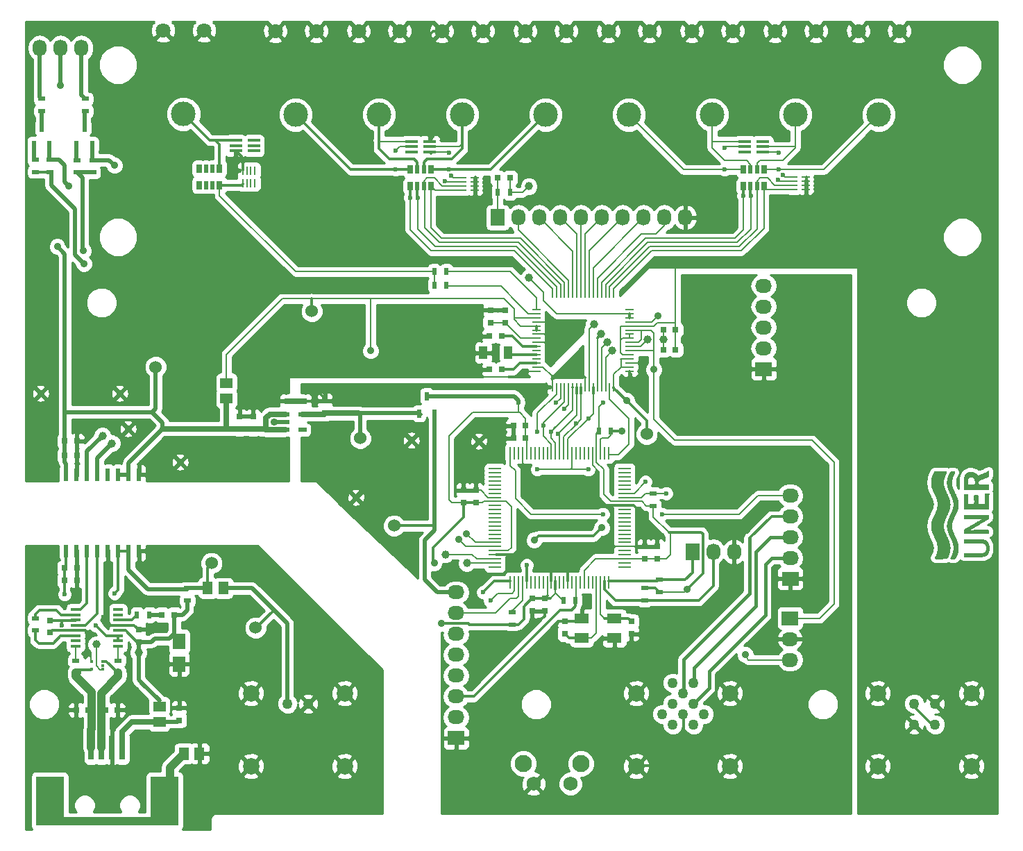
<source format=gbr>
G04 #@! TF.FileFunction,Copper,L1,Top,Signal*
%FSLAX46Y46*%
G04 Gerber Fmt 4.6, Leading zero omitted, Abs format (unit mm)*
G04 Created by KiCad (PCBNEW 4.0.1-stable) date 23/05/2016 10:25:49*
%MOMM*%
G01*
G04 APERTURE LIST*
%ADD10C,0.100000*%
%ADD11C,0.700000*%
%ADD12C,0.010000*%
%ADD13R,0.700000X3.000000*%
%ADD14R,3.400000X6.040000*%
%ADD15R,0.800000X0.750000*%
%ADD16R,1.000000X1.600000*%
%ADD17R,0.750000X0.800000*%
%ADD18R,0.500000X0.900000*%
%ADD19O,1.727200X2.032000*%
%ADD20R,0.797560X0.797560*%
%ADD21R,1.300000X1.500000*%
%ADD22R,1.500000X1.300000*%
%ADD23R,0.800000X0.800000*%
%ADD24R,2.032000X1.727200*%
%ADD25O,2.032000X1.727200*%
%ADD26R,1.727200X2.032000*%
%ADD27R,0.900000X0.500000*%
%ADD28R,1.800000X1.200000*%
%ADD29R,0.500000X1.000000*%
%ADD30R,0.700000X1.000000*%
%ADD31C,2.100000*%
%ADD32C,1.750000*%
%ADD33R,1.501140X1.950720*%
%ADD34R,0.599440X1.000760*%
%ADD35C,0.900000*%
%ADD36R,1.500000X0.350000*%
%ADD37C,1.524000*%
%ADD38C,1.800000*%
%ADD39C,3.000000*%
%ADD40R,0.280000X1.500000*%
%ADD41R,1.500000X0.280000*%
%ADD42R,0.600000X1.500000*%
%ADD43R,1.200000X0.400000*%
%ADD44R,0.250000X1.000000*%
%ADD45R,1.000000X0.250000*%
%ADD46R,1.000760X0.599440*%
%ADD47R,0.450000X0.300000*%
%ADD48C,1.270000*%
%ADD49C,2.000000*%
%ADD50C,0.600000*%
%ADD51C,1.000000*%
%ADD52C,0.200000*%
%ADD53C,0.300000*%
%ADD54C,0.500000*%
%ADD55C,0.400000*%
%ADD56C,1.000000*%
%ADD57C,0.254000*%
G04 APERTURE END LIST*
D10*
D11*
X121666000Y-93012000D02*
X123698000Y-93012000D01*
D12*
G36*
X204177089Y-110034017D02*
X204177140Y-110000118D01*
X204177310Y-109972090D01*
X204177667Y-109949308D01*
X204178282Y-109931142D01*
X204179224Y-109916966D01*
X204180562Y-109906152D01*
X204182366Y-109898073D01*
X204184705Y-109892102D01*
X204187648Y-109887611D01*
X204191265Y-109883972D01*
X204195626Y-109880558D01*
X204198787Y-109878240D01*
X204210491Y-109869623D01*
X205283303Y-109870071D01*
X205370574Y-109870115D01*
X205456136Y-109870171D01*
X205539706Y-109870240D01*
X205621000Y-109870320D01*
X205699734Y-109870411D01*
X205775625Y-109870512D01*
X205848390Y-109870623D01*
X205917744Y-109870742D01*
X205983405Y-109870870D01*
X206045088Y-109871006D01*
X206102511Y-109871148D01*
X206155389Y-109871296D01*
X206203440Y-109871450D01*
X206246379Y-109871609D01*
X206283923Y-109871772D01*
X206315789Y-109871939D01*
X206341692Y-109872109D01*
X206361350Y-109872280D01*
X206374479Y-109872454D01*
X206380795Y-109872628D01*
X206381058Y-109872647D01*
X206413184Y-109875745D01*
X206439889Y-109879187D01*
X206462882Y-109883244D01*
X206483868Y-109888192D01*
X206491879Y-109890423D01*
X206507345Y-109894617D01*
X206521625Y-109897987D01*
X206532334Y-109899987D01*
X206534835Y-109900265D01*
X206542868Y-109901772D01*
X206546716Y-109904332D01*
X206546772Y-109904674D01*
X206549940Y-109908201D01*
X206558557Y-109913565D01*
X206571356Y-109920222D01*
X206587068Y-109927630D01*
X206604427Y-109935244D01*
X206622164Y-109942521D01*
X206639012Y-109948917D01*
X206653702Y-109953888D01*
X206664968Y-109956891D01*
X206670032Y-109957531D01*
X206674558Y-109959233D01*
X206675040Y-109960501D01*
X206678153Y-109962538D01*
X206685715Y-109963465D01*
X206686393Y-109963470D01*
X206696128Y-109964286D01*
X206709371Y-109966392D01*
X206719355Y-109968460D01*
X206735649Y-109972178D01*
X206753264Y-109976133D01*
X206761866Y-109978037D01*
X206773923Y-109981267D01*
X206783449Y-109984868D01*
X206787446Y-109987301D01*
X206793324Y-109991315D01*
X206795937Y-109991977D01*
X206800163Y-109994082D01*
X206807832Y-110000612D01*
X206819282Y-110011886D01*
X206834853Y-110028227D01*
X206840155Y-110033925D01*
X206851605Y-110044650D01*
X206864843Y-110054812D01*
X206870444Y-110058400D01*
X206880773Y-110064792D01*
X206888956Y-110070469D01*
X206891771Y-110072812D01*
X206897329Y-110076812D01*
X206899684Y-110077499D01*
X206904629Y-110079714D01*
X206913595Y-110085682D01*
X206925307Y-110094387D01*
X206938489Y-110104813D01*
X206951865Y-110115945D01*
X206964160Y-110126767D01*
X206974100Y-110136262D01*
X206976148Y-110138396D01*
X207005216Y-110168402D01*
X207030843Y-110192585D01*
X207053316Y-110211199D01*
X207072922Y-110224495D01*
X207076778Y-110226677D01*
X207084016Y-110232541D01*
X207087469Y-110238258D01*
X207089998Y-110243808D01*
X207091689Y-110244980D01*
X207094421Y-110247951D01*
X207098528Y-110255478D01*
X207100637Y-110260124D01*
X207105956Y-110272368D01*
X207111143Y-110284047D01*
X207112288Y-110286573D01*
X207116092Y-110295622D01*
X207118344Y-110302301D01*
X207118411Y-110302608D01*
X207120433Y-110309079D01*
X207123950Y-110318007D01*
X207123960Y-110318030D01*
X207127786Y-110329442D01*
X207129870Y-110339410D01*
X207132137Y-110351231D01*
X207134737Y-110360431D01*
X207137452Y-110370536D01*
X207138563Y-110378248D01*
X207141034Y-110386830D01*
X207148067Y-110399720D01*
X207159821Y-110417180D01*
X207173870Y-110436106D01*
X207181622Y-110446446D01*
X207187334Y-110454459D01*
X207189912Y-110458603D01*
X207189960Y-110458784D01*
X207191706Y-110463027D01*
X207192743Y-110464782D01*
X207195875Y-110472899D01*
X207199288Y-110487554D01*
X207202884Y-110508170D01*
X207206569Y-110534170D01*
X207210245Y-110564975D01*
X207211655Y-110578159D01*
X207213365Y-110591146D01*
X207215993Y-110607361D01*
X207218654Y-110621660D01*
X207221224Y-110635664D01*
X207223070Y-110647988D01*
X207223804Y-110656034D01*
X207223805Y-110656193D01*
X207225039Y-110663756D01*
X207227213Y-110667148D01*
X207229275Y-110671810D01*
X207228852Y-110673864D01*
X207228706Y-110678841D01*
X207229468Y-110689536D01*
X207231008Y-110704617D01*
X207233198Y-110722751D01*
X207234618Y-110733437D01*
X207237195Y-110754056D01*
X207239212Y-110774775D01*
X207240744Y-110796974D01*
X207241868Y-110822029D01*
X207242659Y-110851319D01*
X207243193Y-110886223D01*
X207243234Y-110889957D01*
X207243472Y-110917507D01*
X207243596Y-110943914D01*
X207243608Y-110967992D01*
X207243512Y-110988556D01*
X207243309Y-111004418D01*
X207243002Y-111014392D01*
X207242986Y-111014677D01*
X207242209Y-111026002D01*
X207240898Y-111042699D01*
X207239196Y-111063044D01*
X207237246Y-111085313D01*
X207235732Y-111101980D01*
X207233781Y-111123239D01*
X207232027Y-111142578D01*
X207230593Y-111158656D01*
X207229596Y-111170133D01*
X207229180Y-111175303D01*
X207227997Y-111183534D01*
X207226606Y-111187775D01*
X207225480Y-111192624D01*
X207224147Y-111202740D01*
X207222835Y-111216278D01*
X207222372Y-111222158D01*
X207221146Y-111236736D01*
X207219848Y-111248816D01*
X207218697Y-111256457D01*
X207218345Y-111257792D01*
X207217228Y-111263154D01*
X207215672Y-111273785D01*
X207213928Y-111287861D01*
X207213006Y-111296186D01*
X207211216Y-111312880D01*
X207209502Y-111328600D01*
X207208142Y-111340819D01*
X207207744Y-111344292D01*
X207204156Y-111368225D01*
X207199574Y-111388021D01*
X207194306Y-111402489D01*
X207191478Y-111407398D01*
X207186729Y-111415153D01*
X207184614Y-111420741D01*
X207184607Y-111420924D01*
X207182723Y-111426938D01*
X207177540Y-111437535D01*
X207169768Y-111451405D01*
X207160114Y-111467236D01*
X207156820Y-111472382D01*
X207150642Y-111482670D01*
X207146498Y-111490997D01*
X207145410Y-111494653D01*
X207143335Y-111498930D01*
X207142008Y-111499301D01*
X207139262Y-111502431D01*
X207136701Y-111510199D01*
X207136198Y-111512663D01*
X207134001Y-111522318D01*
X207131681Y-111528941D01*
X207131299Y-111529590D01*
X207129532Y-111535215D01*
X207128263Y-111544718D01*
X207128087Y-111547407D01*
X207124549Y-111569626D01*
X207115907Y-111591289D01*
X207101670Y-111613268D01*
X207081347Y-111636439D01*
X207073680Y-111644052D01*
X207060833Y-111657051D01*
X207048499Y-111670535D01*
X207038595Y-111682370D01*
X207035285Y-111686813D01*
X207025399Y-111700157D01*
X207015522Y-111711292D01*
X207003820Y-111722020D01*
X206988456Y-111734142D01*
X206982702Y-111738437D01*
X206970692Y-111748157D01*
X206956099Y-111761206D01*
X206941089Y-111775601D01*
X206931946Y-111784936D01*
X206914857Y-111801862D01*
X206899540Y-111814070D01*
X206883827Y-111822777D01*
X206865547Y-111829205D01*
X206844302Y-111834213D01*
X206821948Y-111840096D01*
X206799785Y-111848240D01*
X206780248Y-111857643D01*
X206767688Y-111865751D01*
X206757289Y-111873014D01*
X206747114Y-111878907D01*
X206745061Y-111879876D01*
X206737223Y-111885204D01*
X206733064Y-111891362D01*
X206730224Y-111897093D01*
X206728035Y-111898403D01*
X206723699Y-111900285D01*
X206715309Y-111905234D01*
X206704630Y-111912204D01*
X206703965Y-111912656D01*
X206692423Y-111919818D01*
X206682173Y-111924936D01*
X206675419Y-111926910D01*
X206675384Y-111926910D01*
X206666694Y-111928242D01*
X206656430Y-111931455D01*
X206656217Y-111931541D01*
X206648600Y-111933340D01*
X206635309Y-111934794D01*
X206615967Y-111935923D01*
X206590200Y-111936751D01*
X206562792Y-111937238D01*
X206539224Y-111937636D01*
X206517996Y-111938169D01*
X206500160Y-111938796D01*
X206486770Y-111939477D01*
X206478880Y-111940170D01*
X206477270Y-111940539D01*
X206472492Y-111941598D01*
X206462126Y-111942824D01*
X206447705Y-111944065D01*
X206430946Y-111945157D01*
X206409386Y-111946711D01*
X206385869Y-111948970D01*
X206363847Y-111951579D01*
X206352279Y-111953245D01*
X206343708Y-111954585D01*
X206335283Y-111955832D01*
X206326735Y-111956989D01*
X206317797Y-111958059D01*
X206308201Y-111959046D01*
X206297677Y-111959953D01*
X206285957Y-111960783D01*
X206272774Y-111961540D01*
X206257858Y-111962225D01*
X206240942Y-111962844D01*
X206221757Y-111963398D01*
X206200035Y-111963892D01*
X206175508Y-111964328D01*
X206147907Y-111964710D01*
X206116964Y-111965040D01*
X206082410Y-111965323D01*
X206043978Y-111965561D01*
X206001399Y-111965757D01*
X205954404Y-111965915D01*
X205902726Y-111966038D01*
X205846097Y-111966130D01*
X205784246Y-111966192D01*
X205716908Y-111966229D01*
X205643812Y-111966244D01*
X205564692Y-111966240D01*
X205479277Y-111966220D01*
X205387301Y-111966188D01*
X205288495Y-111966147D01*
X205277621Y-111966142D01*
X205169209Y-111966105D01*
X205067829Y-111966092D01*
X204973387Y-111966106D01*
X204885789Y-111966145D01*
X204804940Y-111966210D01*
X204730746Y-111966302D01*
X204663114Y-111966420D01*
X204601947Y-111966566D01*
X204547153Y-111966739D01*
X204498636Y-111966939D01*
X204456303Y-111967168D01*
X204420059Y-111967426D01*
X204389809Y-111967712D01*
X204365460Y-111968027D01*
X204346918Y-111968371D01*
X204334086Y-111968746D01*
X204326873Y-111969150D01*
X204325089Y-111969477D01*
X204319960Y-111972619D01*
X204315738Y-111973234D01*
X204308790Y-111974341D01*
X204297706Y-111977222D01*
X204286550Y-111980710D01*
X204266361Y-111985679D01*
X204246661Y-111987238D01*
X204229179Y-111985463D01*
X204215640Y-111980432D01*
X204211563Y-111977383D01*
X204205220Y-111969472D01*
X204197644Y-111957266D01*
X204190128Y-111943132D01*
X204183966Y-111929438D01*
X204181372Y-111922137D01*
X204180648Y-111916310D01*
X204180015Y-111904573D01*
X204179474Y-111887861D01*
X204179028Y-111867111D01*
X204178678Y-111843257D01*
X204178426Y-111817237D01*
X204178273Y-111789985D01*
X204178222Y-111762438D01*
X204178275Y-111735531D01*
X204178433Y-111710200D01*
X204178699Y-111687381D01*
X204179073Y-111668009D01*
X204179558Y-111653021D01*
X204180156Y-111643352D01*
X204180815Y-111639954D01*
X204183850Y-111634941D01*
X204184215Y-111632153D01*
X204185742Y-111626403D01*
X204189790Y-111616314D01*
X204195553Y-111603851D01*
X204196939Y-111601051D01*
X204205085Y-111586220D01*
X204212230Y-111576788D01*
X204219481Y-111571347D01*
X204220807Y-111570716D01*
X204231766Y-111567794D01*
X204245896Y-111566484D01*
X204260289Y-111566808D01*
X204272038Y-111568787D01*
X204275833Y-111570303D01*
X204282379Y-111572778D01*
X204293569Y-111575950D01*
X204307053Y-111579156D01*
X204307856Y-111579329D01*
X204311077Y-111579899D01*
X204315394Y-111580428D01*
X204321062Y-111580918D01*
X204328333Y-111581369D01*
X204337462Y-111581784D01*
X204348702Y-111582164D01*
X204362307Y-111582509D01*
X204378531Y-111582822D01*
X204397627Y-111583104D01*
X204419850Y-111583355D01*
X204445452Y-111583578D01*
X204474688Y-111583773D01*
X204507811Y-111583943D01*
X204545076Y-111584087D01*
X204586735Y-111584209D01*
X204633042Y-111584308D01*
X204684252Y-111584387D01*
X204740618Y-111584447D01*
X204802393Y-111584488D01*
X204869832Y-111584513D01*
X204943188Y-111584523D01*
X205022715Y-111584518D01*
X205108667Y-111584502D01*
X205201296Y-111584473D01*
X205277104Y-111584445D01*
X205363743Y-111584398D01*
X205448066Y-111584328D01*
X205529795Y-111584236D01*
X205608654Y-111584123D01*
X205684367Y-111583991D01*
X205756655Y-111583839D01*
X205825243Y-111583670D01*
X205889854Y-111583483D01*
X205950210Y-111583281D01*
X206006036Y-111583065D01*
X206057053Y-111582834D01*
X206102986Y-111582591D01*
X206143557Y-111582336D01*
X206178491Y-111582070D01*
X206207509Y-111581795D01*
X206230335Y-111581511D01*
X206246692Y-111581219D01*
X206256304Y-111580921D01*
X206258120Y-111580807D01*
X206306376Y-111576368D01*
X206349661Y-111571905D01*
X206386918Y-111567526D01*
X206388185Y-111567364D01*
X206406609Y-111565462D01*
X206427644Y-111563957D01*
X206446772Y-111563172D01*
X206446981Y-111563168D01*
X206460948Y-111562623D01*
X206471967Y-111561652D01*
X206478272Y-111560431D01*
X206479052Y-111559958D01*
X206483242Y-111558357D01*
X206492572Y-111556658D01*
X206505069Y-111555217D01*
X206505778Y-111555155D01*
X206527858Y-111552135D01*
X206547589Y-111546610D01*
X206568133Y-111537591D01*
X206577046Y-111532915D01*
X206591836Y-111525449D01*
X206607704Y-111518343D01*
X206622824Y-111512321D01*
X206635371Y-111508110D01*
X206643519Y-111506432D01*
X206643786Y-111506427D01*
X206655353Y-111503657D01*
X206668882Y-111496188D01*
X206682430Y-111485283D01*
X206691658Y-111475332D01*
X206699296Y-111466153D01*
X206705310Y-111459517D01*
X206708001Y-111457134D01*
X206710499Y-111453030D01*
X206710674Y-111451304D01*
X206713426Y-111445379D01*
X206720585Y-111437184D01*
X206730508Y-111428214D01*
X206741552Y-111419962D01*
X206751504Y-111414188D01*
X206764700Y-111406773D01*
X206778492Y-111397166D01*
X206790538Y-111387144D01*
X206798450Y-111378551D01*
X206802915Y-111369688D01*
X206804825Y-111363524D01*
X206810681Y-111340006D01*
X206817623Y-111320509D01*
X206826809Y-111301924D01*
X206829586Y-111297068D01*
X206834755Y-111290240D01*
X206843147Y-111281078D01*
X206849980Y-111274375D01*
X206861016Y-111264034D01*
X206872060Y-111253637D01*
X206877369Y-111248613D01*
X206892723Y-111229377D01*
X206904946Y-111203848D01*
X206913988Y-111172163D01*
X206919460Y-111137614D01*
X206920146Y-111127277D01*
X206920683Y-111110661D01*
X206921079Y-111088611D01*
X206921340Y-111061973D01*
X206921472Y-111031593D01*
X206921482Y-110998318D01*
X206921378Y-110962992D01*
X206921165Y-110926462D01*
X206920850Y-110889573D01*
X206920440Y-110853171D01*
X206919942Y-110818103D01*
X206919362Y-110785213D01*
X206918706Y-110755348D01*
X206917982Y-110729354D01*
X206917196Y-110708075D01*
X206916355Y-110692359D01*
X206915915Y-110686843D01*
X206911972Y-110660865D01*
X206905066Y-110639603D01*
X206894283Y-110620947D01*
X206880116Y-110604231D01*
X206872887Y-110596200D01*
X206868307Y-110590091D01*
X206867464Y-110588162D01*
X206864785Y-110584193D01*
X206860337Y-110580767D01*
X206854758Y-110575848D01*
X206853210Y-110572535D01*
X206851321Y-110567649D01*
X206846483Y-110559245D01*
X206842520Y-110553215D01*
X206836486Y-110543888D01*
X206832610Y-110536826D01*
X206831830Y-110534506D01*
X206829679Y-110530219D01*
X206824157Y-110522617D01*
X206819358Y-110516765D01*
X206812333Y-110507705D01*
X206807809Y-110500233D01*
X206806886Y-110497319D01*
X206804633Y-110491819D01*
X206798997Y-110483942D01*
X206796584Y-110481164D01*
X206790666Y-110473936D01*
X206787916Y-110469040D01*
X206787999Y-110468169D01*
X206787018Y-110464536D01*
X206781637Y-110457638D01*
X206773044Y-110448637D01*
X206762426Y-110438694D01*
X206750970Y-110428970D01*
X206739862Y-110420625D01*
X206738301Y-110419565D01*
X206727664Y-110412598D01*
X206719531Y-110407525D01*
X206715519Y-110405352D01*
X206715408Y-110405333D01*
X206711950Y-110403436D01*
X206704195Y-110398403D01*
X206693657Y-110391226D01*
X206690887Y-110389298D01*
X206679460Y-110381674D01*
X206669942Y-110375983D01*
X206664075Y-110373251D01*
X206663475Y-110373149D01*
X206657303Y-110371051D01*
X206652087Y-110367804D01*
X206643218Y-110363585D01*
X206637153Y-110362572D01*
X206629825Y-110361073D01*
X206626817Y-110358821D01*
X206621953Y-110356187D01*
X206620441Y-110356422D01*
X206615318Y-110355135D01*
X206608226Y-110350193D01*
X206607441Y-110349483D01*
X206599529Y-110343762D01*
X206592542Y-110341201D01*
X206592227Y-110341192D01*
X206586915Y-110339651D01*
X206585954Y-110337911D01*
X206582864Y-110335026D01*
X206575330Y-110332371D01*
X206574373Y-110332155D01*
X206565298Y-110329682D01*
X206559341Y-110327121D01*
X206559229Y-110327041D01*
X206553225Y-110324109D01*
X206546757Y-110321944D01*
X206538117Y-110319564D01*
X206526105Y-110316258D01*
X206519444Y-110314427D01*
X206510535Y-110312169D01*
X206497625Y-110309128D01*
X206482394Y-110305673D01*
X206466523Y-110302171D01*
X206451692Y-110298992D01*
X206439581Y-110296502D01*
X206431869Y-110295071D01*
X206430168Y-110294867D01*
X206430307Y-110297217D01*
X206431108Y-110298694D01*
X206431203Y-110300760D01*
X206426864Y-110298945D01*
X206424262Y-110297805D01*
X206420659Y-110296741D01*
X206415823Y-110295751D01*
X206409521Y-110294833D01*
X206401521Y-110293985D01*
X206391590Y-110293206D01*
X206379495Y-110292492D01*
X206365005Y-110291842D01*
X206347887Y-110291254D01*
X206327908Y-110290726D01*
X206304836Y-110290256D01*
X206278439Y-110289842D01*
X206248483Y-110289481D01*
X206214737Y-110289173D01*
X206176968Y-110288914D01*
X206134943Y-110288703D01*
X206088430Y-110288538D01*
X206037197Y-110288417D01*
X205981011Y-110288337D01*
X205919640Y-110288297D01*
X205852850Y-110288295D01*
X205780411Y-110288329D01*
X205702088Y-110288396D01*
X205617651Y-110288494D01*
X205526865Y-110288623D01*
X205429500Y-110288778D01*
X205325321Y-110288960D01*
X205287091Y-110289029D01*
X205202515Y-110289189D01*
X205119664Y-110289357D01*
X205038830Y-110289532D01*
X204960303Y-110289712D01*
X204884378Y-110289896D01*
X204811344Y-110290084D01*
X204741496Y-110290275D01*
X204675123Y-110290468D01*
X204612520Y-110290661D01*
X204553978Y-110290854D01*
X204499788Y-110291045D01*
X204450243Y-110291235D01*
X204405635Y-110291421D01*
X204366257Y-110291603D01*
X204332399Y-110291779D01*
X204304354Y-110291950D01*
X204282415Y-110292113D01*
X204266873Y-110292269D01*
X204258021Y-110292415D01*
X204256199Y-110292484D01*
X204232450Y-110292361D01*
X204213736Y-110287881D01*
X204199134Y-110278595D01*
X204187720Y-110264055D01*
X204184246Y-110257517D01*
X204182585Y-110253821D01*
X204181202Y-110249775D01*
X204180073Y-110244724D01*
X204179171Y-110238016D01*
X204178471Y-110228997D01*
X204177948Y-110217014D01*
X204177576Y-110201414D01*
X204177330Y-110181543D01*
X204177184Y-110156749D01*
X204177112Y-110126378D01*
X204177089Y-110089776D01*
X204177088Y-110074416D01*
X204177089Y-110034017D01*
X204177089Y-110034017D01*
G37*
X204177089Y-110034017D02*
X204177140Y-110000118D01*
X204177310Y-109972090D01*
X204177667Y-109949308D01*
X204178282Y-109931142D01*
X204179224Y-109916966D01*
X204180562Y-109906152D01*
X204182366Y-109898073D01*
X204184705Y-109892102D01*
X204187648Y-109887611D01*
X204191265Y-109883972D01*
X204195626Y-109880558D01*
X204198787Y-109878240D01*
X204210491Y-109869623D01*
X205283303Y-109870071D01*
X205370574Y-109870115D01*
X205456136Y-109870171D01*
X205539706Y-109870240D01*
X205621000Y-109870320D01*
X205699734Y-109870411D01*
X205775625Y-109870512D01*
X205848390Y-109870623D01*
X205917744Y-109870742D01*
X205983405Y-109870870D01*
X206045088Y-109871006D01*
X206102511Y-109871148D01*
X206155389Y-109871296D01*
X206203440Y-109871450D01*
X206246379Y-109871609D01*
X206283923Y-109871772D01*
X206315789Y-109871939D01*
X206341692Y-109872109D01*
X206361350Y-109872280D01*
X206374479Y-109872454D01*
X206380795Y-109872628D01*
X206381058Y-109872647D01*
X206413184Y-109875745D01*
X206439889Y-109879187D01*
X206462882Y-109883244D01*
X206483868Y-109888192D01*
X206491879Y-109890423D01*
X206507345Y-109894617D01*
X206521625Y-109897987D01*
X206532334Y-109899987D01*
X206534835Y-109900265D01*
X206542868Y-109901772D01*
X206546716Y-109904332D01*
X206546772Y-109904674D01*
X206549940Y-109908201D01*
X206558557Y-109913565D01*
X206571356Y-109920222D01*
X206587068Y-109927630D01*
X206604427Y-109935244D01*
X206622164Y-109942521D01*
X206639012Y-109948917D01*
X206653702Y-109953888D01*
X206664968Y-109956891D01*
X206670032Y-109957531D01*
X206674558Y-109959233D01*
X206675040Y-109960501D01*
X206678153Y-109962538D01*
X206685715Y-109963465D01*
X206686393Y-109963470D01*
X206696128Y-109964286D01*
X206709371Y-109966392D01*
X206719355Y-109968460D01*
X206735649Y-109972178D01*
X206753264Y-109976133D01*
X206761866Y-109978037D01*
X206773923Y-109981267D01*
X206783449Y-109984868D01*
X206787446Y-109987301D01*
X206793324Y-109991315D01*
X206795937Y-109991977D01*
X206800163Y-109994082D01*
X206807832Y-110000612D01*
X206819282Y-110011886D01*
X206834853Y-110028227D01*
X206840155Y-110033925D01*
X206851605Y-110044650D01*
X206864843Y-110054812D01*
X206870444Y-110058400D01*
X206880773Y-110064792D01*
X206888956Y-110070469D01*
X206891771Y-110072812D01*
X206897329Y-110076812D01*
X206899684Y-110077499D01*
X206904629Y-110079714D01*
X206913595Y-110085682D01*
X206925307Y-110094387D01*
X206938489Y-110104813D01*
X206951865Y-110115945D01*
X206964160Y-110126767D01*
X206974100Y-110136262D01*
X206976148Y-110138396D01*
X207005216Y-110168402D01*
X207030843Y-110192585D01*
X207053316Y-110211199D01*
X207072922Y-110224495D01*
X207076778Y-110226677D01*
X207084016Y-110232541D01*
X207087469Y-110238258D01*
X207089998Y-110243808D01*
X207091689Y-110244980D01*
X207094421Y-110247951D01*
X207098528Y-110255478D01*
X207100637Y-110260124D01*
X207105956Y-110272368D01*
X207111143Y-110284047D01*
X207112288Y-110286573D01*
X207116092Y-110295622D01*
X207118344Y-110302301D01*
X207118411Y-110302608D01*
X207120433Y-110309079D01*
X207123950Y-110318007D01*
X207123960Y-110318030D01*
X207127786Y-110329442D01*
X207129870Y-110339410D01*
X207132137Y-110351231D01*
X207134737Y-110360431D01*
X207137452Y-110370536D01*
X207138563Y-110378248D01*
X207141034Y-110386830D01*
X207148067Y-110399720D01*
X207159821Y-110417180D01*
X207173870Y-110436106D01*
X207181622Y-110446446D01*
X207187334Y-110454459D01*
X207189912Y-110458603D01*
X207189960Y-110458784D01*
X207191706Y-110463027D01*
X207192743Y-110464782D01*
X207195875Y-110472899D01*
X207199288Y-110487554D01*
X207202884Y-110508170D01*
X207206569Y-110534170D01*
X207210245Y-110564975D01*
X207211655Y-110578159D01*
X207213365Y-110591146D01*
X207215993Y-110607361D01*
X207218654Y-110621660D01*
X207221224Y-110635664D01*
X207223070Y-110647988D01*
X207223804Y-110656034D01*
X207223805Y-110656193D01*
X207225039Y-110663756D01*
X207227213Y-110667148D01*
X207229275Y-110671810D01*
X207228852Y-110673864D01*
X207228706Y-110678841D01*
X207229468Y-110689536D01*
X207231008Y-110704617D01*
X207233198Y-110722751D01*
X207234618Y-110733437D01*
X207237195Y-110754056D01*
X207239212Y-110774775D01*
X207240744Y-110796974D01*
X207241868Y-110822029D01*
X207242659Y-110851319D01*
X207243193Y-110886223D01*
X207243234Y-110889957D01*
X207243472Y-110917507D01*
X207243596Y-110943914D01*
X207243608Y-110967992D01*
X207243512Y-110988556D01*
X207243309Y-111004418D01*
X207243002Y-111014392D01*
X207242986Y-111014677D01*
X207242209Y-111026002D01*
X207240898Y-111042699D01*
X207239196Y-111063044D01*
X207237246Y-111085313D01*
X207235732Y-111101980D01*
X207233781Y-111123239D01*
X207232027Y-111142578D01*
X207230593Y-111158656D01*
X207229596Y-111170133D01*
X207229180Y-111175303D01*
X207227997Y-111183534D01*
X207226606Y-111187775D01*
X207225480Y-111192624D01*
X207224147Y-111202740D01*
X207222835Y-111216278D01*
X207222372Y-111222158D01*
X207221146Y-111236736D01*
X207219848Y-111248816D01*
X207218697Y-111256457D01*
X207218345Y-111257792D01*
X207217228Y-111263154D01*
X207215672Y-111273785D01*
X207213928Y-111287861D01*
X207213006Y-111296186D01*
X207211216Y-111312880D01*
X207209502Y-111328600D01*
X207208142Y-111340819D01*
X207207744Y-111344292D01*
X207204156Y-111368225D01*
X207199574Y-111388021D01*
X207194306Y-111402489D01*
X207191478Y-111407398D01*
X207186729Y-111415153D01*
X207184614Y-111420741D01*
X207184607Y-111420924D01*
X207182723Y-111426938D01*
X207177540Y-111437535D01*
X207169768Y-111451405D01*
X207160114Y-111467236D01*
X207156820Y-111472382D01*
X207150642Y-111482670D01*
X207146498Y-111490997D01*
X207145410Y-111494653D01*
X207143335Y-111498930D01*
X207142008Y-111499301D01*
X207139262Y-111502431D01*
X207136701Y-111510199D01*
X207136198Y-111512663D01*
X207134001Y-111522318D01*
X207131681Y-111528941D01*
X207131299Y-111529590D01*
X207129532Y-111535215D01*
X207128263Y-111544718D01*
X207128087Y-111547407D01*
X207124549Y-111569626D01*
X207115907Y-111591289D01*
X207101670Y-111613268D01*
X207081347Y-111636439D01*
X207073680Y-111644052D01*
X207060833Y-111657051D01*
X207048499Y-111670535D01*
X207038595Y-111682370D01*
X207035285Y-111686813D01*
X207025399Y-111700157D01*
X207015522Y-111711292D01*
X207003820Y-111722020D01*
X206988456Y-111734142D01*
X206982702Y-111738437D01*
X206970692Y-111748157D01*
X206956099Y-111761206D01*
X206941089Y-111775601D01*
X206931946Y-111784936D01*
X206914857Y-111801862D01*
X206899540Y-111814070D01*
X206883827Y-111822777D01*
X206865547Y-111829205D01*
X206844302Y-111834213D01*
X206821948Y-111840096D01*
X206799785Y-111848240D01*
X206780248Y-111857643D01*
X206767688Y-111865751D01*
X206757289Y-111873014D01*
X206747114Y-111878907D01*
X206745061Y-111879876D01*
X206737223Y-111885204D01*
X206733064Y-111891362D01*
X206730224Y-111897093D01*
X206728035Y-111898403D01*
X206723699Y-111900285D01*
X206715309Y-111905234D01*
X206704630Y-111912204D01*
X206703965Y-111912656D01*
X206692423Y-111919818D01*
X206682173Y-111924936D01*
X206675419Y-111926910D01*
X206675384Y-111926910D01*
X206666694Y-111928242D01*
X206656430Y-111931455D01*
X206656217Y-111931541D01*
X206648600Y-111933340D01*
X206635309Y-111934794D01*
X206615967Y-111935923D01*
X206590200Y-111936751D01*
X206562792Y-111937238D01*
X206539224Y-111937636D01*
X206517996Y-111938169D01*
X206500160Y-111938796D01*
X206486770Y-111939477D01*
X206478880Y-111940170D01*
X206477270Y-111940539D01*
X206472492Y-111941598D01*
X206462126Y-111942824D01*
X206447705Y-111944065D01*
X206430946Y-111945157D01*
X206409386Y-111946711D01*
X206385869Y-111948970D01*
X206363847Y-111951579D01*
X206352279Y-111953245D01*
X206343708Y-111954585D01*
X206335283Y-111955832D01*
X206326735Y-111956989D01*
X206317797Y-111958059D01*
X206308201Y-111959046D01*
X206297677Y-111959953D01*
X206285957Y-111960783D01*
X206272774Y-111961540D01*
X206257858Y-111962225D01*
X206240942Y-111962844D01*
X206221757Y-111963398D01*
X206200035Y-111963892D01*
X206175508Y-111964328D01*
X206147907Y-111964710D01*
X206116964Y-111965040D01*
X206082410Y-111965323D01*
X206043978Y-111965561D01*
X206001399Y-111965757D01*
X205954404Y-111965915D01*
X205902726Y-111966038D01*
X205846097Y-111966130D01*
X205784246Y-111966192D01*
X205716908Y-111966229D01*
X205643812Y-111966244D01*
X205564692Y-111966240D01*
X205479277Y-111966220D01*
X205387301Y-111966188D01*
X205288495Y-111966147D01*
X205277621Y-111966142D01*
X205169209Y-111966105D01*
X205067829Y-111966092D01*
X204973387Y-111966106D01*
X204885789Y-111966145D01*
X204804940Y-111966210D01*
X204730746Y-111966302D01*
X204663114Y-111966420D01*
X204601947Y-111966566D01*
X204547153Y-111966739D01*
X204498636Y-111966939D01*
X204456303Y-111967168D01*
X204420059Y-111967426D01*
X204389809Y-111967712D01*
X204365460Y-111968027D01*
X204346918Y-111968371D01*
X204334086Y-111968746D01*
X204326873Y-111969150D01*
X204325089Y-111969477D01*
X204319960Y-111972619D01*
X204315738Y-111973234D01*
X204308790Y-111974341D01*
X204297706Y-111977222D01*
X204286550Y-111980710D01*
X204266361Y-111985679D01*
X204246661Y-111987238D01*
X204229179Y-111985463D01*
X204215640Y-111980432D01*
X204211563Y-111977383D01*
X204205220Y-111969472D01*
X204197644Y-111957266D01*
X204190128Y-111943132D01*
X204183966Y-111929438D01*
X204181372Y-111922137D01*
X204180648Y-111916310D01*
X204180015Y-111904573D01*
X204179474Y-111887861D01*
X204179028Y-111867111D01*
X204178678Y-111843257D01*
X204178426Y-111817237D01*
X204178273Y-111789985D01*
X204178222Y-111762438D01*
X204178275Y-111735531D01*
X204178433Y-111710200D01*
X204178699Y-111687381D01*
X204179073Y-111668009D01*
X204179558Y-111653021D01*
X204180156Y-111643352D01*
X204180815Y-111639954D01*
X204183850Y-111634941D01*
X204184215Y-111632153D01*
X204185742Y-111626403D01*
X204189790Y-111616314D01*
X204195553Y-111603851D01*
X204196939Y-111601051D01*
X204205085Y-111586220D01*
X204212230Y-111576788D01*
X204219481Y-111571347D01*
X204220807Y-111570716D01*
X204231766Y-111567794D01*
X204245896Y-111566484D01*
X204260289Y-111566808D01*
X204272038Y-111568787D01*
X204275833Y-111570303D01*
X204282379Y-111572778D01*
X204293569Y-111575950D01*
X204307053Y-111579156D01*
X204307856Y-111579329D01*
X204311077Y-111579899D01*
X204315394Y-111580428D01*
X204321062Y-111580918D01*
X204328333Y-111581369D01*
X204337462Y-111581784D01*
X204348702Y-111582164D01*
X204362307Y-111582509D01*
X204378531Y-111582822D01*
X204397627Y-111583104D01*
X204419850Y-111583355D01*
X204445452Y-111583578D01*
X204474688Y-111583773D01*
X204507811Y-111583943D01*
X204545076Y-111584087D01*
X204586735Y-111584209D01*
X204633042Y-111584308D01*
X204684252Y-111584387D01*
X204740618Y-111584447D01*
X204802393Y-111584488D01*
X204869832Y-111584513D01*
X204943188Y-111584523D01*
X205022715Y-111584518D01*
X205108667Y-111584502D01*
X205201296Y-111584473D01*
X205277104Y-111584445D01*
X205363743Y-111584398D01*
X205448066Y-111584328D01*
X205529795Y-111584236D01*
X205608654Y-111584123D01*
X205684367Y-111583991D01*
X205756655Y-111583839D01*
X205825243Y-111583670D01*
X205889854Y-111583483D01*
X205950210Y-111583281D01*
X206006036Y-111583065D01*
X206057053Y-111582834D01*
X206102986Y-111582591D01*
X206143557Y-111582336D01*
X206178491Y-111582070D01*
X206207509Y-111581795D01*
X206230335Y-111581511D01*
X206246692Y-111581219D01*
X206256304Y-111580921D01*
X206258120Y-111580807D01*
X206306376Y-111576368D01*
X206349661Y-111571905D01*
X206386918Y-111567526D01*
X206388185Y-111567364D01*
X206406609Y-111565462D01*
X206427644Y-111563957D01*
X206446772Y-111563172D01*
X206446981Y-111563168D01*
X206460948Y-111562623D01*
X206471967Y-111561652D01*
X206478272Y-111560431D01*
X206479052Y-111559958D01*
X206483242Y-111558357D01*
X206492572Y-111556658D01*
X206505069Y-111555217D01*
X206505778Y-111555155D01*
X206527858Y-111552135D01*
X206547589Y-111546610D01*
X206568133Y-111537591D01*
X206577046Y-111532915D01*
X206591836Y-111525449D01*
X206607704Y-111518343D01*
X206622824Y-111512321D01*
X206635371Y-111508110D01*
X206643519Y-111506432D01*
X206643786Y-111506427D01*
X206655353Y-111503657D01*
X206668882Y-111496188D01*
X206682430Y-111485283D01*
X206691658Y-111475332D01*
X206699296Y-111466153D01*
X206705310Y-111459517D01*
X206708001Y-111457134D01*
X206710499Y-111453030D01*
X206710674Y-111451304D01*
X206713426Y-111445379D01*
X206720585Y-111437184D01*
X206730508Y-111428214D01*
X206741552Y-111419962D01*
X206751504Y-111414188D01*
X206764700Y-111406773D01*
X206778492Y-111397166D01*
X206790538Y-111387144D01*
X206798450Y-111378551D01*
X206802915Y-111369688D01*
X206804825Y-111363524D01*
X206810681Y-111340006D01*
X206817623Y-111320509D01*
X206826809Y-111301924D01*
X206829586Y-111297068D01*
X206834755Y-111290240D01*
X206843147Y-111281078D01*
X206849980Y-111274375D01*
X206861016Y-111264034D01*
X206872060Y-111253637D01*
X206877369Y-111248613D01*
X206892723Y-111229377D01*
X206904946Y-111203848D01*
X206913988Y-111172163D01*
X206919460Y-111137614D01*
X206920146Y-111127277D01*
X206920683Y-111110661D01*
X206921079Y-111088611D01*
X206921340Y-111061973D01*
X206921472Y-111031593D01*
X206921482Y-110998318D01*
X206921378Y-110962992D01*
X206921165Y-110926462D01*
X206920850Y-110889573D01*
X206920440Y-110853171D01*
X206919942Y-110818103D01*
X206919362Y-110785213D01*
X206918706Y-110755348D01*
X206917982Y-110729354D01*
X206917196Y-110708075D01*
X206916355Y-110692359D01*
X206915915Y-110686843D01*
X206911972Y-110660865D01*
X206905066Y-110639603D01*
X206894283Y-110620947D01*
X206880116Y-110604231D01*
X206872887Y-110596200D01*
X206868307Y-110590091D01*
X206867464Y-110588162D01*
X206864785Y-110584193D01*
X206860337Y-110580767D01*
X206854758Y-110575848D01*
X206853210Y-110572535D01*
X206851321Y-110567649D01*
X206846483Y-110559245D01*
X206842520Y-110553215D01*
X206836486Y-110543888D01*
X206832610Y-110536826D01*
X206831830Y-110534506D01*
X206829679Y-110530219D01*
X206824157Y-110522617D01*
X206819358Y-110516765D01*
X206812333Y-110507705D01*
X206807809Y-110500233D01*
X206806886Y-110497319D01*
X206804633Y-110491819D01*
X206798997Y-110483942D01*
X206796584Y-110481164D01*
X206790666Y-110473936D01*
X206787916Y-110469040D01*
X206787999Y-110468169D01*
X206787018Y-110464536D01*
X206781637Y-110457638D01*
X206773044Y-110448637D01*
X206762426Y-110438694D01*
X206750970Y-110428970D01*
X206739862Y-110420625D01*
X206738301Y-110419565D01*
X206727664Y-110412598D01*
X206719531Y-110407525D01*
X206715519Y-110405352D01*
X206715408Y-110405333D01*
X206711950Y-110403436D01*
X206704195Y-110398403D01*
X206693657Y-110391226D01*
X206690887Y-110389298D01*
X206679460Y-110381674D01*
X206669942Y-110375983D01*
X206664075Y-110373251D01*
X206663475Y-110373149D01*
X206657303Y-110371051D01*
X206652087Y-110367804D01*
X206643218Y-110363585D01*
X206637153Y-110362572D01*
X206629825Y-110361073D01*
X206626817Y-110358821D01*
X206621953Y-110356187D01*
X206620441Y-110356422D01*
X206615318Y-110355135D01*
X206608226Y-110350193D01*
X206607441Y-110349483D01*
X206599529Y-110343762D01*
X206592542Y-110341201D01*
X206592227Y-110341192D01*
X206586915Y-110339651D01*
X206585954Y-110337911D01*
X206582864Y-110335026D01*
X206575330Y-110332371D01*
X206574373Y-110332155D01*
X206565298Y-110329682D01*
X206559341Y-110327121D01*
X206559229Y-110327041D01*
X206553225Y-110324109D01*
X206546757Y-110321944D01*
X206538117Y-110319564D01*
X206526105Y-110316258D01*
X206519444Y-110314427D01*
X206510535Y-110312169D01*
X206497625Y-110309128D01*
X206482394Y-110305673D01*
X206466523Y-110302171D01*
X206451692Y-110298992D01*
X206439581Y-110296502D01*
X206431869Y-110295071D01*
X206430168Y-110294867D01*
X206430307Y-110297217D01*
X206431108Y-110298694D01*
X206431203Y-110300760D01*
X206426864Y-110298945D01*
X206424262Y-110297805D01*
X206420659Y-110296741D01*
X206415823Y-110295751D01*
X206409521Y-110294833D01*
X206401521Y-110293985D01*
X206391590Y-110293206D01*
X206379495Y-110292492D01*
X206365005Y-110291842D01*
X206347887Y-110291254D01*
X206327908Y-110290726D01*
X206304836Y-110290256D01*
X206278439Y-110289842D01*
X206248483Y-110289481D01*
X206214737Y-110289173D01*
X206176968Y-110288914D01*
X206134943Y-110288703D01*
X206088430Y-110288538D01*
X206037197Y-110288417D01*
X205981011Y-110288337D01*
X205919640Y-110288297D01*
X205852850Y-110288295D01*
X205780411Y-110288329D01*
X205702088Y-110288396D01*
X205617651Y-110288494D01*
X205526865Y-110288623D01*
X205429500Y-110288778D01*
X205325321Y-110288960D01*
X205287091Y-110289029D01*
X205202515Y-110289189D01*
X205119664Y-110289357D01*
X205038830Y-110289532D01*
X204960303Y-110289712D01*
X204884378Y-110289896D01*
X204811344Y-110290084D01*
X204741496Y-110290275D01*
X204675123Y-110290468D01*
X204612520Y-110290661D01*
X204553978Y-110290854D01*
X204499788Y-110291045D01*
X204450243Y-110291235D01*
X204405635Y-110291421D01*
X204366257Y-110291603D01*
X204332399Y-110291779D01*
X204304354Y-110291950D01*
X204282415Y-110292113D01*
X204266873Y-110292269D01*
X204258021Y-110292415D01*
X204256199Y-110292484D01*
X204232450Y-110292361D01*
X204213736Y-110287881D01*
X204199134Y-110278595D01*
X204187720Y-110264055D01*
X204184246Y-110257517D01*
X204182585Y-110253821D01*
X204181202Y-110249775D01*
X204180073Y-110244724D01*
X204179171Y-110238016D01*
X204178471Y-110228997D01*
X204177948Y-110217014D01*
X204177576Y-110201414D01*
X204177330Y-110181543D01*
X204177184Y-110156749D01*
X204177112Y-110126378D01*
X204177089Y-110089776D01*
X204177088Y-110074416D01*
X204177089Y-110034017D01*
G36*
X204184488Y-104379638D02*
X204194589Y-104358567D01*
X204207714Y-104343265D01*
X204220454Y-104334748D01*
X204231755Y-104331592D01*
X204248904Y-104330433D01*
X204270916Y-104331251D01*
X204296804Y-104334026D01*
X204314279Y-104336704D01*
X204326092Y-104338117D01*
X204342298Y-104339033D01*
X204363515Y-104339458D01*
X204390359Y-104339402D01*
X204423444Y-104338875D01*
X204438999Y-104338524D01*
X204468439Y-104337836D01*
X204491709Y-104337386D01*
X204509763Y-104337216D01*
X204523553Y-104337363D01*
X204534035Y-104337870D01*
X204542161Y-104338774D01*
X204548885Y-104340118D01*
X204555161Y-104341940D01*
X204560031Y-104343604D01*
X204571909Y-104347542D01*
X204581440Y-104350256D01*
X204585975Y-104351096D01*
X204591190Y-104353803D01*
X204598956Y-104360907D01*
X204607859Y-104370885D01*
X204616484Y-104382213D01*
X204620424Y-104388188D01*
X204621424Y-104389968D01*
X204622319Y-104392157D01*
X204623117Y-104395130D01*
X204623821Y-104399264D01*
X204624436Y-104404932D01*
X204624968Y-104412512D01*
X204625422Y-104422378D01*
X204625803Y-104434905D01*
X204626115Y-104450470D01*
X204626364Y-104469448D01*
X204626555Y-104492213D01*
X204626693Y-104519143D01*
X204626783Y-104550612D01*
X204626830Y-104586996D01*
X204626839Y-104628670D01*
X204626815Y-104676009D01*
X204626764Y-104729390D01*
X204626689Y-104789187D01*
X204626608Y-104848192D01*
X204626490Y-104912055D01*
X204626325Y-104972489D01*
X204626116Y-105029165D01*
X204625864Y-105081754D01*
X204625573Y-105129927D01*
X204625246Y-105173355D01*
X204624885Y-105211710D01*
X204624494Y-105244663D01*
X204624074Y-105271884D01*
X204623630Y-105293045D01*
X204623164Y-105307818D01*
X204622679Y-105315873D01*
X204622558Y-105316781D01*
X204621087Y-105329224D01*
X204619879Y-105347157D01*
X204618958Y-105368948D01*
X204618348Y-105392965D01*
X204618073Y-105417576D01*
X204618156Y-105441148D01*
X204618621Y-105462049D01*
X204619492Y-105478646D01*
X204620108Y-105484988D01*
X204625607Y-105507596D01*
X204636280Y-105526250D01*
X204652508Y-105541315D01*
X204674670Y-105553153D01*
X204700286Y-105561418D01*
X204714491Y-105565054D01*
X204728440Y-105568683D01*
X204734762Y-105570358D01*
X204743645Y-105571681D01*
X204758393Y-105572657D01*
X204777752Y-105573238D01*
X204800467Y-105573379D01*
X204813157Y-105573262D01*
X204836685Y-105572993D01*
X204865681Y-105572768D01*
X204899152Y-105572588D01*
X204936107Y-105572452D01*
X204975554Y-105572359D01*
X205016502Y-105572310D01*
X205057957Y-105572305D01*
X205098930Y-105572343D01*
X205138427Y-105572423D01*
X205175458Y-105572547D01*
X205209031Y-105572713D01*
X205238153Y-105572921D01*
X205261833Y-105573171D01*
X205274619Y-105573370D01*
X205298592Y-105573708D01*
X205316835Y-105573631D01*
X205330735Y-105573050D01*
X205341681Y-105571874D01*
X205351061Y-105570016D01*
X205358359Y-105567981D01*
X205369949Y-105564644D01*
X205378759Y-105562521D01*
X205382511Y-105562068D01*
X205385992Y-105559875D01*
X205387347Y-105557344D01*
X205391596Y-105552592D01*
X205393960Y-105551966D01*
X205399082Y-105549347D01*
X205406434Y-105542804D01*
X205414242Y-105534309D01*
X205420730Y-105525833D01*
X205424125Y-105519348D01*
X205424282Y-105518281D01*
X205427061Y-105512291D01*
X205429946Y-105509953D01*
X205434315Y-105506145D01*
X205434740Y-105504326D01*
X205434895Y-105499820D01*
X205436139Y-105490360D01*
X205438202Y-105477990D01*
X205438214Y-105477921D01*
X205438947Y-105472109D01*
X205439584Y-105463064D01*
X205440128Y-105450453D01*
X205440581Y-105433943D01*
X205440944Y-105413201D01*
X205441221Y-105387894D01*
X205441414Y-105357690D01*
X205441526Y-105322254D01*
X205441557Y-105281254D01*
X205441512Y-105234358D01*
X205441391Y-105181231D01*
X205441199Y-105121541D01*
X205441024Y-105076251D01*
X205440758Y-105013621D01*
X205440491Y-104957722D01*
X205440215Y-104908159D01*
X205439923Y-104864537D01*
X205439605Y-104826459D01*
X205439255Y-104793530D01*
X205438862Y-104765354D01*
X205438420Y-104741537D01*
X205437920Y-104721681D01*
X205437354Y-104705393D01*
X205436714Y-104692276D01*
X205435991Y-104681935D01*
X205435177Y-104673974D01*
X205434264Y-104667997D01*
X205433244Y-104663610D01*
X205432399Y-104661113D01*
X205430750Y-104655093D01*
X205430718Y-104653472D01*
X205432182Y-104643285D01*
X205432712Y-104634166D01*
X205432260Y-104628304D01*
X205431280Y-104627340D01*
X205427929Y-104626110D01*
X205426549Y-104623677D01*
X205426304Y-104619092D01*
X205427576Y-104618352D01*
X205431191Y-104616077D01*
X205432714Y-104608740D01*
X205432249Y-104595581D01*
X205431555Y-104588744D01*
X205430747Y-104577348D01*
X205431071Y-104569107D01*
X205432089Y-104566263D01*
X205434164Y-104561775D01*
X205434972Y-104554054D01*
X205436832Y-104545190D01*
X205441608Y-104533645D01*
X205445736Y-104526134D01*
X205453966Y-104514746D01*
X205463719Y-104506167D01*
X205477585Y-104498160D01*
X205478828Y-104497538D01*
X205498467Y-104489622D01*
X205520471Y-104484526D01*
X205545943Y-104482142D01*
X205575982Y-104482363D01*
X205609579Y-104484872D01*
X205628754Y-104486441D01*
X205650342Y-104487677D01*
X205673086Y-104488567D01*
X205695725Y-104489095D01*
X205717000Y-104489250D01*
X205735651Y-104489016D01*
X205750419Y-104488380D01*
X205760044Y-104487329D01*
X205762731Y-104486546D01*
X205768693Y-104484609D01*
X205769933Y-104486351D01*
X205773000Y-104488128D01*
X205780463Y-104488561D01*
X205789720Y-104487637D01*
X205794877Y-104486476D01*
X205799215Y-104486198D01*
X205808085Y-104486092D01*
X205812694Y-104486113D01*
X205839663Y-104489172D01*
X205863180Y-104497591D01*
X205866904Y-104499630D01*
X205874288Y-104505050D01*
X205878894Y-104512198D01*
X205882228Y-104523571D01*
X205882728Y-104525869D01*
X205883373Y-104531195D01*
X205883961Y-104540936D01*
X205884492Y-104555315D01*
X205884970Y-104574552D01*
X205885395Y-104598870D01*
X205885771Y-104628491D01*
X205886099Y-104663636D01*
X205886380Y-104704526D01*
X205886618Y-104751384D01*
X205886813Y-104804430D01*
X205886969Y-104863888D01*
X205887086Y-104929977D01*
X205887168Y-105002921D01*
X205887182Y-105020705D01*
X205887237Y-105088956D01*
X205887300Y-105150447D01*
X205887377Y-105205546D01*
X205887473Y-105254619D01*
X205887591Y-105298034D01*
X205887737Y-105336158D01*
X205887915Y-105369358D01*
X205888131Y-105398002D01*
X205888388Y-105422456D01*
X205888691Y-105443087D01*
X205889046Y-105460264D01*
X205889456Y-105474352D01*
X205889927Y-105485719D01*
X205890464Y-105494732D01*
X205891070Y-105501759D01*
X205891751Y-105507166D01*
X205892511Y-105511321D01*
X205893355Y-105514590D01*
X205893510Y-105515092D01*
X205901523Y-105533916D01*
X205912022Y-105548730D01*
X205924015Y-105558325D01*
X205931209Y-105561010D01*
X205940838Y-105563942D01*
X205947764Y-105567522D01*
X205950951Y-105568293D01*
X205958680Y-105568987D01*
X205971213Y-105569608D01*
X205988814Y-105570161D01*
X206011743Y-105570650D01*
X206040264Y-105571078D01*
X206074638Y-105571449D01*
X206115128Y-105571769D01*
X206161997Y-105572040D01*
X206215505Y-105572267D01*
X206266689Y-105572428D01*
X206314409Y-105572566D01*
X206360824Y-105572712D01*
X206405336Y-105572863D01*
X206447349Y-105573018D01*
X206486266Y-105573174D01*
X206521490Y-105573327D01*
X206552425Y-105573476D01*
X206578472Y-105573618D01*
X206599035Y-105573751D01*
X206613518Y-105573871D01*
X206620043Y-105573951D01*
X206636735Y-105573962D01*
X206651288Y-105573479D01*
X206661918Y-105572590D01*
X206666367Y-105571659D01*
X206673684Y-105568808D01*
X206676821Y-105567817D01*
X206696032Y-105559490D01*
X206712402Y-105545363D01*
X206724303Y-105527161D01*
X206725099Y-105525087D01*
X206725823Y-105522163D01*
X206726479Y-105518054D01*
X206727071Y-105512427D01*
X206727603Y-105504947D01*
X206728079Y-105495279D01*
X206728503Y-105483090D01*
X206728879Y-105468044D01*
X206729211Y-105449809D01*
X206729503Y-105428049D01*
X206729759Y-105402430D01*
X206729982Y-105372618D01*
X206730178Y-105338278D01*
X206730350Y-105299077D01*
X206730502Y-105254679D01*
X206730637Y-105204751D01*
X206730761Y-105148958D01*
X206730876Y-105086967D01*
X206730988Y-105018441D01*
X206731074Y-104960610D01*
X206731175Y-104885858D01*
X206731250Y-104817902D01*
X206731297Y-104756411D01*
X206731313Y-104701055D01*
X206731295Y-104651503D01*
X206731241Y-104607424D01*
X206731148Y-104568488D01*
X206731015Y-104534365D01*
X206730837Y-104504722D01*
X206730613Y-104479231D01*
X206730340Y-104457559D01*
X206730015Y-104439377D01*
X206729637Y-104424354D01*
X206729202Y-104412158D01*
X206728708Y-104402460D01*
X206728152Y-104394929D01*
X206727532Y-104389234D01*
X206726845Y-104385044D01*
X206726620Y-104384007D01*
X206724218Y-104369805D01*
X206722392Y-104351690D01*
X206721438Y-104332871D01*
X206721364Y-104326783D01*
X206721459Y-104310756D01*
X206722042Y-104300027D01*
X206723561Y-104292769D01*
X206726461Y-104287153D01*
X206731190Y-104281350D01*
X206732945Y-104279396D01*
X206746176Y-104268435D01*
X206764025Y-104260478D01*
X206765907Y-104259874D01*
X206771281Y-104258328D01*
X206777112Y-104257039D01*
X206784066Y-104255982D01*
X206792811Y-104255135D01*
X206804013Y-104254475D01*
X206818341Y-104253979D01*
X206836461Y-104253623D01*
X206859040Y-104253384D01*
X206886746Y-104253239D01*
X206920246Y-104253166D01*
X206960113Y-104253140D01*
X207005002Y-104253165D01*
X207043294Y-104253275D01*
X207075517Y-104253489D01*
X207102200Y-104253829D01*
X207123872Y-104254313D01*
X207141062Y-104254963D01*
X207154299Y-104255798D01*
X207164111Y-104256839D01*
X207171028Y-104258106D01*
X207175579Y-104259618D01*
X207178291Y-104261397D01*
X207178354Y-104261459D01*
X207185258Y-104265186D01*
X207187993Y-104265579D01*
X207197230Y-104268824D01*
X207206434Y-104277488D01*
X207214259Y-104289982D01*
X207218672Y-104301842D01*
X207221671Y-104313514D01*
X207222963Y-104321296D01*
X207222666Y-104328188D01*
X207220895Y-104337188D01*
X207220171Y-104340406D01*
X207218451Y-104347860D01*
X207216865Y-104354565D01*
X207215406Y-104360820D01*
X207214071Y-104366922D01*
X207212851Y-104373171D01*
X207211743Y-104379864D01*
X207210739Y-104387301D01*
X207209835Y-104395779D01*
X207209023Y-104405597D01*
X207208300Y-104417053D01*
X207207658Y-104430447D01*
X207207091Y-104446075D01*
X207206595Y-104464238D01*
X207206163Y-104485233D01*
X207205790Y-104509358D01*
X207205469Y-104536913D01*
X207205195Y-104568195D01*
X207204962Y-104603503D01*
X207204764Y-104643135D01*
X207204595Y-104687390D01*
X207204450Y-104736567D01*
X207204323Y-104790963D01*
X207204208Y-104850878D01*
X207204099Y-104916609D01*
X207203991Y-104988455D01*
X207203876Y-105066715D01*
X207203751Y-105151686D01*
X207203698Y-105186716D01*
X207203558Y-105288256D01*
X207203461Y-105382712D01*
X207203408Y-105470123D01*
X207203398Y-105550534D01*
X207203432Y-105623985D01*
X207203510Y-105690519D01*
X207203631Y-105750176D01*
X207203797Y-105803000D01*
X207204006Y-105849031D01*
X207204260Y-105888311D01*
X207204559Y-105920883D01*
X207204902Y-105946788D01*
X207205289Y-105966067D01*
X207205722Y-105978764D01*
X207206199Y-105984918D01*
X207206199Y-105984921D01*
X207208808Y-106006184D01*
X207209950Y-106029586D01*
X207209624Y-106052554D01*
X207207828Y-106072512D01*
X207206247Y-106081133D01*
X207203703Y-106092705D01*
X207201917Y-106102124D01*
X207201487Y-106105186D01*
X207199656Y-106110487D01*
X207198098Y-106111422D01*
X207194193Y-106113742D01*
X207187190Y-106119695D01*
X207181858Y-106124785D01*
X207171318Y-106133620D01*
X207160013Y-106140696D01*
X207155386Y-106142741D01*
X207145627Y-106145143D01*
X207131498Y-106147426D01*
X207115552Y-106149309D01*
X207100345Y-106150512D01*
X207088432Y-106150755D01*
X207084832Y-106150477D01*
X207080219Y-106150323D01*
X207068813Y-106150174D01*
X207050910Y-106150031D01*
X207026803Y-106149893D01*
X206996790Y-106149761D01*
X206961166Y-106149634D01*
X206920225Y-106149513D01*
X206874264Y-106149397D01*
X206823578Y-106149288D01*
X206768463Y-106149183D01*
X206709214Y-106149085D01*
X206646126Y-106148993D01*
X206579495Y-106148906D01*
X206509616Y-106148826D01*
X206436786Y-106148751D01*
X206361299Y-106148683D01*
X206283451Y-106148620D01*
X206203537Y-106148564D01*
X206121853Y-106148514D01*
X206038695Y-106148470D01*
X205954357Y-106148433D01*
X205869136Y-106148401D01*
X205783326Y-106148377D01*
X205697224Y-106148358D01*
X205611124Y-106148347D01*
X205525323Y-106148341D01*
X205440116Y-106148343D01*
X205355798Y-106148351D01*
X205272664Y-106148366D01*
X205191011Y-106148387D01*
X205111134Y-106148415D01*
X205033327Y-106148451D01*
X204957887Y-106148493D01*
X204885110Y-106148542D01*
X204815290Y-106148598D01*
X204748723Y-106148661D01*
X204685705Y-106148731D01*
X204626531Y-106148808D01*
X204571496Y-106148893D01*
X204520897Y-106148985D01*
X204475028Y-106149084D01*
X204434185Y-106149191D01*
X204398664Y-106149305D01*
X204368759Y-106149426D01*
X204344767Y-106149555D01*
X204326983Y-106149691D01*
X204315703Y-106149835D01*
X204311221Y-106149987D01*
X204311156Y-106150004D01*
X204305520Y-106152702D01*
X204295770Y-106156054D01*
X204290226Y-106157656D01*
X204280466Y-106160788D01*
X204274350Y-106163696D01*
X204273300Y-106164903D01*
X204270186Y-106167396D01*
X204262523Y-106170157D01*
X204252833Y-106172547D01*
X204243636Y-106173925D01*
X204238166Y-106173836D01*
X204224787Y-106170629D01*
X204216056Y-106166469D01*
X204209537Y-106159648D01*
X204203335Y-106149446D01*
X204198184Y-106139896D01*
X204194379Y-106131771D01*
X204191285Y-106123186D01*
X204188264Y-106112260D01*
X204184683Y-106097107D01*
X204182686Y-106088261D01*
X204182069Y-106084984D01*
X204181499Y-106080681D01*
X204180973Y-106075078D01*
X204180490Y-106067905D01*
X204180048Y-106058889D01*
X204179646Y-106047758D01*
X204179281Y-106034240D01*
X204178951Y-106018063D01*
X204178656Y-105998955D01*
X204178393Y-105976644D01*
X204178160Y-105950858D01*
X204177955Y-105921325D01*
X204177778Y-105887773D01*
X204177626Y-105849929D01*
X204177497Y-105807523D01*
X204177389Y-105760281D01*
X204177301Y-105707932D01*
X204177231Y-105650204D01*
X204177177Y-105586824D01*
X204177138Y-105517521D01*
X204177111Y-105442023D01*
X204177095Y-105360057D01*
X204177088Y-105271352D01*
X204177088Y-104399934D01*
X204184488Y-104379638D01*
X204184488Y-104379638D01*
G37*
X204184488Y-104379638D02*
X204194589Y-104358567D01*
X204207714Y-104343265D01*
X204220454Y-104334748D01*
X204231755Y-104331592D01*
X204248904Y-104330433D01*
X204270916Y-104331251D01*
X204296804Y-104334026D01*
X204314279Y-104336704D01*
X204326092Y-104338117D01*
X204342298Y-104339033D01*
X204363515Y-104339458D01*
X204390359Y-104339402D01*
X204423444Y-104338875D01*
X204438999Y-104338524D01*
X204468439Y-104337836D01*
X204491709Y-104337386D01*
X204509763Y-104337216D01*
X204523553Y-104337363D01*
X204534035Y-104337870D01*
X204542161Y-104338774D01*
X204548885Y-104340118D01*
X204555161Y-104341940D01*
X204560031Y-104343604D01*
X204571909Y-104347542D01*
X204581440Y-104350256D01*
X204585975Y-104351096D01*
X204591190Y-104353803D01*
X204598956Y-104360907D01*
X204607859Y-104370885D01*
X204616484Y-104382213D01*
X204620424Y-104388188D01*
X204621424Y-104389968D01*
X204622319Y-104392157D01*
X204623117Y-104395130D01*
X204623821Y-104399264D01*
X204624436Y-104404932D01*
X204624968Y-104412512D01*
X204625422Y-104422378D01*
X204625803Y-104434905D01*
X204626115Y-104450470D01*
X204626364Y-104469448D01*
X204626555Y-104492213D01*
X204626693Y-104519143D01*
X204626783Y-104550612D01*
X204626830Y-104586996D01*
X204626839Y-104628670D01*
X204626815Y-104676009D01*
X204626764Y-104729390D01*
X204626689Y-104789187D01*
X204626608Y-104848192D01*
X204626490Y-104912055D01*
X204626325Y-104972489D01*
X204626116Y-105029165D01*
X204625864Y-105081754D01*
X204625573Y-105129927D01*
X204625246Y-105173355D01*
X204624885Y-105211710D01*
X204624494Y-105244663D01*
X204624074Y-105271884D01*
X204623630Y-105293045D01*
X204623164Y-105307818D01*
X204622679Y-105315873D01*
X204622558Y-105316781D01*
X204621087Y-105329224D01*
X204619879Y-105347157D01*
X204618958Y-105368948D01*
X204618348Y-105392965D01*
X204618073Y-105417576D01*
X204618156Y-105441148D01*
X204618621Y-105462049D01*
X204619492Y-105478646D01*
X204620108Y-105484988D01*
X204625607Y-105507596D01*
X204636280Y-105526250D01*
X204652508Y-105541315D01*
X204674670Y-105553153D01*
X204700286Y-105561418D01*
X204714491Y-105565054D01*
X204728440Y-105568683D01*
X204734762Y-105570358D01*
X204743645Y-105571681D01*
X204758393Y-105572657D01*
X204777752Y-105573238D01*
X204800467Y-105573379D01*
X204813157Y-105573262D01*
X204836685Y-105572993D01*
X204865681Y-105572768D01*
X204899152Y-105572588D01*
X204936107Y-105572452D01*
X204975554Y-105572359D01*
X205016502Y-105572310D01*
X205057957Y-105572305D01*
X205098930Y-105572343D01*
X205138427Y-105572423D01*
X205175458Y-105572547D01*
X205209031Y-105572713D01*
X205238153Y-105572921D01*
X205261833Y-105573171D01*
X205274619Y-105573370D01*
X205298592Y-105573708D01*
X205316835Y-105573631D01*
X205330735Y-105573050D01*
X205341681Y-105571874D01*
X205351061Y-105570016D01*
X205358359Y-105567981D01*
X205369949Y-105564644D01*
X205378759Y-105562521D01*
X205382511Y-105562068D01*
X205385992Y-105559875D01*
X205387347Y-105557344D01*
X205391596Y-105552592D01*
X205393960Y-105551966D01*
X205399082Y-105549347D01*
X205406434Y-105542804D01*
X205414242Y-105534309D01*
X205420730Y-105525833D01*
X205424125Y-105519348D01*
X205424282Y-105518281D01*
X205427061Y-105512291D01*
X205429946Y-105509953D01*
X205434315Y-105506145D01*
X205434740Y-105504326D01*
X205434895Y-105499820D01*
X205436139Y-105490360D01*
X205438202Y-105477990D01*
X205438214Y-105477921D01*
X205438947Y-105472109D01*
X205439584Y-105463064D01*
X205440128Y-105450453D01*
X205440581Y-105433943D01*
X205440944Y-105413201D01*
X205441221Y-105387894D01*
X205441414Y-105357690D01*
X205441526Y-105322254D01*
X205441557Y-105281254D01*
X205441512Y-105234358D01*
X205441391Y-105181231D01*
X205441199Y-105121541D01*
X205441024Y-105076251D01*
X205440758Y-105013621D01*
X205440491Y-104957722D01*
X205440215Y-104908159D01*
X205439923Y-104864537D01*
X205439605Y-104826459D01*
X205439255Y-104793530D01*
X205438862Y-104765354D01*
X205438420Y-104741537D01*
X205437920Y-104721681D01*
X205437354Y-104705393D01*
X205436714Y-104692276D01*
X205435991Y-104681935D01*
X205435177Y-104673974D01*
X205434264Y-104667997D01*
X205433244Y-104663610D01*
X205432399Y-104661113D01*
X205430750Y-104655093D01*
X205430718Y-104653472D01*
X205432182Y-104643285D01*
X205432712Y-104634166D01*
X205432260Y-104628304D01*
X205431280Y-104627340D01*
X205427929Y-104626110D01*
X205426549Y-104623677D01*
X205426304Y-104619092D01*
X205427576Y-104618352D01*
X205431191Y-104616077D01*
X205432714Y-104608740D01*
X205432249Y-104595581D01*
X205431555Y-104588744D01*
X205430747Y-104577348D01*
X205431071Y-104569107D01*
X205432089Y-104566263D01*
X205434164Y-104561775D01*
X205434972Y-104554054D01*
X205436832Y-104545190D01*
X205441608Y-104533645D01*
X205445736Y-104526134D01*
X205453966Y-104514746D01*
X205463719Y-104506167D01*
X205477585Y-104498160D01*
X205478828Y-104497538D01*
X205498467Y-104489622D01*
X205520471Y-104484526D01*
X205545943Y-104482142D01*
X205575982Y-104482363D01*
X205609579Y-104484872D01*
X205628754Y-104486441D01*
X205650342Y-104487677D01*
X205673086Y-104488567D01*
X205695725Y-104489095D01*
X205717000Y-104489250D01*
X205735651Y-104489016D01*
X205750419Y-104488380D01*
X205760044Y-104487329D01*
X205762731Y-104486546D01*
X205768693Y-104484609D01*
X205769933Y-104486351D01*
X205773000Y-104488128D01*
X205780463Y-104488561D01*
X205789720Y-104487637D01*
X205794877Y-104486476D01*
X205799215Y-104486198D01*
X205808085Y-104486092D01*
X205812694Y-104486113D01*
X205839663Y-104489172D01*
X205863180Y-104497591D01*
X205866904Y-104499630D01*
X205874288Y-104505050D01*
X205878894Y-104512198D01*
X205882228Y-104523571D01*
X205882728Y-104525869D01*
X205883373Y-104531195D01*
X205883961Y-104540936D01*
X205884492Y-104555315D01*
X205884970Y-104574552D01*
X205885395Y-104598870D01*
X205885771Y-104628491D01*
X205886099Y-104663636D01*
X205886380Y-104704526D01*
X205886618Y-104751384D01*
X205886813Y-104804430D01*
X205886969Y-104863888D01*
X205887086Y-104929977D01*
X205887168Y-105002921D01*
X205887182Y-105020705D01*
X205887237Y-105088956D01*
X205887300Y-105150447D01*
X205887377Y-105205546D01*
X205887473Y-105254619D01*
X205887591Y-105298034D01*
X205887737Y-105336158D01*
X205887915Y-105369358D01*
X205888131Y-105398002D01*
X205888388Y-105422456D01*
X205888691Y-105443087D01*
X205889046Y-105460264D01*
X205889456Y-105474352D01*
X205889927Y-105485719D01*
X205890464Y-105494732D01*
X205891070Y-105501759D01*
X205891751Y-105507166D01*
X205892511Y-105511321D01*
X205893355Y-105514590D01*
X205893510Y-105515092D01*
X205901523Y-105533916D01*
X205912022Y-105548730D01*
X205924015Y-105558325D01*
X205931209Y-105561010D01*
X205940838Y-105563942D01*
X205947764Y-105567522D01*
X205950951Y-105568293D01*
X205958680Y-105568987D01*
X205971213Y-105569608D01*
X205988814Y-105570161D01*
X206011743Y-105570650D01*
X206040264Y-105571078D01*
X206074638Y-105571449D01*
X206115128Y-105571769D01*
X206161997Y-105572040D01*
X206215505Y-105572267D01*
X206266689Y-105572428D01*
X206314409Y-105572566D01*
X206360824Y-105572712D01*
X206405336Y-105572863D01*
X206447349Y-105573018D01*
X206486266Y-105573174D01*
X206521490Y-105573327D01*
X206552425Y-105573476D01*
X206578472Y-105573618D01*
X206599035Y-105573751D01*
X206613518Y-105573871D01*
X206620043Y-105573951D01*
X206636735Y-105573962D01*
X206651288Y-105573479D01*
X206661918Y-105572590D01*
X206666367Y-105571659D01*
X206673684Y-105568808D01*
X206676821Y-105567817D01*
X206696032Y-105559490D01*
X206712402Y-105545363D01*
X206724303Y-105527161D01*
X206725099Y-105525087D01*
X206725823Y-105522163D01*
X206726479Y-105518054D01*
X206727071Y-105512427D01*
X206727603Y-105504947D01*
X206728079Y-105495279D01*
X206728503Y-105483090D01*
X206728879Y-105468044D01*
X206729211Y-105449809D01*
X206729503Y-105428049D01*
X206729759Y-105402430D01*
X206729982Y-105372618D01*
X206730178Y-105338278D01*
X206730350Y-105299077D01*
X206730502Y-105254679D01*
X206730637Y-105204751D01*
X206730761Y-105148958D01*
X206730876Y-105086967D01*
X206730988Y-105018441D01*
X206731074Y-104960610D01*
X206731175Y-104885858D01*
X206731250Y-104817902D01*
X206731297Y-104756411D01*
X206731313Y-104701055D01*
X206731295Y-104651503D01*
X206731241Y-104607424D01*
X206731148Y-104568488D01*
X206731015Y-104534365D01*
X206730837Y-104504722D01*
X206730613Y-104479231D01*
X206730340Y-104457559D01*
X206730015Y-104439377D01*
X206729637Y-104424354D01*
X206729202Y-104412158D01*
X206728708Y-104402460D01*
X206728152Y-104394929D01*
X206727532Y-104389234D01*
X206726845Y-104385044D01*
X206726620Y-104384007D01*
X206724218Y-104369805D01*
X206722392Y-104351690D01*
X206721438Y-104332871D01*
X206721364Y-104326783D01*
X206721459Y-104310756D01*
X206722042Y-104300027D01*
X206723561Y-104292769D01*
X206726461Y-104287153D01*
X206731190Y-104281350D01*
X206732945Y-104279396D01*
X206746176Y-104268435D01*
X206764025Y-104260478D01*
X206765907Y-104259874D01*
X206771281Y-104258328D01*
X206777112Y-104257039D01*
X206784066Y-104255982D01*
X206792811Y-104255135D01*
X206804013Y-104254475D01*
X206818341Y-104253979D01*
X206836461Y-104253623D01*
X206859040Y-104253384D01*
X206886746Y-104253239D01*
X206920246Y-104253166D01*
X206960113Y-104253140D01*
X207005002Y-104253165D01*
X207043294Y-104253275D01*
X207075517Y-104253489D01*
X207102200Y-104253829D01*
X207123872Y-104254313D01*
X207141062Y-104254963D01*
X207154299Y-104255798D01*
X207164111Y-104256839D01*
X207171028Y-104258106D01*
X207175579Y-104259618D01*
X207178291Y-104261397D01*
X207178354Y-104261459D01*
X207185258Y-104265186D01*
X207187993Y-104265579D01*
X207197230Y-104268824D01*
X207206434Y-104277488D01*
X207214259Y-104289982D01*
X207218672Y-104301842D01*
X207221671Y-104313514D01*
X207222963Y-104321296D01*
X207222666Y-104328188D01*
X207220895Y-104337188D01*
X207220171Y-104340406D01*
X207218451Y-104347860D01*
X207216865Y-104354565D01*
X207215406Y-104360820D01*
X207214071Y-104366922D01*
X207212851Y-104373171D01*
X207211743Y-104379864D01*
X207210739Y-104387301D01*
X207209835Y-104395779D01*
X207209023Y-104405597D01*
X207208300Y-104417053D01*
X207207658Y-104430447D01*
X207207091Y-104446075D01*
X207206595Y-104464238D01*
X207206163Y-104485233D01*
X207205790Y-104509358D01*
X207205469Y-104536913D01*
X207205195Y-104568195D01*
X207204962Y-104603503D01*
X207204764Y-104643135D01*
X207204595Y-104687390D01*
X207204450Y-104736567D01*
X207204323Y-104790963D01*
X207204208Y-104850878D01*
X207204099Y-104916609D01*
X207203991Y-104988455D01*
X207203876Y-105066715D01*
X207203751Y-105151686D01*
X207203698Y-105186716D01*
X207203558Y-105288256D01*
X207203461Y-105382712D01*
X207203408Y-105470123D01*
X207203398Y-105550534D01*
X207203432Y-105623985D01*
X207203510Y-105690519D01*
X207203631Y-105750176D01*
X207203797Y-105803000D01*
X207204006Y-105849031D01*
X207204260Y-105888311D01*
X207204559Y-105920883D01*
X207204902Y-105946788D01*
X207205289Y-105966067D01*
X207205722Y-105978764D01*
X207206199Y-105984918D01*
X207206199Y-105984921D01*
X207208808Y-106006184D01*
X207209950Y-106029586D01*
X207209624Y-106052554D01*
X207207828Y-106072512D01*
X207206247Y-106081133D01*
X207203703Y-106092705D01*
X207201917Y-106102124D01*
X207201487Y-106105186D01*
X207199656Y-106110487D01*
X207198098Y-106111422D01*
X207194193Y-106113742D01*
X207187190Y-106119695D01*
X207181858Y-106124785D01*
X207171318Y-106133620D01*
X207160013Y-106140696D01*
X207155386Y-106142741D01*
X207145627Y-106145143D01*
X207131498Y-106147426D01*
X207115552Y-106149309D01*
X207100345Y-106150512D01*
X207088432Y-106150755D01*
X207084832Y-106150477D01*
X207080219Y-106150323D01*
X207068813Y-106150174D01*
X207050910Y-106150031D01*
X207026803Y-106149893D01*
X206996790Y-106149761D01*
X206961166Y-106149634D01*
X206920225Y-106149513D01*
X206874264Y-106149397D01*
X206823578Y-106149288D01*
X206768463Y-106149183D01*
X206709214Y-106149085D01*
X206646126Y-106148993D01*
X206579495Y-106148906D01*
X206509616Y-106148826D01*
X206436786Y-106148751D01*
X206361299Y-106148683D01*
X206283451Y-106148620D01*
X206203537Y-106148564D01*
X206121853Y-106148514D01*
X206038695Y-106148470D01*
X205954357Y-106148433D01*
X205869136Y-106148401D01*
X205783326Y-106148377D01*
X205697224Y-106148358D01*
X205611124Y-106148347D01*
X205525323Y-106148341D01*
X205440116Y-106148343D01*
X205355798Y-106148351D01*
X205272664Y-106148366D01*
X205191011Y-106148387D01*
X205111134Y-106148415D01*
X205033327Y-106148451D01*
X204957887Y-106148493D01*
X204885110Y-106148542D01*
X204815290Y-106148598D01*
X204748723Y-106148661D01*
X204685705Y-106148731D01*
X204626531Y-106148808D01*
X204571496Y-106148893D01*
X204520897Y-106148985D01*
X204475028Y-106149084D01*
X204434185Y-106149191D01*
X204398664Y-106149305D01*
X204368759Y-106149426D01*
X204344767Y-106149555D01*
X204326983Y-106149691D01*
X204315703Y-106149835D01*
X204311221Y-106149987D01*
X204311156Y-106150004D01*
X204305520Y-106152702D01*
X204295770Y-106156054D01*
X204290226Y-106157656D01*
X204280466Y-106160788D01*
X204274350Y-106163696D01*
X204273300Y-106164903D01*
X204270186Y-106167396D01*
X204262523Y-106170157D01*
X204252833Y-106172547D01*
X204243636Y-106173925D01*
X204238166Y-106173836D01*
X204224787Y-106170629D01*
X204216056Y-106166469D01*
X204209537Y-106159648D01*
X204203335Y-106149446D01*
X204198184Y-106139896D01*
X204194379Y-106131771D01*
X204191285Y-106123186D01*
X204188264Y-106112260D01*
X204184683Y-106097107D01*
X204182686Y-106088261D01*
X204182069Y-106084984D01*
X204181499Y-106080681D01*
X204180973Y-106075078D01*
X204180490Y-106067905D01*
X204180048Y-106058889D01*
X204179646Y-106047758D01*
X204179281Y-106034240D01*
X204178951Y-106018063D01*
X204178656Y-105998955D01*
X204178393Y-105976644D01*
X204178160Y-105950858D01*
X204177955Y-105921325D01*
X204177778Y-105887773D01*
X204177626Y-105849929D01*
X204177497Y-105807523D01*
X204177389Y-105760281D01*
X204177301Y-105707932D01*
X204177231Y-105650204D01*
X204177177Y-105586824D01*
X204177138Y-105517521D01*
X204177111Y-105442023D01*
X204177095Y-105360057D01*
X204177088Y-105271352D01*
X204177088Y-104399934D01*
X204184488Y-104379638D01*
G36*
X204186098Y-108680443D02*
X204196012Y-108668676D01*
X204205764Y-108660066D01*
X204213784Y-108655948D01*
X204215163Y-108655777D01*
X204221335Y-108654476D01*
X204229416Y-108651698D01*
X204240025Y-108648415D01*
X204248356Y-108646905D01*
X204264034Y-108645030D01*
X204280787Y-108642256D01*
X204296654Y-108638994D01*
X204309672Y-108635652D01*
X204317881Y-108632641D01*
X204318608Y-108632223D01*
X204326756Y-108628341D01*
X204332141Y-108627191D01*
X204337591Y-108624696D01*
X204345819Y-108618311D01*
X204355153Y-108609686D01*
X204363921Y-108600470D01*
X204370452Y-108592313D01*
X204373074Y-108586865D01*
X204373075Y-108586796D01*
X204375860Y-108580941D01*
X204383093Y-108572911D01*
X204393096Y-108564171D01*
X204404190Y-108556185D01*
X204414696Y-108550417D01*
X204414866Y-108550344D01*
X204427772Y-108545527D01*
X204443717Y-108540526D01*
X204459754Y-108536182D01*
X204472938Y-108533340D01*
X204475772Y-108532921D01*
X204485316Y-108530122D01*
X204498350Y-108524252D01*
X204512648Y-108516496D01*
X204525985Y-108508041D01*
X204534227Y-108501776D01*
X204542365Y-108495594D01*
X204548736Y-108492088D01*
X204550097Y-108491789D01*
X204555051Y-108489216D01*
X204561182Y-108483020D01*
X204561327Y-108482838D01*
X204571636Y-108472635D01*
X204586850Y-108461160D01*
X204605138Y-108449475D01*
X204624671Y-108438640D01*
X204643620Y-108429718D01*
X204660154Y-108423769D01*
X204665275Y-108422538D01*
X204674146Y-108420560D01*
X204682369Y-108417951D01*
X204692393Y-108413822D01*
X204704473Y-108408307D01*
X204721451Y-108399562D01*
X204739980Y-108388671D01*
X204757758Y-108377095D01*
X204772482Y-108366294D01*
X204777896Y-108361716D01*
X204786275Y-108355429D01*
X204797068Y-108348897D01*
X204799449Y-108347648D01*
X204809950Y-108341773D01*
X204818786Y-108335916D01*
X204820284Y-108334734D01*
X204827932Y-108330051D01*
X204839685Y-108324621D01*
X204853010Y-108319422D01*
X204865374Y-108315433D01*
X204874243Y-108313633D01*
X204874938Y-108313610D01*
X204882787Y-108311327D01*
X204885458Y-108309370D01*
X204892187Y-108305125D01*
X204894834Y-108304377D01*
X204904502Y-108300148D01*
X204914924Y-108291416D01*
X204924270Y-108280289D01*
X204930706Y-108268877D01*
X204932531Y-108260967D01*
X204935302Y-108253521D01*
X204942533Y-108243970D01*
X204952608Y-108233928D01*
X204963908Y-108225009D01*
X204974806Y-108218828D01*
X204984714Y-108215301D01*
X204998714Y-108211104D01*
X205013938Y-108207091D01*
X205015364Y-108206746D01*
X205034112Y-108200766D01*
X205054068Y-108191935D01*
X205073579Y-108181238D01*
X205090989Y-108169661D01*
X205104646Y-108158190D01*
X205112213Y-108149019D01*
X205118864Y-108141330D01*
X205125920Y-108137029D01*
X205134983Y-108132730D01*
X205140991Y-108128482D01*
X205150968Y-108121451D01*
X205163454Y-108114706D01*
X205175839Y-108109476D01*
X205185514Y-108106993D01*
X205186712Y-108106932D01*
X205194605Y-108105621D01*
X205198184Y-108103722D01*
X205203665Y-108101207D01*
X205213062Y-108098963D01*
X205215822Y-108098530D01*
X205230478Y-108095776D01*
X205245977Y-108091724D01*
X205260160Y-108087057D01*
X205270864Y-108082458D01*
X205274899Y-108079860D01*
X205281036Y-108075758D01*
X205284057Y-108074862D01*
X205288607Y-108072722D01*
X205296352Y-108067252D01*
X205301594Y-108063018D01*
X205311015Y-108055643D01*
X205319227Y-108050207D01*
X205322172Y-108048746D01*
X205328591Y-108043746D01*
X205330520Y-108040101D01*
X205334073Y-108035818D01*
X205342432Y-108028762D01*
X205354347Y-108019914D01*
X205368488Y-108010306D01*
X205393956Y-107994945D01*
X205417808Y-107983422D01*
X205439892Y-107975261D01*
X205457053Y-107968903D01*
X205474166Y-107961240D01*
X205489771Y-107953071D01*
X205502410Y-107945198D01*
X205510622Y-107938418D01*
X205512773Y-107935322D01*
X205516870Y-107932523D01*
X205518600Y-107932325D01*
X205523695Y-107929603D01*
X205529149Y-107923303D01*
X205534037Y-107917446D01*
X205537609Y-107915858D01*
X205537656Y-107915885D01*
X205541952Y-107915126D01*
X205550531Y-107911442D01*
X205561803Y-107905735D01*
X205574177Y-107898905D01*
X205586062Y-107891853D01*
X205595868Y-107885481D01*
X205602003Y-107880690D01*
X205603255Y-107878727D01*
X205604344Y-107876326D01*
X205605541Y-107876799D01*
X205610203Y-107876623D01*
X205619739Y-107874383D01*
X205632356Y-107870526D01*
X205636686Y-107869046D01*
X205653978Y-107861563D01*
X205670085Y-107852041D01*
X205683717Y-107841515D01*
X205693585Y-107831021D01*
X205698398Y-107821595D01*
X205698665Y-107819254D01*
X205701368Y-107812789D01*
X205708240Y-107804235D01*
X205717427Y-107795311D01*
X205727074Y-107787737D01*
X205735324Y-107783231D01*
X205738154Y-107782662D01*
X205744621Y-107781117D01*
X205746517Y-107779509D01*
X205751142Y-107776577D01*
X205758308Y-107774465D01*
X205771649Y-107771054D01*
X205786924Y-107765900D01*
X205801677Y-107759961D01*
X205813450Y-107754192D01*
X205818085Y-107751192D01*
X205823900Y-107745756D01*
X205831355Y-107737662D01*
X205839252Y-107728383D01*
X205846394Y-107719395D01*
X205851580Y-107712171D01*
X205853614Y-107708188D01*
X205853320Y-107707830D01*
X205852030Y-107706365D01*
X205855693Y-107702570D01*
X205862907Y-107697348D01*
X205872274Y-107691601D01*
X205882393Y-107686229D01*
X205891864Y-107682136D01*
X205894652Y-107681206D01*
X205898627Y-107679938D01*
X205907720Y-107677007D01*
X205920267Y-107672950D01*
X205926016Y-107671089D01*
X205940194Y-107666723D01*
X205952325Y-107663399D01*
X205960415Y-107661649D01*
X205961947Y-107661506D01*
X205968710Y-107660254D01*
X205970775Y-107659027D01*
X205973188Y-107657355D01*
X205977645Y-107656012D01*
X205985858Y-107654624D01*
X205998613Y-107652934D01*
X206009792Y-107650503D01*
X206021204Y-107645664D01*
X206033763Y-107637779D01*
X206048383Y-107626212D01*
X206065977Y-107610325D01*
X206082184Y-107594692D01*
X206089899Y-107587774D01*
X206095821Y-107583634D01*
X206097359Y-107583111D01*
X206101817Y-107581665D01*
X206111182Y-107577762D01*
X206123945Y-107572048D01*
X206134474Y-107567139D01*
X206157196Y-107557167D01*
X206178942Y-107549078D01*
X206198158Y-107543375D01*
X206213293Y-107540560D01*
X206217296Y-107540350D01*
X206224532Y-107539299D01*
X206227329Y-107537883D01*
X206232535Y-107535407D01*
X206237718Y-107534206D01*
X206248672Y-107530222D01*
X206262091Y-107522015D01*
X206276127Y-107511038D01*
X206288935Y-107498743D01*
X206298665Y-107486582D01*
X206299035Y-107486008D01*
X206304744Y-107479211D01*
X206310008Y-107476216D01*
X206310200Y-107476209D01*
X206314672Y-107474135D01*
X206315135Y-107472625D01*
X206317436Y-107468542D01*
X206323561Y-107460816D01*
X206332340Y-107450888D01*
X206335523Y-107447477D01*
X206351834Y-107428262D01*
X206362547Y-107410572D01*
X206368481Y-107392836D01*
X206370111Y-107381240D01*
X206369116Y-107359822D01*
X206362352Y-107342180D01*
X206349670Y-107328164D01*
X206330923Y-107317624D01*
X206305961Y-107310409D01*
X206298960Y-107309145D01*
X206281806Y-107307219D01*
X206262275Y-107306297D01*
X206247430Y-107306479D01*
X206231726Y-107307240D01*
X206216507Y-107307895D01*
X206205350Y-107308293D01*
X206196544Y-107309218D01*
X206192102Y-107311051D01*
X206192031Y-107312023D01*
X206188711Y-107312363D01*
X206178437Y-107312691D01*
X206161385Y-107313007D01*
X206137729Y-107313309D01*
X206107641Y-107313597D01*
X206071297Y-107313869D01*
X206028871Y-107314127D01*
X205980536Y-107314368D01*
X205926466Y-107314592D01*
X205866836Y-107314799D01*
X205801819Y-107314987D01*
X205731591Y-107315157D01*
X205656323Y-107315306D01*
X205576192Y-107315436D01*
X205491370Y-107315544D01*
X205402032Y-107315630D01*
X205308352Y-107315694D01*
X205263927Y-107315716D01*
X205159050Y-107315770D01*
X205061145Y-107315841D01*
X204970056Y-107315930D01*
X204885628Y-107316036D01*
X204807705Y-107316161D01*
X204736131Y-107316306D01*
X204670752Y-107316471D01*
X204611412Y-107316657D01*
X204557956Y-107316864D01*
X204510227Y-107317094D01*
X204468072Y-107317347D01*
X204431334Y-107317623D01*
X204399857Y-107317925D01*
X204373488Y-107318251D01*
X204352069Y-107318604D01*
X204335447Y-107318983D01*
X204323464Y-107319390D01*
X204315967Y-107319824D01*
X204313342Y-107320138D01*
X204301120Y-107321838D01*
X204284286Y-107323244D01*
X204265356Y-107324180D01*
X204251919Y-107324463D01*
X204233910Y-107324471D01*
X204221586Y-107324046D01*
X204213510Y-107322981D01*
X204208245Y-107321071D01*
X204204353Y-107318110D01*
X204203813Y-107317578D01*
X204195873Y-107308274D01*
X204188006Y-107297070D01*
X204182213Y-107286918D01*
X204180914Y-107283784D01*
X204180395Y-107278701D01*
X204179962Y-107267408D01*
X204179613Y-107250819D01*
X204179346Y-107229850D01*
X204179160Y-107205418D01*
X204179052Y-107178436D01*
X204179022Y-107149821D01*
X204179066Y-107120489D01*
X204179184Y-107091355D01*
X204179374Y-107063334D01*
X204179633Y-107037342D01*
X204179961Y-107014294D01*
X204180355Y-106995107D01*
X204180814Y-106980694D01*
X204181336Y-106971973D01*
X204181517Y-106970527D01*
X204187389Y-106945891D01*
X204195897Y-106926979D01*
X204201986Y-106918477D01*
X204206991Y-106913078D01*
X204212081Y-106909825D01*
X204219224Y-106908122D01*
X204230389Y-106907372D01*
X204239427Y-106907140D01*
X204253233Y-106907195D01*
X204264361Y-106907870D01*
X204270823Y-106909027D01*
X204271447Y-106909353D01*
X204280630Y-106914078D01*
X204295320Y-106918847D01*
X204313915Y-106923186D01*
X204324969Y-106925176D01*
X204329223Y-106925544D01*
X204337395Y-106925885D01*
X204349626Y-106926202D01*
X204366057Y-106926493D01*
X204386832Y-106926759D01*
X204412092Y-106927000D01*
X204441978Y-106927217D01*
X204476632Y-106927410D01*
X204516196Y-106927579D01*
X204560812Y-106927724D01*
X204610622Y-106927845D01*
X204665767Y-106927943D01*
X204726389Y-106928018D01*
X204792631Y-106928070D01*
X204864633Y-106928100D01*
X204942538Y-106928106D01*
X205026487Y-106928091D01*
X205116622Y-106928054D01*
X205213085Y-106927995D01*
X205316018Y-106927914D01*
X205425563Y-106927812D01*
X205541861Y-106927689D01*
X205665054Y-106927545D01*
X205746771Y-106927443D01*
X205846246Y-106927323D01*
X205943949Y-106927219D01*
X206039637Y-106927131D01*
X206133064Y-106927059D01*
X206223989Y-106927002D01*
X206312167Y-106926960D01*
X206397354Y-106926934D01*
X206479308Y-106926922D01*
X206557785Y-106926925D01*
X206632541Y-106926943D01*
X206703332Y-106926975D01*
X206769915Y-106927022D01*
X206832047Y-106927082D01*
X206889483Y-106927157D01*
X206941981Y-106927245D01*
X206989296Y-106927347D01*
X207031186Y-106927463D01*
X207067406Y-106927591D01*
X207097713Y-106927733D01*
X207121864Y-106927888D01*
X207139615Y-106928055D01*
X207150721Y-106928235D01*
X207154929Y-106928424D01*
X207164888Y-106932709D01*
X207175381Y-106939860D01*
X207177577Y-106941787D01*
X207185069Y-106948271D01*
X207190466Y-106952018D01*
X207191544Y-106952387D01*
X207193543Y-106955554D01*
X207196393Y-106963744D01*
X207199550Y-106974991D01*
X207202471Y-106987329D01*
X207204610Y-106998793D01*
X207204855Y-107000493D01*
X207205176Y-107006466D01*
X207205409Y-107018104D01*
X207205538Y-107033949D01*
X207205547Y-107052538D01*
X207205511Y-107061071D01*
X207205443Y-107082150D01*
X207205446Y-107108085D01*
X207205513Y-107136605D01*
X207205639Y-107165441D01*
X207205805Y-107190516D01*
X207205911Y-107217534D01*
X207205720Y-107238197D01*
X207205192Y-107253272D01*
X207204291Y-107263528D01*
X207202977Y-107269732D01*
X207201745Y-107272132D01*
X207198716Y-107277162D01*
X207198861Y-107278985D01*
X207197412Y-107281806D01*
X207191858Y-107287918D01*
X207184607Y-107294876D01*
X207176231Y-107302394D01*
X207170428Y-107307337D01*
X207168572Y-107308598D01*
X207165750Y-107309718D01*
X207158355Y-107313555D01*
X207148082Y-107319225D01*
X207137663Y-107325814D01*
X207131232Y-107331335D01*
X207129925Y-107334563D01*
X207129983Y-107336647D01*
X207128323Y-107335905D01*
X207123636Y-107336658D01*
X207114700Y-107340952D01*
X207102874Y-107347928D01*
X207089514Y-107356728D01*
X207075979Y-107366493D01*
X207063627Y-107376365D01*
X207061670Y-107378056D01*
X207047810Y-107390131D01*
X207037811Y-107398621D01*
X207030220Y-107404685D01*
X207023581Y-107409486D01*
X207016441Y-107414184D01*
X207016265Y-107414296D01*
X207006221Y-107419612D01*
X206992197Y-107425673D01*
X206977061Y-107431250D01*
X206975605Y-107431731D01*
X206962232Y-107436347D01*
X206951297Y-107440584D01*
X206944756Y-107443671D01*
X206944068Y-107444145D01*
X206939372Y-107446268D01*
X206938049Y-107445830D01*
X206934919Y-107447386D01*
X206927908Y-107453021D01*
X206918165Y-107461765D01*
X206910347Y-107469206D01*
X206895876Y-107482610D01*
X206882443Y-107493221D01*
X206867975Y-107502389D01*
X206850399Y-107511465D01*
X206833741Y-107519106D01*
X206820448Y-107525518D01*
X206807324Y-107532624D01*
X206802632Y-107535441D01*
X206793632Y-107540616D01*
X206786868Y-107543614D01*
X206785387Y-107543913D01*
X206779658Y-107545761D01*
X206772183Y-107550248D01*
X206765035Y-107555796D01*
X206760287Y-107560823D01*
X206759690Y-107563509D01*
X206759863Y-107564847D01*
X206758227Y-107564082D01*
X206753554Y-107564996D01*
X206745595Y-107569650D01*
X206736036Y-107576678D01*
X206726560Y-107584711D01*
X206718853Y-107592382D01*
X206714599Y-107598326D01*
X206714237Y-107599783D01*
X206711372Y-107604486D01*
X206703952Y-107611257D01*
X206693741Y-107618869D01*
X206682503Y-107626093D01*
X206672002Y-107631700D01*
X206664602Y-107634355D01*
X206657402Y-107636467D01*
X206648314Y-107639852D01*
X206638439Y-107643111D01*
X206630497Y-107644590D01*
X206622801Y-107646118D01*
X206619807Y-107647564D01*
X206614174Y-107649891D01*
X206604834Y-107652288D01*
X206602765Y-107652697D01*
X206594464Y-107656008D01*
X206583984Y-107662624D01*
X206572641Y-107671363D01*
X206561746Y-107681045D01*
X206552613Y-107690490D01*
X206546556Y-107698517D01*
X206544888Y-107703946D01*
X206545123Y-107704507D01*
X206545843Y-107707288D01*
X206544117Y-107706620D01*
X206539883Y-107707260D01*
X206538333Y-107709633D01*
X206534522Y-107714342D01*
X206532544Y-107714957D01*
X206527493Y-107716733D01*
X206519038Y-107721225D01*
X206514686Y-107723866D01*
X206505313Y-107729212D01*
X206497977Y-107732403D01*
X206496049Y-107732796D01*
X206489679Y-107734348D01*
X206482615Y-107737389D01*
X206465676Y-107744856D01*
X206445526Y-107751944D01*
X206426014Y-107757309D01*
X206424943Y-107757547D01*
X206403709Y-107763316D01*
X206383853Y-107770736D01*
X206367518Y-107778925D01*
X206359678Y-107784350D01*
X206350918Y-107791819D01*
X206339868Y-107801471D01*
X206332722Y-107807819D01*
X206312138Y-107824262D01*
X206291153Y-107837479D01*
X206278610Y-107843498D01*
X206271632Y-107847311D01*
X206268811Y-107850715D01*
X206265937Y-107853607D01*
X206263720Y-107853930D01*
X206257201Y-107856277D01*
X206253157Y-107859403D01*
X206247950Y-107863581D01*
X206245623Y-107864379D01*
X206242476Y-107864797D01*
X206235599Y-107867002D01*
X206224167Y-107871292D01*
X206207359Y-107877968D01*
X206198413Y-107881590D01*
X206185484Y-107888185D01*
X206172510Y-107897032D01*
X206160769Y-107906948D01*
X206151536Y-107916748D01*
X206146090Y-107925247D01*
X206145449Y-107930724D01*
X206145674Y-107935213D01*
X206144478Y-107935889D01*
X206140402Y-107938148D01*
X206133202Y-107943930D01*
X206128126Y-107948526D01*
X206120244Y-107955296D01*
X206114509Y-107959005D01*
X206112772Y-107959208D01*
X206108879Y-107959571D01*
X206105183Y-107961973D01*
X206098397Y-107965825D01*
X206087975Y-107969944D01*
X206083513Y-107971351D01*
X206070856Y-107975394D01*
X206058984Y-107979756D01*
X206056249Y-107980893D01*
X206048047Y-107984197D01*
X206042983Y-107985758D01*
X206042742Y-107985776D01*
X206037889Y-107987914D01*
X206029733Y-107993345D01*
X206020271Y-108000595D01*
X206011499Y-108008189D01*
X206008682Y-108010940D01*
X205997361Y-108021327D01*
X205982985Y-108032753D01*
X205966908Y-108044338D01*
X205950481Y-108055198D01*
X205935057Y-108064455D01*
X205921987Y-108071225D01*
X205912624Y-108074628D01*
X205910607Y-108074862D01*
X205905911Y-108076374D01*
X205905343Y-108077615D01*
X205902172Y-108079818D01*
X205893946Y-108082728D01*
X205884853Y-108085129D01*
X205862513Y-108090777D01*
X205845303Y-108096622D01*
X205831291Y-108103825D01*
X205818547Y-108113545D01*
X205805138Y-108126942D01*
X205793672Y-108139882D01*
X205783144Y-108150835D01*
X205772214Y-108160224D01*
X205763383Y-108165941D01*
X205751145Y-108171668D01*
X205738104Y-108177816D01*
X205736302Y-108178670D01*
X205726200Y-108182832D01*
X205717981Y-108185154D01*
X205716249Y-108185328D01*
X205708990Y-108187888D01*
X205705792Y-108190673D01*
X205698873Y-108195241D01*
X205694875Y-108196018D01*
X205688236Y-108197759D01*
X205686193Y-108199581D01*
X205681376Y-108202149D01*
X205673511Y-108203145D01*
X205666096Y-108204176D01*
X205663031Y-108206640D01*
X205659983Y-108209902D01*
X205653231Y-108212498D01*
X205640534Y-108216860D01*
X205625667Y-108223836D01*
X205611174Y-108232048D01*
X205599595Y-108240115D01*
X205595595Y-108243767D01*
X205588553Y-108249996D01*
X205582746Y-108252986D01*
X205582233Y-108253032D01*
X205577941Y-108255856D01*
X205577509Y-108257872D01*
X205574569Y-108261818D01*
X205567143Y-108267318D01*
X205557317Y-108273176D01*
X205547179Y-108278195D01*
X205538818Y-108281179D01*
X205536201Y-108281540D01*
X205531674Y-108283573D01*
X205531184Y-108285103D01*
X205528463Y-108288552D01*
X205527548Y-108288666D01*
X205523047Y-108290110D01*
X205513710Y-108293965D01*
X205501103Y-108299519D01*
X205486795Y-108306057D01*
X205472354Y-108312868D01*
X205459348Y-108319236D01*
X205451761Y-108323143D01*
X205441374Y-108328630D01*
X205433082Y-108332965D01*
X205424239Y-108338507D01*
X205414358Y-108346083D01*
X205405169Y-108354169D01*
X205398403Y-108361243D01*
X205395793Y-108365756D01*
X205392740Y-108371867D01*
X205384572Y-108379921D01*
X205372706Y-108389018D01*
X205358563Y-108398258D01*
X205343561Y-108406740D01*
X205329118Y-108413564D01*
X205316655Y-108417830D01*
X205312449Y-108418631D01*
X205291437Y-108424784D01*
X205272598Y-108437365D01*
X205260119Y-108451135D01*
X205252994Y-108461043D01*
X205247951Y-108468561D01*
X205246111Y-108471982D01*
X205243727Y-108475277D01*
X205237625Y-108481648D01*
X205232749Y-108486325D01*
X205221372Y-108494845D01*
X205206279Y-108502127D01*
X205189097Y-108508044D01*
X205173478Y-108512929D01*
X205158771Y-108517716D01*
X205147567Y-108521556D01*
X205145373Y-108522361D01*
X205134219Y-108525702D01*
X205124192Y-108527372D01*
X205122891Y-108527415D01*
X205116761Y-108528286D01*
X205115494Y-108530088D01*
X205113342Y-108531866D01*
X205106007Y-108533349D01*
X205100931Y-108533829D01*
X205079615Y-108538078D01*
X205061885Y-108547381D01*
X205048838Y-108561063D01*
X205044904Y-108568206D01*
X205035189Y-108590371D01*
X205028755Y-108606316D01*
X205025567Y-108616129D01*
X205025180Y-108618735D01*
X205023264Y-108623181D01*
X205021900Y-108623627D01*
X205018932Y-108626700D01*
X205016317Y-108634115D01*
X205016265Y-108634349D01*
X205013795Y-108641208D01*
X205011007Y-108643259D01*
X205010843Y-108643174D01*
X205007590Y-108644840D01*
X205003137Y-108651294D01*
X205001571Y-108654355D01*
X204995227Y-108665497D01*
X204987935Y-108675419D01*
X204987111Y-108676339D01*
X204979982Y-108688015D01*
X204979496Y-108699865D01*
X204985198Y-108711436D01*
X204996630Y-108722276D01*
X205013336Y-108731933D01*
X205034860Y-108739957D01*
X205056641Y-108745162D01*
X205076223Y-108747296D01*
X205099927Y-108747565D01*
X205125037Y-108746107D01*
X205148834Y-108743056D01*
X205164216Y-108739796D01*
X205178782Y-108736244D01*
X205193605Y-108733065D01*
X205199850Y-108731905D01*
X205205192Y-108731592D01*
X205217228Y-108731290D01*
X205235603Y-108731000D01*
X205259963Y-108730721D01*
X205289952Y-108730454D01*
X205325215Y-108730200D01*
X205365398Y-108729957D01*
X205410146Y-108729728D01*
X205459104Y-108729511D01*
X205511917Y-108729307D01*
X205568230Y-108729117D01*
X205627689Y-108728941D01*
X205689939Y-108728778D01*
X205754625Y-108728630D01*
X205821392Y-108728496D01*
X205889885Y-108728376D01*
X205959750Y-108728272D01*
X206030631Y-108728182D01*
X206102173Y-108728108D01*
X206174023Y-108728050D01*
X206245825Y-108728008D01*
X206317224Y-108727981D01*
X206387866Y-108727972D01*
X206457395Y-108727978D01*
X206525457Y-108728002D01*
X206591697Y-108728043D01*
X206655760Y-108728101D01*
X206717292Y-108728177D01*
X206775937Y-108728271D01*
X206831340Y-108728383D01*
X206883148Y-108728514D01*
X206931004Y-108728663D01*
X206974554Y-108728831D01*
X207013444Y-108729018D01*
X207047318Y-108729225D01*
X207075822Y-108729451D01*
X207098601Y-108729698D01*
X207115300Y-108729964D01*
X207125564Y-108730251D01*
X207129031Y-108730543D01*
X207135216Y-108733412D01*
X207140610Y-108734093D01*
X207154449Y-108736926D01*
X207170772Y-108744982D01*
X207180153Y-108751321D01*
X207187313Y-108755939D01*
X207191430Y-108757287D01*
X207191813Y-108756787D01*
X207192922Y-108756807D01*
X207195575Y-108761660D01*
X207198990Y-108769443D01*
X207202385Y-108778254D01*
X207204978Y-108786189D01*
X207205988Y-108791286D01*
X207207435Y-108797754D01*
X207208997Y-108799674D01*
X207211100Y-108804454D01*
X207212284Y-108814294D01*
X207212531Y-108827187D01*
X207211823Y-108841122D01*
X207210143Y-108854092D01*
X207209504Y-108857241D01*
X207207576Y-108870391D01*
X207206258Y-108888577D01*
X207205563Y-108909734D01*
X207205505Y-108931797D01*
X207206098Y-108952699D01*
X207207356Y-108970375D01*
X207208685Y-108979968D01*
X207211171Y-108995163D01*
X207211805Y-109006766D01*
X207210640Y-109018055D01*
X207209401Y-109024603D01*
X207205710Y-109037129D01*
X207200318Y-109049368D01*
X207194347Y-109059175D01*
X207188916Y-109064407D01*
X207188500Y-109064577D01*
X207180733Y-109068572D01*
X207177481Y-109070872D01*
X207176163Y-109071940D01*
X207174804Y-109072946D01*
X207173196Y-109073893D01*
X207171133Y-109074781D01*
X207168405Y-109075614D01*
X207164807Y-109076392D01*
X207160130Y-109077118D01*
X207154167Y-109077793D01*
X207146710Y-109078419D01*
X207137552Y-109078998D01*
X207126486Y-109079532D01*
X207113303Y-109080022D01*
X207097796Y-109080471D01*
X207079759Y-109080880D01*
X207058982Y-109081251D01*
X207035259Y-109081586D01*
X207008383Y-109081886D01*
X206978145Y-109082153D01*
X206944339Y-109082390D01*
X206906756Y-109082598D01*
X206865190Y-109082778D01*
X206819432Y-109082933D01*
X206769275Y-109083065D01*
X206714512Y-109083175D01*
X206654935Y-109083265D01*
X206590337Y-109083336D01*
X206520510Y-109083391D01*
X206445247Y-109083432D01*
X206364339Y-109083460D01*
X206277581Y-109083477D01*
X206184763Y-109083485D01*
X206085679Y-109083485D01*
X205980121Y-109083480D01*
X205867882Y-109083471D01*
X205748754Y-109083460D01*
X205730735Y-109083459D01*
X205610426Y-109083450D01*
X205497038Y-109083445D01*
X205390366Y-109083447D01*
X205290205Y-109083454D01*
X205196350Y-109083469D01*
X205108594Y-109083492D01*
X205026733Y-109083523D01*
X204950561Y-109083564D01*
X204879873Y-109083616D01*
X204814464Y-109083678D01*
X204754128Y-109083752D01*
X204698660Y-109083839D01*
X204647854Y-109083939D01*
X204601505Y-109084054D01*
X204559408Y-109084183D01*
X204521358Y-109084329D01*
X204487148Y-109084491D01*
X204456574Y-109084670D01*
X204429431Y-109084868D01*
X204405512Y-109085084D01*
X204384613Y-109085320D01*
X204366528Y-109085577D01*
X204351052Y-109085855D01*
X204337979Y-109086156D01*
X204327104Y-109086479D01*
X204318223Y-109086825D01*
X204311128Y-109087197D01*
X204305616Y-109087593D01*
X204301480Y-109088016D01*
X204298515Y-109088465D01*
X204296517Y-109088942D01*
X204296462Y-109088959D01*
X204286965Y-109091149D01*
X204274290Y-109092996D01*
X204260022Y-109094413D01*
X204245745Y-109095315D01*
X204233045Y-109095615D01*
X204223506Y-109095225D01*
X204218712Y-109094059D01*
X204218545Y-109093225D01*
X204217401Y-109090737D01*
X204215381Y-109090434D01*
X204208366Y-109087370D01*
X204200110Y-109079240D01*
X204191906Y-109067643D01*
X204185046Y-109054175D01*
X204184085Y-109051759D01*
X204182466Y-109047169D01*
X204181118Y-109042231D01*
X204180014Y-109036285D01*
X204179133Y-109028667D01*
X204178447Y-109018716D01*
X204177934Y-109005768D01*
X204177568Y-108989161D01*
X204177325Y-108968232D01*
X204177181Y-108942319D01*
X204177110Y-108910760D01*
X204177088Y-108872893D01*
X204177088Y-108692717D01*
X204186098Y-108680443D01*
X204186098Y-108680443D01*
G37*
X204186098Y-108680443D02*
X204196012Y-108668676D01*
X204205764Y-108660066D01*
X204213784Y-108655948D01*
X204215163Y-108655777D01*
X204221335Y-108654476D01*
X204229416Y-108651698D01*
X204240025Y-108648415D01*
X204248356Y-108646905D01*
X204264034Y-108645030D01*
X204280787Y-108642256D01*
X204296654Y-108638994D01*
X204309672Y-108635652D01*
X204317881Y-108632641D01*
X204318608Y-108632223D01*
X204326756Y-108628341D01*
X204332141Y-108627191D01*
X204337591Y-108624696D01*
X204345819Y-108618311D01*
X204355153Y-108609686D01*
X204363921Y-108600470D01*
X204370452Y-108592313D01*
X204373074Y-108586865D01*
X204373075Y-108586796D01*
X204375860Y-108580941D01*
X204383093Y-108572911D01*
X204393096Y-108564171D01*
X204404190Y-108556185D01*
X204414696Y-108550417D01*
X204414866Y-108550344D01*
X204427772Y-108545527D01*
X204443717Y-108540526D01*
X204459754Y-108536182D01*
X204472938Y-108533340D01*
X204475772Y-108532921D01*
X204485316Y-108530122D01*
X204498350Y-108524252D01*
X204512648Y-108516496D01*
X204525985Y-108508041D01*
X204534227Y-108501776D01*
X204542365Y-108495594D01*
X204548736Y-108492088D01*
X204550097Y-108491789D01*
X204555051Y-108489216D01*
X204561182Y-108483020D01*
X204561327Y-108482838D01*
X204571636Y-108472635D01*
X204586850Y-108461160D01*
X204605138Y-108449475D01*
X204624671Y-108438640D01*
X204643620Y-108429718D01*
X204660154Y-108423769D01*
X204665275Y-108422538D01*
X204674146Y-108420560D01*
X204682369Y-108417951D01*
X204692393Y-108413822D01*
X204704473Y-108408307D01*
X204721451Y-108399562D01*
X204739980Y-108388671D01*
X204757758Y-108377095D01*
X204772482Y-108366294D01*
X204777896Y-108361716D01*
X204786275Y-108355429D01*
X204797068Y-108348897D01*
X204799449Y-108347648D01*
X204809950Y-108341773D01*
X204818786Y-108335916D01*
X204820284Y-108334734D01*
X204827932Y-108330051D01*
X204839685Y-108324621D01*
X204853010Y-108319422D01*
X204865374Y-108315433D01*
X204874243Y-108313633D01*
X204874938Y-108313610D01*
X204882787Y-108311327D01*
X204885458Y-108309370D01*
X204892187Y-108305125D01*
X204894834Y-108304377D01*
X204904502Y-108300148D01*
X204914924Y-108291416D01*
X204924270Y-108280289D01*
X204930706Y-108268877D01*
X204932531Y-108260967D01*
X204935302Y-108253521D01*
X204942533Y-108243970D01*
X204952608Y-108233928D01*
X204963908Y-108225009D01*
X204974806Y-108218828D01*
X204984714Y-108215301D01*
X204998714Y-108211104D01*
X205013938Y-108207091D01*
X205015364Y-108206746D01*
X205034112Y-108200766D01*
X205054068Y-108191935D01*
X205073579Y-108181238D01*
X205090989Y-108169661D01*
X205104646Y-108158190D01*
X205112213Y-108149019D01*
X205118864Y-108141330D01*
X205125920Y-108137029D01*
X205134983Y-108132730D01*
X205140991Y-108128482D01*
X205150968Y-108121451D01*
X205163454Y-108114706D01*
X205175839Y-108109476D01*
X205185514Y-108106993D01*
X205186712Y-108106932D01*
X205194605Y-108105621D01*
X205198184Y-108103722D01*
X205203665Y-108101207D01*
X205213062Y-108098963D01*
X205215822Y-108098530D01*
X205230478Y-108095776D01*
X205245977Y-108091724D01*
X205260160Y-108087057D01*
X205270864Y-108082458D01*
X205274899Y-108079860D01*
X205281036Y-108075758D01*
X205284057Y-108074862D01*
X205288607Y-108072722D01*
X205296352Y-108067252D01*
X205301594Y-108063018D01*
X205311015Y-108055643D01*
X205319227Y-108050207D01*
X205322172Y-108048746D01*
X205328591Y-108043746D01*
X205330520Y-108040101D01*
X205334073Y-108035818D01*
X205342432Y-108028762D01*
X205354347Y-108019914D01*
X205368488Y-108010306D01*
X205393956Y-107994945D01*
X205417808Y-107983422D01*
X205439892Y-107975261D01*
X205457053Y-107968903D01*
X205474166Y-107961240D01*
X205489771Y-107953071D01*
X205502410Y-107945198D01*
X205510622Y-107938418D01*
X205512773Y-107935322D01*
X205516870Y-107932523D01*
X205518600Y-107932325D01*
X205523695Y-107929603D01*
X205529149Y-107923303D01*
X205534037Y-107917446D01*
X205537609Y-107915858D01*
X205537656Y-107915885D01*
X205541952Y-107915126D01*
X205550531Y-107911442D01*
X205561803Y-107905735D01*
X205574177Y-107898905D01*
X205586062Y-107891853D01*
X205595868Y-107885481D01*
X205602003Y-107880690D01*
X205603255Y-107878727D01*
X205604344Y-107876326D01*
X205605541Y-107876799D01*
X205610203Y-107876623D01*
X205619739Y-107874383D01*
X205632356Y-107870526D01*
X205636686Y-107869046D01*
X205653978Y-107861563D01*
X205670085Y-107852041D01*
X205683717Y-107841515D01*
X205693585Y-107831021D01*
X205698398Y-107821595D01*
X205698665Y-107819254D01*
X205701368Y-107812789D01*
X205708240Y-107804235D01*
X205717427Y-107795311D01*
X205727074Y-107787737D01*
X205735324Y-107783231D01*
X205738154Y-107782662D01*
X205744621Y-107781117D01*
X205746517Y-107779509D01*
X205751142Y-107776577D01*
X205758308Y-107774465D01*
X205771649Y-107771054D01*
X205786924Y-107765900D01*
X205801677Y-107759961D01*
X205813450Y-107754192D01*
X205818085Y-107751192D01*
X205823900Y-107745756D01*
X205831355Y-107737662D01*
X205839252Y-107728383D01*
X205846394Y-107719395D01*
X205851580Y-107712171D01*
X205853614Y-107708188D01*
X205853320Y-107707830D01*
X205852030Y-107706365D01*
X205855693Y-107702570D01*
X205862907Y-107697348D01*
X205872274Y-107691601D01*
X205882393Y-107686229D01*
X205891864Y-107682136D01*
X205894652Y-107681206D01*
X205898627Y-107679938D01*
X205907720Y-107677007D01*
X205920267Y-107672950D01*
X205926016Y-107671089D01*
X205940194Y-107666723D01*
X205952325Y-107663399D01*
X205960415Y-107661649D01*
X205961947Y-107661506D01*
X205968710Y-107660254D01*
X205970775Y-107659027D01*
X205973188Y-107657355D01*
X205977645Y-107656012D01*
X205985858Y-107654624D01*
X205998613Y-107652934D01*
X206009792Y-107650503D01*
X206021204Y-107645664D01*
X206033763Y-107637779D01*
X206048383Y-107626212D01*
X206065977Y-107610325D01*
X206082184Y-107594692D01*
X206089899Y-107587774D01*
X206095821Y-107583634D01*
X206097359Y-107583111D01*
X206101817Y-107581665D01*
X206111182Y-107577762D01*
X206123945Y-107572048D01*
X206134474Y-107567139D01*
X206157196Y-107557167D01*
X206178942Y-107549078D01*
X206198158Y-107543375D01*
X206213293Y-107540560D01*
X206217296Y-107540350D01*
X206224532Y-107539299D01*
X206227329Y-107537883D01*
X206232535Y-107535407D01*
X206237718Y-107534206D01*
X206248672Y-107530222D01*
X206262091Y-107522015D01*
X206276127Y-107511038D01*
X206288935Y-107498743D01*
X206298665Y-107486582D01*
X206299035Y-107486008D01*
X206304744Y-107479211D01*
X206310008Y-107476216D01*
X206310200Y-107476209D01*
X206314672Y-107474135D01*
X206315135Y-107472625D01*
X206317436Y-107468542D01*
X206323561Y-107460816D01*
X206332340Y-107450888D01*
X206335523Y-107447477D01*
X206351834Y-107428262D01*
X206362547Y-107410572D01*
X206368481Y-107392836D01*
X206370111Y-107381240D01*
X206369116Y-107359822D01*
X206362352Y-107342180D01*
X206349670Y-107328164D01*
X206330923Y-107317624D01*
X206305961Y-107310409D01*
X206298960Y-107309145D01*
X206281806Y-107307219D01*
X206262275Y-107306297D01*
X206247430Y-107306479D01*
X206231726Y-107307240D01*
X206216507Y-107307895D01*
X206205350Y-107308293D01*
X206196544Y-107309218D01*
X206192102Y-107311051D01*
X206192031Y-107312023D01*
X206188711Y-107312363D01*
X206178437Y-107312691D01*
X206161385Y-107313007D01*
X206137729Y-107313309D01*
X206107641Y-107313597D01*
X206071297Y-107313869D01*
X206028871Y-107314127D01*
X205980536Y-107314368D01*
X205926466Y-107314592D01*
X205866836Y-107314799D01*
X205801819Y-107314987D01*
X205731591Y-107315157D01*
X205656323Y-107315306D01*
X205576192Y-107315436D01*
X205491370Y-107315544D01*
X205402032Y-107315630D01*
X205308352Y-107315694D01*
X205263927Y-107315716D01*
X205159050Y-107315770D01*
X205061145Y-107315841D01*
X204970056Y-107315930D01*
X204885628Y-107316036D01*
X204807705Y-107316161D01*
X204736131Y-107316306D01*
X204670752Y-107316471D01*
X204611412Y-107316657D01*
X204557956Y-107316864D01*
X204510227Y-107317094D01*
X204468072Y-107317347D01*
X204431334Y-107317623D01*
X204399857Y-107317925D01*
X204373488Y-107318251D01*
X204352069Y-107318604D01*
X204335447Y-107318983D01*
X204323464Y-107319390D01*
X204315967Y-107319824D01*
X204313342Y-107320138D01*
X204301120Y-107321838D01*
X204284286Y-107323244D01*
X204265356Y-107324180D01*
X204251919Y-107324463D01*
X204233910Y-107324471D01*
X204221586Y-107324046D01*
X204213510Y-107322981D01*
X204208245Y-107321071D01*
X204204353Y-107318110D01*
X204203813Y-107317578D01*
X204195873Y-107308274D01*
X204188006Y-107297070D01*
X204182213Y-107286918D01*
X204180914Y-107283784D01*
X204180395Y-107278701D01*
X204179962Y-107267408D01*
X204179613Y-107250819D01*
X204179346Y-107229850D01*
X204179160Y-107205418D01*
X204179052Y-107178436D01*
X204179022Y-107149821D01*
X204179066Y-107120489D01*
X204179184Y-107091355D01*
X204179374Y-107063334D01*
X204179633Y-107037342D01*
X204179961Y-107014294D01*
X204180355Y-106995107D01*
X204180814Y-106980694D01*
X204181336Y-106971973D01*
X204181517Y-106970527D01*
X204187389Y-106945891D01*
X204195897Y-106926979D01*
X204201986Y-106918477D01*
X204206991Y-106913078D01*
X204212081Y-106909825D01*
X204219224Y-106908122D01*
X204230389Y-106907372D01*
X204239427Y-106907140D01*
X204253233Y-106907195D01*
X204264361Y-106907870D01*
X204270823Y-106909027D01*
X204271447Y-106909353D01*
X204280630Y-106914078D01*
X204295320Y-106918847D01*
X204313915Y-106923186D01*
X204324969Y-106925176D01*
X204329223Y-106925544D01*
X204337395Y-106925885D01*
X204349626Y-106926202D01*
X204366057Y-106926493D01*
X204386832Y-106926759D01*
X204412092Y-106927000D01*
X204441978Y-106927217D01*
X204476632Y-106927410D01*
X204516196Y-106927579D01*
X204560812Y-106927724D01*
X204610622Y-106927845D01*
X204665767Y-106927943D01*
X204726389Y-106928018D01*
X204792631Y-106928070D01*
X204864633Y-106928100D01*
X204942538Y-106928106D01*
X205026487Y-106928091D01*
X205116622Y-106928054D01*
X205213085Y-106927995D01*
X205316018Y-106927914D01*
X205425563Y-106927812D01*
X205541861Y-106927689D01*
X205665054Y-106927545D01*
X205746771Y-106927443D01*
X205846246Y-106927323D01*
X205943949Y-106927219D01*
X206039637Y-106927131D01*
X206133064Y-106927059D01*
X206223989Y-106927002D01*
X206312167Y-106926960D01*
X206397354Y-106926934D01*
X206479308Y-106926922D01*
X206557785Y-106926925D01*
X206632541Y-106926943D01*
X206703332Y-106926975D01*
X206769915Y-106927022D01*
X206832047Y-106927082D01*
X206889483Y-106927157D01*
X206941981Y-106927245D01*
X206989296Y-106927347D01*
X207031186Y-106927463D01*
X207067406Y-106927591D01*
X207097713Y-106927733D01*
X207121864Y-106927888D01*
X207139615Y-106928055D01*
X207150721Y-106928235D01*
X207154929Y-106928424D01*
X207164888Y-106932709D01*
X207175381Y-106939860D01*
X207177577Y-106941787D01*
X207185069Y-106948271D01*
X207190466Y-106952018D01*
X207191544Y-106952387D01*
X207193543Y-106955554D01*
X207196393Y-106963744D01*
X207199550Y-106974991D01*
X207202471Y-106987329D01*
X207204610Y-106998793D01*
X207204855Y-107000493D01*
X207205176Y-107006466D01*
X207205409Y-107018104D01*
X207205538Y-107033949D01*
X207205547Y-107052538D01*
X207205511Y-107061071D01*
X207205443Y-107082150D01*
X207205446Y-107108085D01*
X207205513Y-107136605D01*
X207205639Y-107165441D01*
X207205805Y-107190516D01*
X207205911Y-107217534D01*
X207205720Y-107238197D01*
X207205192Y-107253272D01*
X207204291Y-107263528D01*
X207202977Y-107269732D01*
X207201745Y-107272132D01*
X207198716Y-107277162D01*
X207198861Y-107278985D01*
X207197412Y-107281806D01*
X207191858Y-107287918D01*
X207184607Y-107294876D01*
X207176231Y-107302394D01*
X207170428Y-107307337D01*
X207168572Y-107308598D01*
X207165750Y-107309718D01*
X207158355Y-107313555D01*
X207148082Y-107319225D01*
X207137663Y-107325814D01*
X207131232Y-107331335D01*
X207129925Y-107334563D01*
X207129983Y-107336647D01*
X207128323Y-107335905D01*
X207123636Y-107336658D01*
X207114700Y-107340952D01*
X207102874Y-107347928D01*
X207089514Y-107356728D01*
X207075979Y-107366493D01*
X207063627Y-107376365D01*
X207061670Y-107378056D01*
X207047810Y-107390131D01*
X207037811Y-107398621D01*
X207030220Y-107404685D01*
X207023581Y-107409486D01*
X207016441Y-107414184D01*
X207016265Y-107414296D01*
X207006221Y-107419612D01*
X206992197Y-107425673D01*
X206977061Y-107431250D01*
X206975605Y-107431731D01*
X206962232Y-107436347D01*
X206951297Y-107440584D01*
X206944756Y-107443671D01*
X206944068Y-107444145D01*
X206939372Y-107446268D01*
X206938049Y-107445830D01*
X206934919Y-107447386D01*
X206927908Y-107453021D01*
X206918165Y-107461765D01*
X206910347Y-107469206D01*
X206895876Y-107482610D01*
X206882443Y-107493221D01*
X206867975Y-107502389D01*
X206850399Y-107511465D01*
X206833741Y-107519106D01*
X206820448Y-107525518D01*
X206807324Y-107532624D01*
X206802632Y-107535441D01*
X206793632Y-107540616D01*
X206786868Y-107543614D01*
X206785387Y-107543913D01*
X206779658Y-107545761D01*
X206772183Y-107550248D01*
X206765035Y-107555796D01*
X206760287Y-107560823D01*
X206759690Y-107563509D01*
X206759863Y-107564847D01*
X206758227Y-107564082D01*
X206753554Y-107564996D01*
X206745595Y-107569650D01*
X206736036Y-107576678D01*
X206726560Y-107584711D01*
X206718853Y-107592382D01*
X206714599Y-107598326D01*
X206714237Y-107599783D01*
X206711372Y-107604486D01*
X206703952Y-107611257D01*
X206693741Y-107618869D01*
X206682503Y-107626093D01*
X206672002Y-107631700D01*
X206664602Y-107634355D01*
X206657402Y-107636467D01*
X206648314Y-107639852D01*
X206638439Y-107643111D01*
X206630497Y-107644590D01*
X206622801Y-107646118D01*
X206619807Y-107647564D01*
X206614174Y-107649891D01*
X206604834Y-107652288D01*
X206602765Y-107652697D01*
X206594464Y-107656008D01*
X206583984Y-107662624D01*
X206572641Y-107671363D01*
X206561746Y-107681045D01*
X206552613Y-107690490D01*
X206546556Y-107698517D01*
X206544888Y-107703946D01*
X206545123Y-107704507D01*
X206545843Y-107707288D01*
X206544117Y-107706620D01*
X206539883Y-107707260D01*
X206538333Y-107709633D01*
X206534522Y-107714342D01*
X206532544Y-107714957D01*
X206527493Y-107716733D01*
X206519038Y-107721225D01*
X206514686Y-107723866D01*
X206505313Y-107729212D01*
X206497977Y-107732403D01*
X206496049Y-107732796D01*
X206489679Y-107734348D01*
X206482615Y-107737389D01*
X206465676Y-107744856D01*
X206445526Y-107751944D01*
X206426014Y-107757309D01*
X206424943Y-107757547D01*
X206403709Y-107763316D01*
X206383853Y-107770736D01*
X206367518Y-107778925D01*
X206359678Y-107784350D01*
X206350918Y-107791819D01*
X206339868Y-107801471D01*
X206332722Y-107807819D01*
X206312138Y-107824262D01*
X206291153Y-107837479D01*
X206278610Y-107843498D01*
X206271632Y-107847311D01*
X206268811Y-107850715D01*
X206265937Y-107853607D01*
X206263720Y-107853930D01*
X206257201Y-107856277D01*
X206253157Y-107859403D01*
X206247950Y-107863581D01*
X206245623Y-107864379D01*
X206242476Y-107864797D01*
X206235599Y-107867002D01*
X206224167Y-107871292D01*
X206207359Y-107877968D01*
X206198413Y-107881590D01*
X206185484Y-107888185D01*
X206172510Y-107897032D01*
X206160769Y-107906948D01*
X206151536Y-107916748D01*
X206146090Y-107925247D01*
X206145449Y-107930724D01*
X206145674Y-107935213D01*
X206144478Y-107935889D01*
X206140402Y-107938148D01*
X206133202Y-107943930D01*
X206128126Y-107948526D01*
X206120244Y-107955296D01*
X206114509Y-107959005D01*
X206112772Y-107959208D01*
X206108879Y-107959571D01*
X206105183Y-107961973D01*
X206098397Y-107965825D01*
X206087975Y-107969944D01*
X206083513Y-107971351D01*
X206070856Y-107975394D01*
X206058984Y-107979756D01*
X206056249Y-107980893D01*
X206048047Y-107984197D01*
X206042983Y-107985758D01*
X206042742Y-107985776D01*
X206037889Y-107987914D01*
X206029733Y-107993345D01*
X206020271Y-108000595D01*
X206011499Y-108008189D01*
X206008682Y-108010940D01*
X205997361Y-108021327D01*
X205982985Y-108032753D01*
X205966908Y-108044338D01*
X205950481Y-108055198D01*
X205935057Y-108064455D01*
X205921987Y-108071225D01*
X205912624Y-108074628D01*
X205910607Y-108074862D01*
X205905911Y-108076374D01*
X205905343Y-108077615D01*
X205902172Y-108079818D01*
X205893946Y-108082728D01*
X205884853Y-108085129D01*
X205862513Y-108090777D01*
X205845303Y-108096622D01*
X205831291Y-108103825D01*
X205818547Y-108113545D01*
X205805138Y-108126942D01*
X205793672Y-108139882D01*
X205783144Y-108150835D01*
X205772214Y-108160224D01*
X205763383Y-108165941D01*
X205751145Y-108171668D01*
X205738104Y-108177816D01*
X205736302Y-108178670D01*
X205726200Y-108182832D01*
X205717981Y-108185154D01*
X205716249Y-108185328D01*
X205708990Y-108187888D01*
X205705792Y-108190673D01*
X205698873Y-108195241D01*
X205694875Y-108196018D01*
X205688236Y-108197759D01*
X205686193Y-108199581D01*
X205681376Y-108202149D01*
X205673511Y-108203145D01*
X205666096Y-108204176D01*
X205663031Y-108206640D01*
X205659983Y-108209902D01*
X205653231Y-108212498D01*
X205640534Y-108216860D01*
X205625667Y-108223836D01*
X205611174Y-108232048D01*
X205599595Y-108240115D01*
X205595595Y-108243767D01*
X205588553Y-108249996D01*
X205582746Y-108252986D01*
X205582233Y-108253032D01*
X205577941Y-108255856D01*
X205577509Y-108257872D01*
X205574569Y-108261818D01*
X205567143Y-108267318D01*
X205557317Y-108273176D01*
X205547179Y-108278195D01*
X205538818Y-108281179D01*
X205536201Y-108281540D01*
X205531674Y-108283573D01*
X205531184Y-108285103D01*
X205528463Y-108288552D01*
X205527548Y-108288666D01*
X205523047Y-108290110D01*
X205513710Y-108293965D01*
X205501103Y-108299519D01*
X205486795Y-108306057D01*
X205472354Y-108312868D01*
X205459348Y-108319236D01*
X205451761Y-108323143D01*
X205441374Y-108328630D01*
X205433082Y-108332965D01*
X205424239Y-108338507D01*
X205414358Y-108346083D01*
X205405169Y-108354169D01*
X205398403Y-108361243D01*
X205395793Y-108365756D01*
X205392740Y-108371867D01*
X205384572Y-108379921D01*
X205372706Y-108389018D01*
X205358563Y-108398258D01*
X205343561Y-108406740D01*
X205329118Y-108413564D01*
X205316655Y-108417830D01*
X205312449Y-108418631D01*
X205291437Y-108424784D01*
X205272598Y-108437365D01*
X205260119Y-108451135D01*
X205252994Y-108461043D01*
X205247951Y-108468561D01*
X205246111Y-108471982D01*
X205243727Y-108475277D01*
X205237625Y-108481648D01*
X205232749Y-108486325D01*
X205221372Y-108494845D01*
X205206279Y-108502127D01*
X205189097Y-108508044D01*
X205173478Y-108512929D01*
X205158771Y-108517716D01*
X205147567Y-108521556D01*
X205145373Y-108522361D01*
X205134219Y-108525702D01*
X205124192Y-108527372D01*
X205122891Y-108527415D01*
X205116761Y-108528286D01*
X205115494Y-108530088D01*
X205113342Y-108531866D01*
X205106007Y-108533349D01*
X205100931Y-108533829D01*
X205079615Y-108538078D01*
X205061885Y-108547381D01*
X205048838Y-108561063D01*
X205044904Y-108568206D01*
X205035189Y-108590371D01*
X205028755Y-108606316D01*
X205025567Y-108616129D01*
X205025180Y-108618735D01*
X205023264Y-108623181D01*
X205021900Y-108623627D01*
X205018932Y-108626700D01*
X205016317Y-108634115D01*
X205016265Y-108634349D01*
X205013795Y-108641208D01*
X205011007Y-108643259D01*
X205010843Y-108643174D01*
X205007590Y-108644840D01*
X205003137Y-108651294D01*
X205001571Y-108654355D01*
X204995227Y-108665497D01*
X204987935Y-108675419D01*
X204987111Y-108676339D01*
X204979982Y-108688015D01*
X204979496Y-108699865D01*
X204985198Y-108711436D01*
X204996630Y-108722276D01*
X205013336Y-108731933D01*
X205034860Y-108739957D01*
X205056641Y-108745162D01*
X205076223Y-108747296D01*
X205099927Y-108747565D01*
X205125037Y-108746107D01*
X205148834Y-108743056D01*
X205164216Y-108739796D01*
X205178782Y-108736244D01*
X205193605Y-108733065D01*
X205199850Y-108731905D01*
X205205192Y-108731592D01*
X205217228Y-108731290D01*
X205235603Y-108731000D01*
X205259963Y-108730721D01*
X205289952Y-108730454D01*
X205325215Y-108730200D01*
X205365398Y-108729957D01*
X205410146Y-108729728D01*
X205459104Y-108729511D01*
X205511917Y-108729307D01*
X205568230Y-108729117D01*
X205627689Y-108728941D01*
X205689939Y-108728778D01*
X205754625Y-108728630D01*
X205821392Y-108728496D01*
X205889885Y-108728376D01*
X205959750Y-108728272D01*
X206030631Y-108728182D01*
X206102173Y-108728108D01*
X206174023Y-108728050D01*
X206245825Y-108728008D01*
X206317224Y-108727981D01*
X206387866Y-108727972D01*
X206457395Y-108727978D01*
X206525457Y-108728002D01*
X206591697Y-108728043D01*
X206655760Y-108728101D01*
X206717292Y-108728177D01*
X206775937Y-108728271D01*
X206831340Y-108728383D01*
X206883148Y-108728514D01*
X206931004Y-108728663D01*
X206974554Y-108728831D01*
X207013444Y-108729018D01*
X207047318Y-108729225D01*
X207075822Y-108729451D01*
X207098601Y-108729698D01*
X207115300Y-108729964D01*
X207125564Y-108730251D01*
X207129031Y-108730543D01*
X207135216Y-108733412D01*
X207140610Y-108734093D01*
X207154449Y-108736926D01*
X207170772Y-108744982D01*
X207180153Y-108751321D01*
X207187313Y-108755939D01*
X207191430Y-108757287D01*
X207191813Y-108756787D01*
X207192922Y-108756807D01*
X207195575Y-108761660D01*
X207198990Y-108769443D01*
X207202385Y-108778254D01*
X207204978Y-108786189D01*
X207205988Y-108791286D01*
X207207435Y-108797754D01*
X207208997Y-108799674D01*
X207211100Y-108804454D01*
X207212284Y-108814294D01*
X207212531Y-108827187D01*
X207211823Y-108841122D01*
X207210143Y-108854092D01*
X207209504Y-108857241D01*
X207207576Y-108870391D01*
X207206258Y-108888577D01*
X207205563Y-108909734D01*
X207205505Y-108931797D01*
X207206098Y-108952699D01*
X207207356Y-108970375D01*
X207208685Y-108979968D01*
X207211171Y-108995163D01*
X207211805Y-109006766D01*
X207210640Y-109018055D01*
X207209401Y-109024603D01*
X207205710Y-109037129D01*
X207200318Y-109049368D01*
X207194347Y-109059175D01*
X207188916Y-109064407D01*
X207188500Y-109064577D01*
X207180733Y-109068572D01*
X207177481Y-109070872D01*
X207176163Y-109071940D01*
X207174804Y-109072946D01*
X207173196Y-109073893D01*
X207171133Y-109074781D01*
X207168405Y-109075614D01*
X207164807Y-109076392D01*
X207160130Y-109077118D01*
X207154167Y-109077793D01*
X207146710Y-109078419D01*
X207137552Y-109078998D01*
X207126486Y-109079532D01*
X207113303Y-109080022D01*
X207097796Y-109080471D01*
X207079759Y-109080880D01*
X207058982Y-109081251D01*
X207035259Y-109081586D01*
X207008383Y-109081886D01*
X206978145Y-109082153D01*
X206944339Y-109082390D01*
X206906756Y-109082598D01*
X206865190Y-109082778D01*
X206819432Y-109082933D01*
X206769275Y-109083065D01*
X206714512Y-109083175D01*
X206654935Y-109083265D01*
X206590337Y-109083336D01*
X206520510Y-109083391D01*
X206445247Y-109083432D01*
X206364339Y-109083460D01*
X206277581Y-109083477D01*
X206184763Y-109083485D01*
X206085679Y-109083485D01*
X205980121Y-109083480D01*
X205867882Y-109083471D01*
X205748754Y-109083460D01*
X205730735Y-109083459D01*
X205610426Y-109083450D01*
X205497038Y-109083445D01*
X205390366Y-109083447D01*
X205290205Y-109083454D01*
X205196350Y-109083469D01*
X205108594Y-109083492D01*
X205026733Y-109083523D01*
X204950561Y-109083564D01*
X204879873Y-109083616D01*
X204814464Y-109083678D01*
X204754128Y-109083752D01*
X204698660Y-109083839D01*
X204647854Y-109083939D01*
X204601505Y-109084054D01*
X204559408Y-109084183D01*
X204521358Y-109084329D01*
X204487148Y-109084491D01*
X204456574Y-109084670D01*
X204429431Y-109084868D01*
X204405512Y-109085084D01*
X204384613Y-109085320D01*
X204366528Y-109085577D01*
X204351052Y-109085855D01*
X204337979Y-109086156D01*
X204327104Y-109086479D01*
X204318223Y-109086825D01*
X204311128Y-109087197D01*
X204305616Y-109087593D01*
X204301480Y-109088016D01*
X204298515Y-109088465D01*
X204296517Y-109088942D01*
X204296462Y-109088959D01*
X204286965Y-109091149D01*
X204274290Y-109092996D01*
X204260022Y-109094413D01*
X204245745Y-109095315D01*
X204233045Y-109095615D01*
X204223506Y-109095225D01*
X204218712Y-109094059D01*
X204218545Y-109093225D01*
X204217401Y-109090737D01*
X204215381Y-109090434D01*
X204208366Y-109087370D01*
X204200110Y-109079240D01*
X204191906Y-109067643D01*
X204185046Y-109054175D01*
X204184085Y-109051759D01*
X204182466Y-109047169D01*
X204181118Y-109042231D01*
X204180014Y-109036285D01*
X204179133Y-109028667D01*
X204178447Y-109018716D01*
X204177934Y-109005768D01*
X204177568Y-108989161D01*
X204177325Y-108968232D01*
X204177181Y-108942319D01*
X204177110Y-108910760D01*
X204177088Y-108872893D01*
X204177088Y-108692717D01*
X204186098Y-108680443D01*
G36*
X204178377Y-103157945D02*
X204178414Y-103100222D01*
X204178474Y-103042424D01*
X204178555Y-102984991D01*
X204178657Y-102928365D01*
X204178781Y-102872986D01*
X204178925Y-102819295D01*
X204179090Y-102767732D01*
X204179275Y-102718738D01*
X204179479Y-102672755D01*
X204179703Y-102630222D01*
X204179946Y-102591581D01*
X204180207Y-102557271D01*
X204180486Y-102527735D01*
X204180784Y-102503412D01*
X204181098Y-102484744D01*
X204181430Y-102472170D01*
X204181776Y-102466147D01*
X204186762Y-102432255D01*
X204191797Y-102404491D01*
X204196822Y-102383113D01*
X204201778Y-102368377D01*
X204206033Y-102361109D01*
X204208842Y-102354767D01*
X204209159Y-102351864D01*
X204211375Y-102345474D01*
X204216839Y-102337232D01*
X204218159Y-102335650D01*
X204224784Y-102326349D01*
X204229074Y-102317307D01*
X204229328Y-102316388D01*
X204232718Y-102307290D01*
X204235833Y-102302135D01*
X204239963Y-102295873D01*
X204245506Y-102286068D01*
X204248275Y-102280754D01*
X204253749Y-102269941D01*
X204258356Y-102260872D01*
X204259807Y-102258030D01*
X204265431Y-102242800D01*
X204270207Y-102220676D01*
X204274148Y-102191592D01*
X204276737Y-102162874D01*
X204279026Y-102134316D01*
X204281274Y-102111802D01*
X204283718Y-102094256D01*
X204286592Y-102080599D01*
X204290132Y-102069757D01*
X204294574Y-102060650D01*
X204300154Y-102052202D01*
X204301289Y-102050680D01*
X204309754Y-102040559D01*
X204317934Y-102032523D01*
X204322655Y-102029132D01*
X204336992Y-102019822D01*
X204351220Y-102006889D01*
X204364061Y-101991938D01*
X204374236Y-101976576D01*
X204380466Y-101962408D01*
X204381789Y-101954855D01*
X204384219Y-101947848D01*
X204390002Y-101939202D01*
X204391783Y-101937135D01*
X204397956Y-101929709D01*
X204401354Y-101924346D01*
X204401583Y-101923470D01*
X204403780Y-101918937D01*
X204408140Y-101913513D01*
X204414798Y-101904876D01*
X204419721Y-101896736D01*
X204426216Y-101887234D01*
X204436619Y-101875288D01*
X204449162Y-101862766D01*
X204462077Y-101851533D01*
X204463942Y-101850070D01*
X204470584Y-101844545D01*
X204481057Y-101835363D01*
X204493994Y-101823742D01*
X204508029Y-101810899D01*
X204509889Y-101809179D01*
X204523379Y-101796917D01*
X204535423Y-101786393D01*
X204544859Y-101778593D01*
X204550523Y-101774503D01*
X204551119Y-101774210D01*
X204557346Y-101769647D01*
X204563069Y-101762768D01*
X204568066Y-101757337D01*
X204576723Y-101749811D01*
X204587293Y-101741500D01*
X204598033Y-101733711D01*
X204607199Y-101727753D01*
X204613046Y-101724935D01*
X204613606Y-101724862D01*
X204617891Y-101723517D01*
X204626219Y-101720115D01*
X204630727Y-101718128D01*
X204644930Y-101713235D01*
X204663231Y-101709025D01*
X204682604Y-101706140D01*
X204690219Y-101705486D01*
X204698651Y-101703901D01*
X204711822Y-101700222D01*
X204727864Y-101695023D01*
X204744906Y-101688877D01*
X204747234Y-101687986D01*
X204758015Y-101683910D01*
X204765852Y-101681104D01*
X204768614Y-101680270D01*
X204773837Y-101678408D01*
X204783274Y-101673939D01*
X204795009Y-101667890D01*
X204807125Y-101661289D01*
X204817706Y-101655164D01*
X204824835Y-101650543D01*
X204826311Y-101649327D01*
X204833946Y-101644468D01*
X204846257Y-101639463D01*
X204860868Y-101635199D01*
X204868390Y-101633604D01*
X204874509Y-101632440D01*
X204885198Y-101630361D01*
X204896897Y-101628063D01*
X204910854Y-101626248D01*
X204931887Y-101624912D01*
X204959958Y-101624055D01*
X204995033Y-101623679D01*
X205012708Y-101623666D01*
X205043006Y-101623806D01*
X205067237Y-101624141D01*
X205086461Y-101624727D01*
X205101737Y-101625622D01*
X205114125Y-101626884D01*
X205124683Y-101628570D01*
X205132082Y-101630158D01*
X205147342Y-101633689D01*
X205161953Y-101636940D01*
X205172824Y-101639224D01*
X205173061Y-101639270D01*
X205185325Y-101642476D01*
X205196355Y-101646711D01*
X205204189Y-101651094D01*
X205206886Y-101654484D01*
X205209804Y-101656875D01*
X205212136Y-101657157D01*
X205217233Y-101658996D01*
X205226684Y-101663940D01*
X205238918Y-101671132D01*
X205246880Y-101676131D01*
X205272460Y-101690991D01*
X205295777Y-101700999D01*
X205310253Y-101705232D01*
X205314342Y-101705676D01*
X205323933Y-101706528D01*
X205337423Y-101707648D01*
X205347669Y-101708466D01*
X205365287Y-101710082D01*
X205382437Y-101712044D01*
X205396424Y-101714030D01*
X205401120Y-101714876D01*
X205419124Y-101718366D01*
X205432968Y-101720665D01*
X205435311Y-101721001D01*
X205439134Y-101722949D01*
X205447243Y-101727808D01*
X205457969Y-101734575D01*
X205459254Y-101735403D01*
X205474638Y-101746920D01*
X205484415Y-101757765D01*
X205486338Y-101761238D01*
X205498818Y-101780565D01*
X205517455Y-101797230D01*
X205541601Y-101810692D01*
X205549001Y-101813715D01*
X205566748Y-101821018D01*
X205581457Y-101828638D01*
X205596047Y-101838250D01*
X205609341Y-101848298D01*
X205619463Y-101855568D01*
X205627621Y-101860244D01*
X205632097Y-101861346D01*
X205632163Y-101861310D01*
X205633989Y-101861464D01*
X205633341Y-101862865D01*
X205633751Y-101868021D01*
X205637901Y-101875073D01*
X205643877Y-101881577D01*
X205649768Y-101885087D01*
X205650817Y-101885215D01*
X205655377Y-101887976D01*
X205655904Y-101890159D01*
X205656667Y-101892717D01*
X205659421Y-101896507D01*
X205664857Y-101902212D01*
X205673670Y-101910515D01*
X205686554Y-101922099D01*
X205703331Y-101936885D01*
X205710839Y-101943228D01*
X205721070Y-101951586D01*
X205727192Y-101956484D01*
X205739849Y-101967175D01*
X205752744Y-101979172D01*
X205764751Y-101991288D01*
X205774744Y-102002339D01*
X205781597Y-102011137D01*
X205784186Y-102016497D01*
X205784187Y-102016545D01*
X205785660Y-102021272D01*
X205789506Y-102030316D01*
X205794424Y-102040749D01*
X205806128Y-102067533D01*
X205813345Y-102091400D01*
X205814240Y-102095630D01*
X205818550Y-102106209D01*
X205826571Y-102118247D01*
X205836237Y-102129029D01*
X205844433Y-102135306D01*
X205852458Y-102137755D01*
X205864726Y-102139418D01*
X205876504Y-102139903D01*
X205889467Y-102139395D01*
X205899895Y-102137424D01*
X205909390Y-102133138D01*
X205919556Y-102125687D01*
X205931994Y-102114220D01*
X205940182Y-102106098D01*
X205956887Y-102091106D01*
X205974246Y-102078624D01*
X205990616Y-102069689D01*
X206004357Y-102065339D01*
X206004783Y-102065281D01*
X206015658Y-102062899D01*
X206022935Y-102060462D01*
X206037824Y-102055189D01*
X206057052Y-102049511D01*
X206077929Y-102044193D01*
X206088858Y-102041757D01*
X206101138Y-102038739D01*
X206110991Y-102035534D01*
X206115377Y-102033399D01*
X206118871Y-102031340D01*
X206117990Y-102033745D01*
X206118822Y-102035342D01*
X206124923Y-102033325D01*
X206127105Y-102032305D01*
X206134432Y-102027403D01*
X206144993Y-102018645D01*
X206157189Y-102007412D01*
X206165961Y-101998696D01*
X206177312Y-101987361D01*
X206187056Y-101978234D01*
X206194028Y-101972370D01*
X206196852Y-101970737D01*
X206202369Y-101969196D01*
X206210521Y-101965486D01*
X206210616Y-101965436D01*
X206234423Y-101954974D01*
X206265071Y-101944973D01*
X206302289Y-101935512D01*
X206338297Y-101928066D01*
X206351033Y-101925385D01*
X206361760Y-101922650D01*
X206366804Y-101920976D01*
X206384623Y-101913070D01*
X206398381Y-101906382D01*
X206407120Y-101901401D01*
X206409756Y-101899161D01*
X206414505Y-101896645D01*
X206420466Y-101895906D01*
X206427064Y-101894860D01*
X206429164Y-101892921D01*
X206432180Y-101890060D01*
X206440008Y-101885669D01*
X206448763Y-101881652D01*
X206459171Y-101876847D01*
X206466278Y-101872793D01*
X206468362Y-101870734D01*
X206471512Y-101868519D01*
X206479869Y-101865000D01*
X206491793Y-101860847D01*
X206495087Y-101859804D01*
X206507639Y-101855585D01*
X206517027Y-101851812D01*
X206521610Y-101849164D01*
X206521813Y-101848763D01*
X206524823Y-101846579D01*
X206529417Y-101846018D01*
X206538837Y-101845002D01*
X206548804Y-101842461D01*
X206557202Y-101839158D01*
X206561911Y-101835854D01*
X206562125Y-101834248D01*
X206562249Y-101832386D01*
X206563984Y-101833181D01*
X206569706Y-101833536D01*
X206578378Y-101831100D01*
X206579679Y-101830550D01*
X206589406Y-101826407D01*
X206598067Y-101823300D01*
X206607904Y-101820574D01*
X206621158Y-101817574D01*
X206631666Y-101815374D01*
X206652786Y-101810204D01*
X206669183Y-101803836D01*
X206683259Y-101794933D01*
X206697416Y-101782161D01*
X206704235Y-101775031D01*
X206722735Y-101757912D01*
X206743101Y-101743770D01*
X206763387Y-101733817D01*
X206776682Y-101729956D01*
X206784865Y-101727818D01*
X206788960Y-101725567D01*
X206789069Y-101725229D01*
X206792028Y-101723067D01*
X206795305Y-101722573D01*
X206801246Y-101721754D01*
X206812393Y-101719740D01*
X206826993Y-101716859D01*
X206838957Y-101714370D01*
X206854941Y-101710978D01*
X206868717Y-101708064D01*
X206878548Y-101705994D01*
X206882260Y-101705222D01*
X206892589Y-101701269D01*
X206903841Y-101694141D01*
X206914517Y-101685218D01*
X206923120Y-101675880D01*
X206928152Y-101667507D01*
X206928623Y-101662502D01*
X206929126Y-101660779D01*
X206929951Y-101661442D01*
X206933887Y-101661319D01*
X206938845Y-101657499D01*
X206942074Y-101652332D01*
X206942295Y-101650887D01*
X206945100Y-101647035D01*
X206951082Y-101642968D01*
X206956724Y-101638488D01*
X206957659Y-101634689D01*
X206957787Y-101632807D01*
X206959317Y-101633503D01*
X206964758Y-101633693D01*
X206973644Y-101631258D01*
X206976794Y-101629996D01*
X206998406Y-101621271D01*
X207017209Y-101614943D01*
X207031883Y-101611424D01*
X207038080Y-101610833D01*
X207043522Y-101609725D01*
X207044162Y-101607770D01*
X207045716Y-101605887D01*
X207051760Y-101605749D01*
X207061266Y-101605380D01*
X207067253Y-101603578D01*
X207074401Y-101601279D01*
X207085187Y-101599337D01*
X207089466Y-101598851D01*
X207099775Y-101596783D01*
X207111458Y-101592854D01*
X207122508Y-101587963D01*
X207130916Y-101583014D01*
X207134676Y-101578906D01*
X207134720Y-101578534D01*
X207136757Y-101574709D01*
X207142134Y-101566896D01*
X207149753Y-101556679D01*
X207150943Y-101555138D01*
X207164580Y-101540527D01*
X207177738Y-101532025D01*
X207189814Y-101529715D01*
X207200207Y-101533680D01*
X207208318Y-101544006D01*
X207209657Y-101546947D01*
X207211335Y-101555374D01*
X207212127Y-101569390D01*
X207212059Y-101587514D01*
X207211153Y-101608267D01*
X207209436Y-101630169D01*
X207208067Y-101642903D01*
X207207633Y-101649693D01*
X207207145Y-101662821D01*
X207206620Y-101681501D01*
X207206075Y-101704945D01*
X207205527Y-101732366D01*
X207204993Y-101762976D01*
X207204490Y-101795988D01*
X207204087Y-101826419D01*
X207203608Y-101870448D01*
X207203347Y-101907759D01*
X207203308Y-101938761D01*
X207203495Y-101963859D01*
X207203914Y-101983461D01*
X207204568Y-101997973D01*
X207205463Y-102007802D01*
X207206139Y-102011716D01*
X207208215Y-102023785D01*
X207210064Y-102039966D01*
X207211356Y-102057245D01*
X207211563Y-102061604D01*
X207211923Y-102078819D01*
X207211175Y-102091097D01*
X207209067Y-102100575D01*
X207206137Y-102107778D01*
X207200838Y-102117389D01*
X207195736Y-102124356D01*
X207194399Y-102125595D01*
X207174871Y-102140715D01*
X207159721Y-102153770D01*
X207149405Y-102164308D01*
X207144380Y-102171877D01*
X207144266Y-102175191D01*
X207144771Y-102177367D01*
X207143725Y-102176644D01*
X207140281Y-102177812D01*
X207134480Y-102183555D01*
X207130140Y-102189116D01*
X207114505Y-102208025D01*
X207098162Y-102221369D01*
X207079514Y-102230550D01*
X207069286Y-102233766D01*
X207054356Y-102237699D01*
X207036430Y-102241981D01*
X207017210Y-102246245D01*
X206998399Y-102250124D01*
X206981702Y-102253251D01*
X206968822Y-102255258D01*
X206962358Y-102255810D01*
X206951319Y-102258148D01*
X206937701Y-102264257D01*
X206923874Y-102272781D01*
X206912209Y-102282364D01*
X206908194Y-102286790D01*
X206890454Y-102307059D01*
X206873617Y-102321619D01*
X206856383Y-102331542D01*
X206851466Y-102333575D01*
X206839509Y-102337755D01*
X206829475Y-102340571D01*
X206824683Y-102341332D01*
X206818601Y-102342865D01*
X206816982Y-102344585D01*
X206813066Y-102346755D01*
X206804272Y-102348854D01*
X206796751Y-102349927D01*
X206785419Y-102351476D01*
X206776974Y-102353184D01*
X206774278Y-102354136D01*
X206769011Y-102355867D01*
X206759290Y-102357978D01*
X206752343Y-102359186D01*
X206735231Y-102362354D01*
X206720513Y-102365928D01*
X206709400Y-102369528D01*
X206703105Y-102372769D01*
X206702424Y-102374930D01*
X206702821Y-102376453D01*
X206700919Y-102375573D01*
X206698602Y-102374486D01*
X206696077Y-102374672D01*
X206692269Y-102376869D01*
X206686105Y-102381814D01*
X206676512Y-102390244D01*
X206666591Y-102399143D01*
X206655755Y-102408457D01*
X206646179Y-102415940D01*
X206639671Y-102420192D01*
X206638975Y-102420503D01*
X206633478Y-102423941D01*
X206632279Y-102426167D01*
X206629199Y-102430023D01*
X206621699Y-102433936D01*
X206612386Y-102436783D01*
X206605822Y-102437544D01*
X206597364Y-102439698D01*
X206593114Y-102442850D01*
X206588288Y-102446495D01*
X206585990Y-102446475D01*
X206581277Y-102446447D01*
X206572234Y-102448228D01*
X206565904Y-102449942D01*
X206556185Y-102452671D01*
X206546585Y-102454928D01*
X206535119Y-102457106D01*
X206519801Y-102459596D01*
X206507559Y-102461460D01*
X206498164Y-102463418D01*
X206491872Y-102465699D01*
X206491524Y-102465927D01*
X206486633Y-102468039D01*
X206476710Y-102471403D01*
X206463601Y-102475408D01*
X206458732Y-102476810D01*
X206445739Y-102480805D01*
X206436091Y-102484368D01*
X206431264Y-102486928D01*
X206431017Y-102487546D01*
X206429215Y-102489036D01*
X206423651Y-102489019D01*
X206411999Y-102489508D01*
X206396393Y-102493307D01*
X206376031Y-102500642D01*
X206363241Y-102505952D01*
X206339935Y-102516171D01*
X206322413Y-102524377D01*
X206309773Y-102531027D01*
X206301112Y-102536575D01*
X206298470Y-102538665D01*
X206290001Y-102545199D01*
X206283669Y-102549355D01*
X206263767Y-102560779D01*
X206248557Y-102569302D01*
X206236539Y-102575550D01*
X206226214Y-102580151D01*
X206216081Y-102583731D01*
X206204642Y-102586918D01*
X206190395Y-102590338D01*
X206179725Y-102592797D01*
X206166473Y-102596000D01*
X206155851Y-102598848D01*
X206149855Y-102600800D01*
X206149436Y-102601006D01*
X206143318Y-102603077D01*
X206137199Y-102604253D01*
X206126789Y-102607058D01*
X206111459Y-102613076D01*
X206092382Y-102621824D01*
X206082328Y-102626806D01*
X206073495Y-102632552D01*
X206061882Y-102641823D01*
X206049561Y-102652925D01*
X206045605Y-102656790D01*
X206035105Y-102666945D01*
X206026304Y-102674819D01*
X206020512Y-102679271D01*
X206019174Y-102679856D01*
X206015874Y-102682110D01*
X206015808Y-102682659D01*
X206013135Y-102686168D01*
X206006383Y-102692127D01*
X205997452Y-102699106D01*
X205988243Y-102705678D01*
X205980656Y-102710413D01*
X205976875Y-102711927D01*
X205972096Y-102714962D01*
X205965733Y-102722932D01*
X205958790Y-102734133D01*
X205952273Y-102746858D01*
X205947188Y-102759404D01*
X205945481Y-102765138D01*
X205943906Y-102774507D01*
X205942275Y-102789385D01*
X205940692Y-102808157D01*
X205939254Y-102829207D01*
X205938064Y-102850919D01*
X205937222Y-102871678D01*
X205936828Y-102889867D01*
X205936934Y-102902569D01*
X205937005Y-102911487D01*
X205936861Y-102920386D01*
X205936503Y-102935873D01*
X205936501Y-102948370D01*
X205936929Y-102960740D01*
X205937864Y-102975848D01*
X205938580Y-102985805D01*
X205940022Y-103003927D01*
X205941542Y-103017557D01*
X205943622Y-103029320D01*
X205946744Y-103041840D01*
X205951390Y-103057741D01*
X205952418Y-103061141D01*
X205959845Y-103083603D01*
X205967365Y-103100559D01*
X205976221Y-103113539D01*
X205987659Y-103124069D01*
X206002921Y-103133679D01*
X206017590Y-103141184D01*
X206034384Y-103148613D01*
X206050745Y-103154074D01*
X206068173Y-103157804D01*
X206088166Y-103160042D01*
X206112225Y-103161025D01*
X206141848Y-103160991D01*
X206142309Y-103160985D01*
X206153611Y-103160868D01*
X206171494Y-103160745D01*
X206195413Y-103160616D01*
X206224821Y-103160484D01*
X206259173Y-103160350D01*
X206297924Y-103160216D01*
X206340527Y-103160084D01*
X206386438Y-103159956D01*
X206435109Y-103159833D01*
X206485997Y-103159717D01*
X206538555Y-103159611D01*
X206592237Y-103159515D01*
X206593081Y-103159514D01*
X206646997Y-103159399D01*
X206699946Y-103159236D01*
X206751369Y-103159031D01*
X206800703Y-103158788D01*
X206847388Y-103158509D01*
X206890863Y-103158202D01*
X206930568Y-103157868D01*
X206965941Y-103157513D01*
X206996422Y-103157141D01*
X207021449Y-103156756D01*
X207040463Y-103156363D01*
X207052761Y-103155973D01*
X207083104Y-103154934D01*
X207106813Y-103154764D01*
X207123735Y-103155459D01*
X207132938Y-103156798D01*
X207146160Y-103160220D01*
X207159339Y-103163596D01*
X207160459Y-103163881D01*
X207176778Y-103171034D01*
X207190837Y-103182713D01*
X207200406Y-103196972D01*
X207201477Y-103199655D01*
X207202579Y-103204340D01*
X207203486Y-103211993D01*
X207204209Y-103223141D01*
X207204758Y-103238307D01*
X207205144Y-103258017D01*
X207205378Y-103282797D01*
X207205469Y-103313170D01*
X207205429Y-103349663D01*
X207205286Y-103388975D01*
X207205139Y-103426068D01*
X207205034Y-103462865D01*
X207204970Y-103498374D01*
X207204947Y-103531603D01*
X207204965Y-103561560D01*
X207205026Y-103587253D01*
X207205128Y-103607689D01*
X207205254Y-103620597D01*
X207205381Y-103640782D01*
X207205218Y-103659391D01*
X207204800Y-103674818D01*
X207204160Y-103685460D01*
X207203802Y-103688302D01*
X207202119Y-103699290D01*
X207201126Y-103708580D01*
X207201113Y-103708791D01*
X207199734Y-103715060D01*
X207197970Y-103716809D01*
X207195580Y-103719699D01*
X207195298Y-103722029D01*
X207192447Y-103727512D01*
X207187280Y-103731467D01*
X207178919Y-103736726D01*
X207169635Y-103743695D01*
X207169190Y-103744064D01*
X207159117Y-103752443D01*
X204815209Y-103752443D01*
X204815209Y-103160745D01*
X204822065Y-103160599D01*
X204833778Y-103160298D01*
X204844991Y-103160037D01*
X204856233Y-103159816D01*
X204868032Y-103159634D01*
X204880917Y-103159490D01*
X204895417Y-103159385D01*
X204912059Y-103159317D01*
X204931374Y-103159285D01*
X204953888Y-103159290D01*
X204980131Y-103159330D01*
X205010632Y-103159405D01*
X205045919Y-103159513D01*
X205086520Y-103159656D01*
X205132965Y-103159831D01*
X205185781Y-103160039D01*
X205210477Y-103160137D01*
X205257621Y-103160317D01*
X205298206Y-103160426D01*
X205332801Y-103160425D01*
X205361975Y-103160273D01*
X205386297Y-103159931D01*
X205406334Y-103159359D01*
X205422655Y-103158518D01*
X205435830Y-103157368D01*
X205446426Y-103155870D01*
X205455012Y-103153983D01*
X205462156Y-103151669D01*
X205468427Y-103148887D01*
X205474394Y-103145599D01*
X205480624Y-103141764D01*
X205481431Y-103141256D01*
X205492240Y-103134024D01*
X205499912Y-103127291D01*
X205506297Y-103118950D01*
X205513245Y-103106890D01*
X205515774Y-103102120D01*
X205521954Y-103087038D01*
X205527509Y-103067544D01*
X205531832Y-103046358D01*
X205534316Y-103026195D01*
X205534678Y-103017489D01*
X205535562Y-103008898D01*
X205537668Y-103004345D01*
X205538311Y-103004127D01*
X205539301Y-103000590D01*
X205540136Y-102990082D01*
X205540812Y-102972757D01*
X205541326Y-102948771D01*
X205541674Y-102918276D01*
X205541851Y-102881427D01*
X205541875Y-102859808D01*
X205541787Y-102819717D01*
X205541528Y-102785899D01*
X205541100Y-102758509D01*
X205540508Y-102737702D01*
X205539755Y-102723630D01*
X205538845Y-102716450D01*
X205538311Y-102715490D01*
X205535971Y-102712354D01*
X205534784Y-102704627D01*
X205534748Y-102702810D01*
X205533961Y-102688246D01*
X205531880Y-102670727D01*
X205528922Y-102652806D01*
X205525506Y-102637035D01*
X205522232Y-102626405D01*
X205515996Y-102609051D01*
X205510059Y-102588987D01*
X205504941Y-102568378D01*
X205501165Y-102549385D01*
X205499249Y-102534171D01*
X205499114Y-102530359D01*
X205497868Y-102515845D01*
X205494486Y-102499351D01*
X205489500Y-102482215D01*
X205483439Y-102465775D01*
X205476837Y-102451368D01*
X205470225Y-102440331D01*
X205464133Y-102434002D01*
X205460457Y-102433090D01*
X205456899Y-102432209D01*
X205456775Y-102431308D01*
X205454965Y-102422138D01*
X205447756Y-102411478D01*
X205436236Y-102400788D01*
X205431409Y-102397324D01*
X205423235Y-102391322D01*
X205412518Y-102382469D01*
X205398509Y-102370117D01*
X205380460Y-102353617D01*
X205372980Y-102346677D01*
X205346820Y-102322669D01*
X205324968Y-102303327D01*
X205307699Y-102288896D01*
X205305969Y-102287523D01*
X205295445Y-102279948D01*
X205283829Y-102272683D01*
X205272797Y-102266636D01*
X205264024Y-102262718D01*
X205259188Y-102261836D01*
X205258919Y-102262007D01*
X205256898Y-102261566D01*
X205256802Y-102260621D01*
X205253593Y-102258197D01*
X205245164Y-102255152D01*
X205233306Y-102252129D01*
X205232749Y-102252010D01*
X205225163Y-102250715D01*
X205215305Y-102249651D01*
X205202530Y-102248801D01*
X205186195Y-102248147D01*
X205165655Y-102247673D01*
X205140267Y-102247361D01*
X205109385Y-102247195D01*
X205072367Y-102247158D01*
X205049804Y-102247184D01*
X205007808Y-102247309D01*
X204972260Y-102247555D01*
X204942478Y-102247974D01*
X204917783Y-102248618D01*
X204897495Y-102249538D01*
X204880935Y-102250786D01*
X204867422Y-102252412D01*
X204856277Y-102254470D01*
X204846820Y-102257009D01*
X204838371Y-102260082D01*
X204830251Y-102263740D01*
X204830058Y-102263834D01*
X204820527Y-102269785D01*
X204809498Y-102278611D01*
X204798416Y-102288884D01*
X204788726Y-102299174D01*
X204781874Y-102308050D01*
X204779304Y-102314045D01*
X204776327Y-102318964D01*
X204769505Y-102323164D01*
X204760098Y-102328099D01*
X204747613Y-102336150D01*
X204734306Y-102345707D01*
X204722433Y-102355158D01*
X204714920Y-102362153D01*
X204708860Y-102367681D01*
X204704795Y-102369839D01*
X204700932Y-102372253D01*
X204694050Y-102378485D01*
X204688008Y-102384680D01*
X204678339Y-102395043D01*
X204669048Y-102404973D01*
X204665067Y-102409215D01*
X204656637Y-102420717D01*
X204647489Y-102437366D01*
X204638365Y-102457335D01*
X204630007Y-102478794D01*
X204623158Y-102499915D01*
X204618560Y-102518871D01*
X204617375Y-102526629D01*
X204616028Y-102537478D01*
X204613978Y-102552724D01*
X204611586Y-102569717D01*
X204610598Y-102576517D01*
X204609254Y-102587851D01*
X204608166Y-102602163D01*
X204607317Y-102620086D01*
X204606692Y-102642255D01*
X204606275Y-102669302D01*
X204606053Y-102701862D01*
X204606009Y-102740568D01*
X204606054Y-102764487D01*
X204606077Y-102796853D01*
X204605969Y-102826911D01*
X204605742Y-102853933D01*
X204605410Y-102877196D01*
X204604983Y-102895974D01*
X204604473Y-102909541D01*
X204603894Y-102917171D01*
X204603491Y-102918605D01*
X204602416Y-102921920D01*
X204601810Y-102930899D01*
X204601729Y-102944090D01*
X204602086Y-102956911D01*
X204603442Y-102989858D01*
X204604562Y-103016478D01*
X204605525Y-103037569D01*
X204606411Y-103053924D01*
X204607301Y-103066337D01*
X204608274Y-103075604D01*
X204609413Y-103082520D01*
X204610796Y-103087878D01*
X204612504Y-103092473D01*
X204614618Y-103097100D01*
X204616701Y-103101456D01*
X204627644Y-103119437D01*
X204641519Y-103131971D01*
X204659826Y-103140217D01*
X204670443Y-103142952D01*
X204682747Y-103145859D01*
X204692713Y-103148696D01*
X204697168Y-103150386D01*
X204706663Y-103153447D01*
X204721973Y-103156117D01*
X204741789Y-103158289D01*
X204764805Y-103159856D01*
X204789714Y-103160710D01*
X204815209Y-103160745D01*
X204815209Y-103752443D01*
X204320873Y-103752443D01*
X204294414Y-103761461D01*
X204280643Y-103765306D01*
X204264915Y-103768384D01*
X204248721Y-103770576D01*
X204233556Y-103771764D01*
X204220912Y-103771831D01*
X204212282Y-103770659D01*
X204209158Y-103768190D01*
X204206336Y-103763873D01*
X204200250Y-103759570D01*
X204193707Y-103754028D01*
X204191341Y-103748488D01*
X204189557Y-103741919D01*
X204187778Y-103739971D01*
X204185190Y-103735144D01*
X204184215Y-103727499D01*
X204183123Y-103719369D01*
X204180737Y-103715080D01*
X204180397Y-103711371D01*
X204180084Y-103700977D01*
X204179799Y-103684336D01*
X204179541Y-103661892D01*
X204179310Y-103634083D01*
X204179104Y-103601351D01*
X204178925Y-103564137D01*
X204178771Y-103522881D01*
X204178642Y-103478025D01*
X204178538Y-103430008D01*
X204178459Y-103379271D01*
X204178403Y-103326256D01*
X204178371Y-103271403D01*
X204178363Y-103215152D01*
X204178377Y-103157945D01*
X204178377Y-103157945D01*
G37*
X204178377Y-103157945D02*
X204178414Y-103100222D01*
X204178474Y-103042424D01*
X204178555Y-102984991D01*
X204178657Y-102928365D01*
X204178781Y-102872986D01*
X204178925Y-102819295D01*
X204179090Y-102767732D01*
X204179275Y-102718738D01*
X204179479Y-102672755D01*
X204179703Y-102630222D01*
X204179946Y-102591581D01*
X204180207Y-102557271D01*
X204180486Y-102527735D01*
X204180784Y-102503412D01*
X204181098Y-102484744D01*
X204181430Y-102472170D01*
X204181776Y-102466147D01*
X204186762Y-102432255D01*
X204191797Y-102404491D01*
X204196822Y-102383113D01*
X204201778Y-102368377D01*
X204206033Y-102361109D01*
X204208842Y-102354767D01*
X204209159Y-102351864D01*
X204211375Y-102345474D01*
X204216839Y-102337232D01*
X204218159Y-102335650D01*
X204224784Y-102326349D01*
X204229074Y-102317307D01*
X204229328Y-102316388D01*
X204232718Y-102307290D01*
X204235833Y-102302135D01*
X204239963Y-102295873D01*
X204245506Y-102286068D01*
X204248275Y-102280754D01*
X204253749Y-102269941D01*
X204258356Y-102260872D01*
X204259807Y-102258030D01*
X204265431Y-102242800D01*
X204270207Y-102220676D01*
X204274148Y-102191592D01*
X204276737Y-102162874D01*
X204279026Y-102134316D01*
X204281274Y-102111802D01*
X204283718Y-102094256D01*
X204286592Y-102080599D01*
X204290132Y-102069757D01*
X204294574Y-102060650D01*
X204300154Y-102052202D01*
X204301289Y-102050680D01*
X204309754Y-102040559D01*
X204317934Y-102032523D01*
X204322655Y-102029132D01*
X204336992Y-102019822D01*
X204351220Y-102006889D01*
X204364061Y-101991938D01*
X204374236Y-101976576D01*
X204380466Y-101962408D01*
X204381789Y-101954855D01*
X204384219Y-101947848D01*
X204390002Y-101939202D01*
X204391783Y-101937135D01*
X204397956Y-101929709D01*
X204401354Y-101924346D01*
X204401583Y-101923470D01*
X204403780Y-101918937D01*
X204408140Y-101913513D01*
X204414798Y-101904876D01*
X204419721Y-101896736D01*
X204426216Y-101887234D01*
X204436619Y-101875288D01*
X204449162Y-101862766D01*
X204462077Y-101851533D01*
X204463942Y-101850070D01*
X204470584Y-101844545D01*
X204481057Y-101835363D01*
X204493994Y-101823742D01*
X204508029Y-101810899D01*
X204509889Y-101809179D01*
X204523379Y-101796917D01*
X204535423Y-101786393D01*
X204544859Y-101778593D01*
X204550523Y-101774503D01*
X204551119Y-101774210D01*
X204557346Y-101769647D01*
X204563069Y-101762768D01*
X204568066Y-101757337D01*
X204576723Y-101749811D01*
X204587293Y-101741500D01*
X204598033Y-101733711D01*
X204607199Y-101727753D01*
X204613046Y-101724935D01*
X204613606Y-101724862D01*
X204617891Y-101723517D01*
X204626219Y-101720115D01*
X204630727Y-101718128D01*
X204644930Y-101713235D01*
X204663231Y-101709025D01*
X204682604Y-101706140D01*
X204690219Y-101705486D01*
X204698651Y-101703901D01*
X204711822Y-101700222D01*
X204727864Y-101695023D01*
X204744906Y-101688877D01*
X204747234Y-101687986D01*
X204758015Y-101683910D01*
X204765852Y-101681104D01*
X204768614Y-101680270D01*
X204773837Y-101678408D01*
X204783274Y-101673939D01*
X204795009Y-101667890D01*
X204807125Y-101661289D01*
X204817706Y-101655164D01*
X204824835Y-101650543D01*
X204826311Y-101649327D01*
X204833946Y-101644468D01*
X204846257Y-101639463D01*
X204860868Y-101635199D01*
X204868390Y-101633604D01*
X204874509Y-101632440D01*
X204885198Y-101630361D01*
X204896897Y-101628063D01*
X204910854Y-101626248D01*
X204931887Y-101624912D01*
X204959958Y-101624055D01*
X204995033Y-101623679D01*
X205012708Y-101623666D01*
X205043006Y-101623806D01*
X205067237Y-101624141D01*
X205086461Y-101624727D01*
X205101737Y-101625622D01*
X205114125Y-101626884D01*
X205124683Y-101628570D01*
X205132082Y-101630158D01*
X205147342Y-101633689D01*
X205161953Y-101636940D01*
X205172824Y-101639224D01*
X205173061Y-101639270D01*
X205185325Y-101642476D01*
X205196355Y-101646711D01*
X205204189Y-101651094D01*
X205206886Y-101654484D01*
X205209804Y-101656875D01*
X205212136Y-101657157D01*
X205217233Y-101658996D01*
X205226684Y-101663940D01*
X205238918Y-101671132D01*
X205246880Y-101676131D01*
X205272460Y-101690991D01*
X205295777Y-101700999D01*
X205310253Y-101705232D01*
X205314342Y-101705676D01*
X205323933Y-101706528D01*
X205337423Y-101707648D01*
X205347669Y-101708466D01*
X205365287Y-101710082D01*
X205382437Y-101712044D01*
X205396424Y-101714030D01*
X205401120Y-101714876D01*
X205419124Y-101718366D01*
X205432968Y-101720665D01*
X205435311Y-101721001D01*
X205439134Y-101722949D01*
X205447243Y-101727808D01*
X205457969Y-101734575D01*
X205459254Y-101735403D01*
X205474638Y-101746920D01*
X205484415Y-101757765D01*
X205486338Y-101761238D01*
X205498818Y-101780565D01*
X205517455Y-101797230D01*
X205541601Y-101810692D01*
X205549001Y-101813715D01*
X205566748Y-101821018D01*
X205581457Y-101828638D01*
X205596047Y-101838250D01*
X205609341Y-101848298D01*
X205619463Y-101855568D01*
X205627621Y-101860244D01*
X205632097Y-101861346D01*
X205632163Y-101861310D01*
X205633989Y-101861464D01*
X205633341Y-101862865D01*
X205633751Y-101868021D01*
X205637901Y-101875073D01*
X205643877Y-101881577D01*
X205649768Y-101885087D01*
X205650817Y-101885215D01*
X205655377Y-101887976D01*
X205655904Y-101890159D01*
X205656667Y-101892717D01*
X205659421Y-101896507D01*
X205664857Y-101902212D01*
X205673670Y-101910515D01*
X205686554Y-101922099D01*
X205703331Y-101936885D01*
X205710839Y-101943228D01*
X205721070Y-101951586D01*
X205727192Y-101956484D01*
X205739849Y-101967175D01*
X205752744Y-101979172D01*
X205764751Y-101991288D01*
X205774744Y-102002339D01*
X205781597Y-102011137D01*
X205784186Y-102016497D01*
X205784187Y-102016545D01*
X205785660Y-102021272D01*
X205789506Y-102030316D01*
X205794424Y-102040749D01*
X205806128Y-102067533D01*
X205813345Y-102091400D01*
X205814240Y-102095630D01*
X205818550Y-102106209D01*
X205826571Y-102118247D01*
X205836237Y-102129029D01*
X205844433Y-102135306D01*
X205852458Y-102137755D01*
X205864726Y-102139418D01*
X205876504Y-102139903D01*
X205889467Y-102139395D01*
X205899895Y-102137424D01*
X205909390Y-102133138D01*
X205919556Y-102125687D01*
X205931994Y-102114220D01*
X205940182Y-102106098D01*
X205956887Y-102091106D01*
X205974246Y-102078624D01*
X205990616Y-102069689D01*
X206004357Y-102065339D01*
X206004783Y-102065281D01*
X206015658Y-102062899D01*
X206022935Y-102060462D01*
X206037824Y-102055189D01*
X206057052Y-102049511D01*
X206077929Y-102044193D01*
X206088858Y-102041757D01*
X206101138Y-102038739D01*
X206110991Y-102035534D01*
X206115377Y-102033399D01*
X206118871Y-102031340D01*
X206117990Y-102033745D01*
X206118822Y-102035342D01*
X206124923Y-102033325D01*
X206127105Y-102032305D01*
X206134432Y-102027403D01*
X206144993Y-102018645D01*
X206157189Y-102007412D01*
X206165961Y-101998696D01*
X206177312Y-101987361D01*
X206187056Y-101978234D01*
X206194028Y-101972370D01*
X206196852Y-101970737D01*
X206202369Y-101969196D01*
X206210521Y-101965486D01*
X206210616Y-101965436D01*
X206234423Y-101954974D01*
X206265071Y-101944973D01*
X206302289Y-101935512D01*
X206338297Y-101928066D01*
X206351033Y-101925385D01*
X206361760Y-101922650D01*
X206366804Y-101920976D01*
X206384623Y-101913070D01*
X206398381Y-101906382D01*
X206407120Y-101901401D01*
X206409756Y-101899161D01*
X206414505Y-101896645D01*
X206420466Y-101895906D01*
X206427064Y-101894860D01*
X206429164Y-101892921D01*
X206432180Y-101890060D01*
X206440008Y-101885669D01*
X206448763Y-101881652D01*
X206459171Y-101876847D01*
X206466278Y-101872793D01*
X206468362Y-101870734D01*
X206471512Y-101868519D01*
X206479869Y-101865000D01*
X206491793Y-101860847D01*
X206495087Y-101859804D01*
X206507639Y-101855585D01*
X206517027Y-101851812D01*
X206521610Y-101849164D01*
X206521813Y-101848763D01*
X206524823Y-101846579D01*
X206529417Y-101846018D01*
X206538837Y-101845002D01*
X206548804Y-101842461D01*
X206557202Y-101839158D01*
X206561911Y-101835854D01*
X206562125Y-101834248D01*
X206562249Y-101832386D01*
X206563984Y-101833181D01*
X206569706Y-101833536D01*
X206578378Y-101831100D01*
X206579679Y-101830550D01*
X206589406Y-101826407D01*
X206598067Y-101823300D01*
X206607904Y-101820574D01*
X206621158Y-101817574D01*
X206631666Y-101815374D01*
X206652786Y-101810204D01*
X206669183Y-101803836D01*
X206683259Y-101794933D01*
X206697416Y-101782161D01*
X206704235Y-101775031D01*
X206722735Y-101757912D01*
X206743101Y-101743770D01*
X206763387Y-101733817D01*
X206776682Y-101729956D01*
X206784865Y-101727818D01*
X206788960Y-101725567D01*
X206789069Y-101725229D01*
X206792028Y-101723067D01*
X206795305Y-101722573D01*
X206801246Y-101721754D01*
X206812393Y-101719740D01*
X206826993Y-101716859D01*
X206838957Y-101714370D01*
X206854941Y-101710978D01*
X206868717Y-101708064D01*
X206878548Y-101705994D01*
X206882260Y-101705222D01*
X206892589Y-101701269D01*
X206903841Y-101694141D01*
X206914517Y-101685218D01*
X206923120Y-101675880D01*
X206928152Y-101667507D01*
X206928623Y-101662502D01*
X206929126Y-101660779D01*
X206929951Y-101661442D01*
X206933887Y-101661319D01*
X206938845Y-101657499D01*
X206942074Y-101652332D01*
X206942295Y-101650887D01*
X206945100Y-101647035D01*
X206951082Y-101642968D01*
X206956724Y-101638488D01*
X206957659Y-101634689D01*
X206957787Y-101632807D01*
X206959317Y-101633503D01*
X206964758Y-101633693D01*
X206973644Y-101631258D01*
X206976794Y-101629996D01*
X206998406Y-101621271D01*
X207017209Y-101614943D01*
X207031883Y-101611424D01*
X207038080Y-101610833D01*
X207043522Y-101609725D01*
X207044162Y-101607770D01*
X207045716Y-101605887D01*
X207051760Y-101605749D01*
X207061266Y-101605380D01*
X207067253Y-101603578D01*
X207074401Y-101601279D01*
X207085187Y-101599337D01*
X207089466Y-101598851D01*
X207099775Y-101596783D01*
X207111458Y-101592854D01*
X207122508Y-101587963D01*
X207130916Y-101583014D01*
X207134676Y-101578906D01*
X207134720Y-101578534D01*
X207136757Y-101574709D01*
X207142134Y-101566896D01*
X207149753Y-101556679D01*
X207150943Y-101555138D01*
X207164580Y-101540527D01*
X207177738Y-101532025D01*
X207189814Y-101529715D01*
X207200207Y-101533680D01*
X207208318Y-101544006D01*
X207209657Y-101546947D01*
X207211335Y-101555374D01*
X207212127Y-101569390D01*
X207212059Y-101587514D01*
X207211153Y-101608267D01*
X207209436Y-101630169D01*
X207208067Y-101642903D01*
X207207633Y-101649693D01*
X207207145Y-101662821D01*
X207206620Y-101681501D01*
X207206075Y-101704945D01*
X207205527Y-101732366D01*
X207204993Y-101762976D01*
X207204490Y-101795988D01*
X207204087Y-101826419D01*
X207203608Y-101870448D01*
X207203347Y-101907759D01*
X207203308Y-101938761D01*
X207203495Y-101963859D01*
X207203914Y-101983461D01*
X207204568Y-101997973D01*
X207205463Y-102007802D01*
X207206139Y-102011716D01*
X207208215Y-102023785D01*
X207210064Y-102039966D01*
X207211356Y-102057245D01*
X207211563Y-102061604D01*
X207211923Y-102078819D01*
X207211175Y-102091097D01*
X207209067Y-102100575D01*
X207206137Y-102107778D01*
X207200838Y-102117389D01*
X207195736Y-102124356D01*
X207194399Y-102125595D01*
X207174871Y-102140715D01*
X207159721Y-102153770D01*
X207149405Y-102164308D01*
X207144380Y-102171877D01*
X207144266Y-102175191D01*
X207144771Y-102177367D01*
X207143725Y-102176644D01*
X207140281Y-102177812D01*
X207134480Y-102183555D01*
X207130140Y-102189116D01*
X207114505Y-102208025D01*
X207098162Y-102221369D01*
X207079514Y-102230550D01*
X207069286Y-102233766D01*
X207054356Y-102237699D01*
X207036430Y-102241981D01*
X207017210Y-102246245D01*
X206998399Y-102250124D01*
X206981702Y-102253251D01*
X206968822Y-102255258D01*
X206962358Y-102255810D01*
X206951319Y-102258148D01*
X206937701Y-102264257D01*
X206923874Y-102272781D01*
X206912209Y-102282364D01*
X206908194Y-102286790D01*
X206890454Y-102307059D01*
X206873617Y-102321619D01*
X206856383Y-102331542D01*
X206851466Y-102333575D01*
X206839509Y-102337755D01*
X206829475Y-102340571D01*
X206824683Y-102341332D01*
X206818601Y-102342865D01*
X206816982Y-102344585D01*
X206813066Y-102346755D01*
X206804272Y-102348854D01*
X206796751Y-102349927D01*
X206785419Y-102351476D01*
X206776974Y-102353184D01*
X206774278Y-102354136D01*
X206769011Y-102355867D01*
X206759290Y-102357978D01*
X206752343Y-102359186D01*
X206735231Y-102362354D01*
X206720513Y-102365928D01*
X206709400Y-102369528D01*
X206703105Y-102372769D01*
X206702424Y-102374930D01*
X206702821Y-102376453D01*
X206700919Y-102375573D01*
X206698602Y-102374486D01*
X206696077Y-102374672D01*
X206692269Y-102376869D01*
X206686105Y-102381814D01*
X206676512Y-102390244D01*
X206666591Y-102399143D01*
X206655755Y-102408457D01*
X206646179Y-102415940D01*
X206639671Y-102420192D01*
X206638975Y-102420503D01*
X206633478Y-102423941D01*
X206632279Y-102426167D01*
X206629199Y-102430023D01*
X206621699Y-102433936D01*
X206612386Y-102436783D01*
X206605822Y-102437544D01*
X206597364Y-102439698D01*
X206593114Y-102442850D01*
X206588288Y-102446495D01*
X206585990Y-102446475D01*
X206581277Y-102446447D01*
X206572234Y-102448228D01*
X206565904Y-102449942D01*
X206556185Y-102452671D01*
X206546585Y-102454928D01*
X206535119Y-102457106D01*
X206519801Y-102459596D01*
X206507559Y-102461460D01*
X206498164Y-102463418D01*
X206491872Y-102465699D01*
X206491524Y-102465927D01*
X206486633Y-102468039D01*
X206476710Y-102471403D01*
X206463601Y-102475408D01*
X206458732Y-102476810D01*
X206445739Y-102480805D01*
X206436091Y-102484368D01*
X206431264Y-102486928D01*
X206431017Y-102487546D01*
X206429215Y-102489036D01*
X206423651Y-102489019D01*
X206411999Y-102489508D01*
X206396393Y-102493307D01*
X206376031Y-102500642D01*
X206363241Y-102505952D01*
X206339935Y-102516171D01*
X206322413Y-102524377D01*
X206309773Y-102531027D01*
X206301112Y-102536575D01*
X206298470Y-102538665D01*
X206290001Y-102545199D01*
X206283669Y-102549355D01*
X206263767Y-102560779D01*
X206248557Y-102569302D01*
X206236539Y-102575550D01*
X206226214Y-102580151D01*
X206216081Y-102583731D01*
X206204642Y-102586918D01*
X206190395Y-102590338D01*
X206179725Y-102592797D01*
X206166473Y-102596000D01*
X206155851Y-102598848D01*
X206149855Y-102600800D01*
X206149436Y-102601006D01*
X206143318Y-102603077D01*
X206137199Y-102604253D01*
X206126789Y-102607058D01*
X206111459Y-102613076D01*
X206092382Y-102621824D01*
X206082328Y-102626806D01*
X206073495Y-102632552D01*
X206061882Y-102641823D01*
X206049561Y-102652925D01*
X206045605Y-102656790D01*
X206035105Y-102666945D01*
X206026304Y-102674819D01*
X206020512Y-102679271D01*
X206019174Y-102679856D01*
X206015874Y-102682110D01*
X206015808Y-102682659D01*
X206013135Y-102686168D01*
X206006383Y-102692127D01*
X205997452Y-102699106D01*
X205988243Y-102705678D01*
X205980656Y-102710413D01*
X205976875Y-102711927D01*
X205972096Y-102714962D01*
X205965733Y-102722932D01*
X205958790Y-102734133D01*
X205952273Y-102746858D01*
X205947188Y-102759404D01*
X205945481Y-102765138D01*
X205943906Y-102774507D01*
X205942275Y-102789385D01*
X205940692Y-102808157D01*
X205939254Y-102829207D01*
X205938064Y-102850919D01*
X205937222Y-102871678D01*
X205936828Y-102889867D01*
X205936934Y-102902569D01*
X205937005Y-102911487D01*
X205936861Y-102920386D01*
X205936503Y-102935873D01*
X205936501Y-102948370D01*
X205936929Y-102960740D01*
X205937864Y-102975848D01*
X205938580Y-102985805D01*
X205940022Y-103003927D01*
X205941542Y-103017557D01*
X205943622Y-103029320D01*
X205946744Y-103041840D01*
X205951390Y-103057741D01*
X205952418Y-103061141D01*
X205959845Y-103083603D01*
X205967365Y-103100559D01*
X205976221Y-103113539D01*
X205987659Y-103124069D01*
X206002921Y-103133679D01*
X206017590Y-103141184D01*
X206034384Y-103148613D01*
X206050745Y-103154074D01*
X206068173Y-103157804D01*
X206088166Y-103160042D01*
X206112225Y-103161025D01*
X206141848Y-103160991D01*
X206142309Y-103160985D01*
X206153611Y-103160868D01*
X206171494Y-103160745D01*
X206195413Y-103160616D01*
X206224821Y-103160484D01*
X206259173Y-103160350D01*
X206297924Y-103160216D01*
X206340527Y-103160084D01*
X206386438Y-103159956D01*
X206435109Y-103159833D01*
X206485997Y-103159717D01*
X206538555Y-103159611D01*
X206592237Y-103159515D01*
X206593081Y-103159514D01*
X206646997Y-103159399D01*
X206699946Y-103159236D01*
X206751369Y-103159031D01*
X206800703Y-103158788D01*
X206847388Y-103158509D01*
X206890863Y-103158202D01*
X206930568Y-103157868D01*
X206965941Y-103157513D01*
X206996422Y-103157141D01*
X207021449Y-103156756D01*
X207040463Y-103156363D01*
X207052761Y-103155973D01*
X207083104Y-103154934D01*
X207106813Y-103154764D01*
X207123735Y-103155459D01*
X207132938Y-103156798D01*
X207146160Y-103160220D01*
X207159339Y-103163596D01*
X207160459Y-103163881D01*
X207176778Y-103171034D01*
X207190837Y-103182713D01*
X207200406Y-103196972D01*
X207201477Y-103199655D01*
X207202579Y-103204340D01*
X207203486Y-103211993D01*
X207204209Y-103223141D01*
X207204758Y-103238307D01*
X207205144Y-103258017D01*
X207205378Y-103282797D01*
X207205469Y-103313170D01*
X207205429Y-103349663D01*
X207205286Y-103388975D01*
X207205139Y-103426068D01*
X207205034Y-103462865D01*
X207204970Y-103498374D01*
X207204947Y-103531603D01*
X207204965Y-103561560D01*
X207205026Y-103587253D01*
X207205128Y-103607689D01*
X207205254Y-103620597D01*
X207205381Y-103640782D01*
X207205218Y-103659391D01*
X207204800Y-103674818D01*
X207204160Y-103685460D01*
X207203802Y-103688302D01*
X207202119Y-103699290D01*
X207201126Y-103708580D01*
X207201113Y-103708791D01*
X207199734Y-103715060D01*
X207197970Y-103716809D01*
X207195580Y-103719699D01*
X207195298Y-103722029D01*
X207192447Y-103727512D01*
X207187280Y-103731467D01*
X207178919Y-103736726D01*
X207169635Y-103743695D01*
X207169190Y-103744064D01*
X207159117Y-103752443D01*
X204815209Y-103752443D01*
X204815209Y-103160745D01*
X204822065Y-103160599D01*
X204833778Y-103160298D01*
X204844991Y-103160037D01*
X204856233Y-103159816D01*
X204868032Y-103159634D01*
X204880917Y-103159490D01*
X204895417Y-103159385D01*
X204912059Y-103159317D01*
X204931374Y-103159285D01*
X204953888Y-103159290D01*
X204980131Y-103159330D01*
X205010632Y-103159405D01*
X205045919Y-103159513D01*
X205086520Y-103159656D01*
X205132965Y-103159831D01*
X205185781Y-103160039D01*
X205210477Y-103160137D01*
X205257621Y-103160317D01*
X205298206Y-103160426D01*
X205332801Y-103160425D01*
X205361975Y-103160273D01*
X205386297Y-103159931D01*
X205406334Y-103159359D01*
X205422655Y-103158518D01*
X205435830Y-103157368D01*
X205446426Y-103155870D01*
X205455012Y-103153983D01*
X205462156Y-103151669D01*
X205468427Y-103148887D01*
X205474394Y-103145599D01*
X205480624Y-103141764D01*
X205481431Y-103141256D01*
X205492240Y-103134024D01*
X205499912Y-103127291D01*
X205506297Y-103118950D01*
X205513245Y-103106890D01*
X205515774Y-103102120D01*
X205521954Y-103087038D01*
X205527509Y-103067544D01*
X205531832Y-103046358D01*
X205534316Y-103026195D01*
X205534678Y-103017489D01*
X205535562Y-103008898D01*
X205537668Y-103004345D01*
X205538311Y-103004127D01*
X205539301Y-103000590D01*
X205540136Y-102990082D01*
X205540812Y-102972757D01*
X205541326Y-102948771D01*
X205541674Y-102918276D01*
X205541851Y-102881427D01*
X205541875Y-102859808D01*
X205541787Y-102819717D01*
X205541528Y-102785899D01*
X205541100Y-102758509D01*
X205540508Y-102737702D01*
X205539755Y-102723630D01*
X205538845Y-102716450D01*
X205538311Y-102715490D01*
X205535971Y-102712354D01*
X205534784Y-102704627D01*
X205534748Y-102702810D01*
X205533961Y-102688246D01*
X205531880Y-102670727D01*
X205528922Y-102652806D01*
X205525506Y-102637035D01*
X205522232Y-102626405D01*
X205515996Y-102609051D01*
X205510059Y-102588987D01*
X205504941Y-102568378D01*
X205501165Y-102549385D01*
X205499249Y-102534171D01*
X205499114Y-102530359D01*
X205497868Y-102515845D01*
X205494486Y-102499351D01*
X205489500Y-102482215D01*
X205483439Y-102465775D01*
X205476837Y-102451368D01*
X205470225Y-102440331D01*
X205464133Y-102434002D01*
X205460457Y-102433090D01*
X205456899Y-102432209D01*
X205456775Y-102431308D01*
X205454965Y-102422138D01*
X205447756Y-102411478D01*
X205436236Y-102400788D01*
X205431409Y-102397324D01*
X205423235Y-102391322D01*
X205412518Y-102382469D01*
X205398509Y-102370117D01*
X205380460Y-102353617D01*
X205372980Y-102346677D01*
X205346820Y-102322669D01*
X205324968Y-102303327D01*
X205307699Y-102288896D01*
X205305969Y-102287523D01*
X205295445Y-102279948D01*
X205283829Y-102272683D01*
X205272797Y-102266636D01*
X205264024Y-102262718D01*
X205259188Y-102261836D01*
X205258919Y-102262007D01*
X205256898Y-102261566D01*
X205256802Y-102260621D01*
X205253593Y-102258197D01*
X205245164Y-102255152D01*
X205233306Y-102252129D01*
X205232749Y-102252010D01*
X205225163Y-102250715D01*
X205215305Y-102249651D01*
X205202530Y-102248801D01*
X205186195Y-102248147D01*
X205165655Y-102247673D01*
X205140267Y-102247361D01*
X205109385Y-102247195D01*
X205072367Y-102247158D01*
X205049804Y-102247184D01*
X205007808Y-102247309D01*
X204972260Y-102247555D01*
X204942478Y-102247974D01*
X204917783Y-102248618D01*
X204897495Y-102249538D01*
X204880935Y-102250786D01*
X204867422Y-102252412D01*
X204856277Y-102254470D01*
X204846820Y-102257009D01*
X204838371Y-102260082D01*
X204830251Y-102263740D01*
X204830058Y-102263834D01*
X204820527Y-102269785D01*
X204809498Y-102278611D01*
X204798416Y-102288884D01*
X204788726Y-102299174D01*
X204781874Y-102308050D01*
X204779304Y-102314045D01*
X204776327Y-102318964D01*
X204769505Y-102323164D01*
X204760098Y-102328099D01*
X204747613Y-102336150D01*
X204734306Y-102345707D01*
X204722433Y-102355158D01*
X204714920Y-102362153D01*
X204708860Y-102367681D01*
X204704795Y-102369839D01*
X204700932Y-102372253D01*
X204694050Y-102378485D01*
X204688008Y-102384680D01*
X204678339Y-102395043D01*
X204669048Y-102404973D01*
X204665067Y-102409215D01*
X204656637Y-102420717D01*
X204647489Y-102437366D01*
X204638365Y-102457335D01*
X204630007Y-102478794D01*
X204623158Y-102499915D01*
X204618560Y-102518871D01*
X204617375Y-102526629D01*
X204616028Y-102537478D01*
X204613978Y-102552724D01*
X204611586Y-102569717D01*
X204610598Y-102576517D01*
X204609254Y-102587851D01*
X204608166Y-102602163D01*
X204607317Y-102620086D01*
X204606692Y-102642255D01*
X204606275Y-102669302D01*
X204606053Y-102701862D01*
X204606009Y-102740568D01*
X204606054Y-102764487D01*
X204606077Y-102796853D01*
X204605969Y-102826911D01*
X204605742Y-102853933D01*
X204605410Y-102877196D01*
X204604983Y-102895974D01*
X204604473Y-102909541D01*
X204603894Y-102917171D01*
X204603491Y-102918605D01*
X204602416Y-102921920D01*
X204601810Y-102930899D01*
X204601729Y-102944090D01*
X204602086Y-102956911D01*
X204603442Y-102989858D01*
X204604562Y-103016478D01*
X204605525Y-103037569D01*
X204606411Y-103053924D01*
X204607301Y-103066337D01*
X204608274Y-103075604D01*
X204609413Y-103082520D01*
X204610796Y-103087878D01*
X204612504Y-103092473D01*
X204614618Y-103097100D01*
X204616701Y-103101456D01*
X204627644Y-103119437D01*
X204641519Y-103131971D01*
X204659826Y-103140217D01*
X204670443Y-103142952D01*
X204682747Y-103145859D01*
X204692713Y-103148696D01*
X204697168Y-103150386D01*
X204706663Y-103153447D01*
X204721973Y-103156117D01*
X204741789Y-103158289D01*
X204764805Y-103159856D01*
X204789714Y-103160710D01*
X204815209Y-103160745D01*
X204815209Y-103752443D01*
X204320873Y-103752443D01*
X204294414Y-103761461D01*
X204280643Y-103765306D01*
X204264915Y-103768384D01*
X204248721Y-103770576D01*
X204233556Y-103771764D01*
X204220912Y-103771831D01*
X204212282Y-103770659D01*
X204209158Y-103768190D01*
X204206336Y-103763873D01*
X204200250Y-103759570D01*
X204193707Y-103754028D01*
X204191341Y-103748488D01*
X204189557Y-103741919D01*
X204187778Y-103739971D01*
X204185190Y-103735144D01*
X204184215Y-103727499D01*
X204183123Y-103719369D01*
X204180737Y-103715080D01*
X204180397Y-103711371D01*
X204180084Y-103700977D01*
X204179799Y-103684336D01*
X204179541Y-103661892D01*
X204179310Y-103634083D01*
X204179104Y-103601351D01*
X204178925Y-103564137D01*
X204178771Y-103522881D01*
X204178642Y-103478025D01*
X204178538Y-103430008D01*
X204178459Y-103379271D01*
X204178403Y-103326256D01*
X204178371Y-103271403D01*
X204178363Y-103215152D01*
X204178377Y-103157945D01*
G36*
X202134816Y-108157001D02*
X202137758Y-108090734D01*
X202142674Y-108030136D01*
X202149534Y-107975557D01*
X202158305Y-107927350D01*
X202162854Y-107907880D01*
X202166675Y-107892345D01*
X202170156Y-107877529D01*
X202172623Y-107866308D01*
X202172863Y-107865119D01*
X202175746Y-107852777D01*
X202179087Y-107841359D01*
X202179497Y-107840175D01*
X202181659Y-107831851D01*
X202184177Y-107818746D01*
X202186627Y-107803162D01*
X202187522Y-107796524D01*
X202189606Y-107782226D01*
X202191723Y-107771057D01*
X202193554Y-107764570D01*
X202194316Y-107763562D01*
X202196259Y-107760358D01*
X202198790Y-107751993D01*
X202201155Y-107741291D01*
X202208124Y-107710730D01*
X202215638Y-107686949D01*
X202221629Y-107669161D01*
X202226869Y-107650746D01*
X202231621Y-107630454D01*
X202236144Y-107607034D01*
X202240698Y-107579238D01*
X202245545Y-107545816D01*
X202246474Y-107539067D01*
X202250908Y-107512378D01*
X202256476Y-107491222D01*
X202263868Y-107474020D01*
X202273780Y-107459192D01*
X202286903Y-107445157D01*
X202288201Y-107443939D01*
X202302503Y-107429198D01*
X202312849Y-107414544D01*
X202320472Y-107397718D01*
X202326604Y-107376464D01*
X202327737Y-107371587D01*
X202331009Y-107357985D01*
X202334091Y-107346690D01*
X202336384Y-107339880D01*
X202336613Y-107339399D01*
X202339299Y-107332244D01*
X202341960Y-107322287D01*
X202342114Y-107321582D01*
X202347533Y-107299825D01*
X202354033Y-107279149D01*
X202361128Y-107260662D01*
X202368331Y-107245470D01*
X202375158Y-107234680D01*
X202381121Y-107229397D01*
X202382758Y-107229050D01*
X202386646Y-107226789D01*
X202394087Y-107220848D01*
X202403501Y-107212492D01*
X202403902Y-107212120D01*
X202415650Y-107199913D01*
X202423473Y-107187842D01*
X202429602Y-107172445D01*
X202429738Y-107172032D01*
X202433886Y-107158769D01*
X202437189Y-107147035D01*
X202438815Y-107139965D01*
X202440603Y-107130398D01*
X202443554Y-107115951D01*
X202447228Y-107098686D01*
X202451181Y-107080667D01*
X202454973Y-107063957D01*
X202456369Y-107058007D01*
X202461881Y-107038048D01*
X202468407Y-107022794D01*
X202477387Y-107009832D01*
X202490262Y-106996753D01*
X202496070Y-106991602D01*
X202507630Y-106981553D01*
X202517682Y-106972766D01*
X202524593Y-106966669D01*
X202526053Y-106965358D01*
X202530256Y-106958997D01*
X202535410Y-106947535D01*
X202540875Y-106932817D01*
X202546011Y-106916687D01*
X202550178Y-106900991D01*
X202552512Y-106889143D01*
X202554606Y-106878939D01*
X202557067Y-106872049D01*
X202558142Y-106870673D01*
X202560776Y-106865888D01*
X202561294Y-106861747D01*
X202562514Y-106854474D01*
X202565731Y-106842695D01*
X202570282Y-106828322D01*
X202575506Y-106813271D01*
X202580740Y-106799454D01*
X202585321Y-106788786D01*
X202588436Y-106783343D01*
X202592498Y-106777059D01*
X202593365Y-106773932D01*
X202595491Y-106769377D01*
X202601024Y-106761311D01*
X202607619Y-106752897D01*
X202615061Y-106743464D01*
X202620219Y-106736112D01*
X202621872Y-106732770D01*
X202623727Y-106728510D01*
X202628556Y-106720298D01*
X202634344Y-106711372D01*
X202640879Y-106701171D01*
X202645394Y-106693173D01*
X202646816Y-106689522D01*
X202648973Y-106684401D01*
X202651876Y-106680565D01*
X202656111Y-106673689D01*
X202661362Y-106662245D01*
X202666763Y-106648538D01*
X202671448Y-106634875D01*
X202674553Y-106623561D01*
X202675324Y-106618095D01*
X202676422Y-106610630D01*
X202677996Y-106607532D01*
X202680761Y-106602986D01*
X202680843Y-106602484D01*
X202681467Y-106597709D01*
X202682911Y-106587854D01*
X202684880Y-106574881D01*
X202687077Y-106560748D01*
X202688181Y-106553784D01*
X202690615Y-106542020D01*
X202694536Y-106526650D01*
X202698536Y-106512805D01*
X202703744Y-106502061D01*
X202712616Y-106489468D01*
X202723480Y-106476911D01*
X202734663Y-106466271D01*
X202744496Y-106459432D01*
X202746784Y-106458453D01*
X202753492Y-106452989D01*
X202760525Y-106441944D01*
X202767260Y-106426801D01*
X202773078Y-106409043D01*
X202777356Y-106390152D01*
X202778481Y-106382740D01*
X202782728Y-106352760D01*
X202787539Y-106323967D01*
X202792587Y-106298129D01*
X202797544Y-106277018D01*
X202799173Y-106271154D01*
X202805754Y-106255321D01*
X202816461Y-106240892D01*
X202821637Y-106235519D01*
X202837625Y-106219242D01*
X202849171Y-106205978D01*
X202857283Y-106194151D01*
X202862970Y-106182184D01*
X202867242Y-106168501D01*
X202868906Y-106161645D01*
X202872460Y-106146344D01*
X202875857Y-106132028D01*
X202878437Y-106121476D01*
X202878706Y-106120416D01*
X202880682Y-106109037D01*
X202881926Y-106094912D01*
X202882127Y-106088345D01*
X202883035Y-106074011D01*
X202885245Y-106057199D01*
X202887347Y-106045998D01*
X202889665Y-106031717D01*
X202891484Y-106013456D01*
X202892521Y-105994358D01*
X202892654Y-105987201D01*
X202893126Y-105969863D01*
X202894215Y-105953286D01*
X202895726Y-105940031D01*
X202896556Y-105935552D01*
X202898192Y-105925890D01*
X202900001Y-105911049D01*
X202901775Y-105892965D01*
X202903305Y-105873578D01*
X202903452Y-105871410D01*
X202905390Y-105845190D01*
X202907580Y-105820387D01*
X202909896Y-105798123D01*
X202912208Y-105779515D01*
X202914390Y-105765684D01*
X202916314Y-105757748D01*
X202916470Y-105757361D01*
X202918794Y-105748272D01*
X202920831Y-105733116D01*
X202922561Y-105712949D01*
X202923964Y-105688828D01*
X202925019Y-105661806D01*
X202925708Y-105632941D01*
X202926009Y-105603288D01*
X202925903Y-105573902D01*
X202925371Y-105545838D01*
X202924391Y-105520153D01*
X202922945Y-105497901D01*
X202921623Y-105484760D01*
X202917298Y-105447341D01*
X202912867Y-105405468D01*
X202908606Y-105361806D01*
X202906972Y-105344005D01*
X202905027Y-105323601D01*
X202902791Y-105301989D01*
X202900599Y-105282356D01*
X202899432Y-105272737D01*
X202897719Y-105257250D01*
X202895867Y-105237187D01*
X202894094Y-105215090D01*
X202892619Y-105193501D01*
X202892562Y-105192560D01*
X202891179Y-105172856D01*
X202889533Y-105154270D01*
X202887813Y-105138684D01*
X202886207Y-105127976D01*
X202885928Y-105126637D01*
X202883629Y-105112641D01*
X202882283Y-105097181D01*
X202882157Y-105092784D01*
X202880821Y-105074646D01*
X202877439Y-105054448D01*
X202872519Y-105034016D01*
X202866567Y-105015177D01*
X202860090Y-104999757D01*
X202853596Y-104989583D01*
X202853470Y-104989446D01*
X202846709Y-104980318D01*
X202842976Y-104973411D01*
X202838679Y-104965824D01*
X202831544Y-104955374D01*
X202825142Y-104946916D01*
X202809574Y-104924606D01*
X202799174Y-104902676D01*
X202792770Y-104878980D01*
X202786134Y-104846362D01*
X202778132Y-104810113D01*
X202774687Y-104795240D01*
X202772303Y-104783972D01*
X202770999Y-104775539D01*
X202770948Y-104772554D01*
X202769861Y-104767503D01*
X202766892Y-104761864D01*
X202762190Y-104752352D01*
X202759554Y-104744439D01*
X202756036Y-104737889D01*
X202748350Y-104727838D01*
X202737574Y-104715605D01*
X202727301Y-104704983D01*
X202716538Y-104694243D01*
X202708366Y-104685536D01*
X202702148Y-104677565D01*
X202697246Y-104669034D01*
X202693022Y-104658647D01*
X202688839Y-104645107D01*
X202684060Y-104627119D01*
X202678803Y-104606379D01*
X202669324Y-104570899D01*
X202660417Y-104541671D01*
X202652195Y-104519056D01*
X202649930Y-104513730D01*
X202645955Y-104504852D01*
X202642731Y-104498239D01*
X202639157Y-104492039D01*
X202634132Y-104484402D01*
X202626554Y-104473475D01*
X202622763Y-104468058D01*
X202615427Y-104457249D01*
X202610047Y-104448701D01*
X202607656Y-104444065D01*
X202607619Y-104443829D01*
X202605481Y-104439416D01*
X202602163Y-104435213D01*
X202596931Y-104426617D01*
X202595171Y-104421206D01*
X202592550Y-104412982D01*
X202590386Y-104409137D01*
X202587643Y-104403838D01*
X202583607Y-104393926D01*
X202579268Y-104381884D01*
X202574393Y-104368080D01*
X202569583Y-104355338D01*
X202566346Y-104347493D01*
X202562767Y-104336796D01*
X202561294Y-104327004D01*
X202560227Y-104320139D01*
X202558065Y-104317743D01*
X202555801Y-104314546D01*
X202553504Y-104306356D01*
X202552341Y-104299603D01*
X202549875Y-104286918D01*
X202546503Y-104275674D01*
X202544902Y-104271987D01*
X202541214Y-104262323D01*
X202539936Y-104254703D01*
X202538460Y-104247513D01*
X202536350Y-104244693D01*
X202533566Y-104239768D01*
X202532787Y-104234012D01*
X202530453Y-104226184D01*
X202524611Y-104216821D01*
X202522097Y-104213830D01*
X202515580Y-104205937D01*
X202511780Y-104199871D01*
X202511384Y-104198465D01*
X202508566Y-104194364D01*
X202501747Y-104189343D01*
X202501102Y-104188969D01*
X202489433Y-104179485D01*
X202477508Y-104165075D01*
X202466518Y-104147784D01*
X202457652Y-104129657D01*
X202452103Y-104112742D01*
X202450829Y-104102602D01*
X202449917Y-104095140D01*
X202447534Y-104083014D01*
X202444203Y-104068404D01*
X202440450Y-104053486D01*
X202436799Y-104040439D01*
X202433775Y-104031440D01*
X202433545Y-104030888D01*
X202424961Y-104011515D01*
X202417550Y-103996850D01*
X202410040Y-103984906D01*
X202401159Y-103973694D01*
X202389636Y-103961229D01*
X202387684Y-103959213D01*
X202368568Y-103935672D01*
X202354728Y-103909365D01*
X202345612Y-103879058D01*
X202342025Y-103857172D01*
X202340197Y-103846179D01*
X202338012Y-103838742D01*
X202336389Y-103836682D01*
X202333916Y-103833663D01*
X202333236Y-103828767D01*
X202332031Y-103820517D01*
X202328829Y-103807829D01*
X202324253Y-103792554D01*
X202318921Y-103776548D01*
X202313456Y-103761663D01*
X202308477Y-103749753D01*
X202304607Y-103742672D01*
X202304261Y-103742252D01*
X202282382Y-103715371D01*
X202266493Y-103690419D01*
X202256065Y-103666447D01*
X202251308Y-103647391D01*
X202245727Y-103615118D01*
X202240969Y-103588839D01*
X202236768Y-103567507D01*
X202232861Y-103550073D01*
X202228982Y-103535489D01*
X202224867Y-103522705D01*
X202220253Y-103510673D01*
X202214874Y-103498345D01*
X202212354Y-103492891D01*
X202205734Y-103479116D01*
X202200010Y-103467913D01*
X202195963Y-103460774D01*
X202194633Y-103459039D01*
X202190475Y-103453398D01*
X202187350Y-103442484D01*
X202185197Y-103425842D01*
X202183958Y-103403017D01*
X202183573Y-103374454D01*
X202183353Y-103353375D01*
X202182740Y-103335011D01*
X202181804Y-103320612D01*
X202180616Y-103311430D01*
X202179911Y-103309114D01*
X202176878Y-103301316D01*
X202173839Y-103290334D01*
X202173121Y-103287077D01*
X202170342Y-103274934D01*
X202166554Y-103260006D01*
X202163966Y-103250501D01*
X202159962Y-103234781D01*
X202156329Y-103218028D01*
X202154786Y-103209522D01*
X202148507Y-103169268D01*
X202143218Y-103132765D01*
X202139097Y-103101279D01*
X202137396Y-103086584D01*
X202136393Y-103073196D01*
X202135564Y-103053849D01*
X202134910Y-103029708D01*
X202134432Y-103001939D01*
X202134130Y-102971707D01*
X202134005Y-102940177D01*
X202134059Y-102908514D01*
X202134291Y-102877885D01*
X202134703Y-102849455D01*
X202135295Y-102824389D01*
X202136069Y-102803852D01*
X202137024Y-102789010D01*
X202137193Y-102787257D01*
X202138824Y-102770469D01*
X202140739Y-102749440D01*
X202142683Y-102727032D01*
X202144181Y-102708862D01*
X202145772Y-102689063D01*
X202147348Y-102669633D01*
X202148724Y-102652836D01*
X202149698Y-102641158D01*
X202150660Y-102628157D01*
X202151754Y-102610803D01*
X202152811Y-102591865D01*
X202153326Y-102581553D01*
X202156149Y-102546440D01*
X202161357Y-102515688D01*
X202169491Y-102486773D01*
X202178814Y-102462448D01*
X202182185Y-102452713D01*
X202183725Y-102444779D01*
X202183730Y-102444631D01*
X202184563Y-102438386D01*
X202186497Y-102429445D01*
X202188990Y-102419790D01*
X202191496Y-102411400D01*
X202193473Y-102406257D01*
X202194341Y-102405972D01*
X202195487Y-102405371D01*
X202197921Y-102398561D01*
X202201433Y-102386300D01*
X202205814Y-102369346D01*
X202210854Y-102348458D01*
X202214027Y-102334704D01*
X202217897Y-102318208D01*
X202221513Y-102303751D01*
X202224424Y-102293079D01*
X202225970Y-102288380D01*
X202232724Y-102268644D01*
X202238633Y-102243708D01*
X202243268Y-102215486D01*
X202244373Y-102206421D01*
X202247022Y-102185640D01*
X202250168Y-102165497D01*
X202253550Y-102147277D01*
X202256908Y-102132264D01*
X202259980Y-102121745D01*
X202262505Y-102117005D01*
X202262533Y-102116987D01*
X202265215Y-102112232D01*
X202265637Y-102109108D01*
X202267921Y-102104259D01*
X202273749Y-102096126D01*
X202281718Y-102086321D01*
X202290429Y-102076457D01*
X202298482Y-102068146D01*
X202304477Y-102063001D01*
X202306451Y-102062103D01*
X202312202Y-102058917D01*
X202319033Y-102050382D01*
X202326182Y-102038031D01*
X202332881Y-102023399D01*
X202338365Y-102008019D01*
X202341869Y-101993426D01*
X202342333Y-101990195D01*
X202346094Y-101970011D01*
X202352431Y-101947697D01*
X202360602Y-101925123D01*
X202369865Y-101904161D01*
X202379477Y-101886680D01*
X202387873Y-101875407D01*
X202404867Y-101856635D01*
X202417599Y-101840747D01*
X202427130Y-101825888D01*
X202434520Y-101810203D01*
X202440829Y-101791836D01*
X202445771Y-101774115D01*
X202450487Y-101757606D01*
X202455626Y-101741896D01*
X202460332Y-101729531D01*
X202461943Y-101726008D01*
X202467937Y-101716150D01*
X202476199Y-101705189D01*
X202485321Y-101694697D01*
X202493893Y-101686245D01*
X202500507Y-101681401D01*
X202502483Y-101680818D01*
X202506615Y-101678308D01*
X202513736Y-101671732D01*
X202522231Y-101662595D01*
X202533016Y-101650260D01*
X202544256Y-101637447D01*
X202551132Y-101629633D01*
X202564548Y-101617122D01*
X202580383Y-101606443D01*
X202596487Y-101598794D01*
X202610714Y-101595371D01*
X202612727Y-101595296D01*
X202621520Y-101594478D01*
X202626703Y-101592478D01*
X202626936Y-101592187D01*
X202631307Y-101590576D01*
X202640892Y-101589409D01*
X202653794Y-101588705D01*
X202668114Y-101588482D01*
X202681952Y-101588759D01*
X202693411Y-101589553D01*
X202700591Y-101590882D01*
X202701731Y-101591469D01*
X202706545Y-101592500D01*
X202718206Y-101593434D01*
X202736435Y-101594261D01*
X202760952Y-101594974D01*
X202791478Y-101595562D01*
X202827735Y-101596017D01*
X202848417Y-101596196D01*
X202885839Y-101596493D01*
X202916862Y-101596834D01*
X202942213Y-101597306D01*
X202962620Y-101597997D01*
X202978810Y-101598994D01*
X202991511Y-101600386D01*
X203001450Y-101602260D01*
X203009354Y-101604704D01*
X203015951Y-101607805D01*
X203021969Y-101611651D01*
X203028134Y-101616330D01*
X203030410Y-101618140D01*
X203042295Y-101631361D01*
X203051249Y-101648463D01*
X203055743Y-101666336D01*
X203055983Y-101670128D01*
X203055033Y-101681612D01*
X203052240Y-101695421D01*
X203048330Y-101708837D01*
X203044030Y-101719136D01*
X203042110Y-101722093D01*
X203039135Y-101726218D01*
X203035004Y-101733050D01*
X203029094Y-101743686D01*
X203020780Y-101759224D01*
X203017490Y-101765449D01*
X203012185Y-101773905D01*
X203004206Y-101784781D01*
X202994734Y-101796682D01*
X202984944Y-101808214D01*
X202976015Y-101817984D01*
X202969125Y-101824597D01*
X202965742Y-101826696D01*
X202961027Y-101829960D01*
X202954780Y-101837996D01*
X202948164Y-101848978D01*
X202942346Y-101861081D01*
X202940199Y-101866695D01*
X202936586Y-101876624D01*
X202933660Y-101883719D01*
X202932941Y-101885113D01*
X202931340Y-101890663D01*
X202930120Y-101899889D01*
X202930012Y-101901334D01*
X202927569Y-101919826D01*
X202923121Y-101938553D01*
X202917492Y-101954208D01*
X202916139Y-101956982D01*
X202912272Y-101965653D01*
X202910537Y-101972050D01*
X202910531Y-101972269D01*
X202907793Y-101982021D01*
X202900041Y-101995330D01*
X202887859Y-102011340D01*
X202871829Y-102029197D01*
X202871446Y-102029595D01*
X202858234Y-102044014D01*
X202847858Y-102057400D01*
X202839791Y-102071078D01*
X202833504Y-102086371D01*
X202828470Y-102104604D01*
X202824159Y-102127099D01*
X202820045Y-102155181D01*
X202819394Y-102160097D01*
X202816900Y-102177652D01*
X202814403Y-102192694D01*
X202812169Y-102203783D01*
X202810462Y-102209479D01*
X202810244Y-102209807D01*
X202807716Y-102215893D01*
X202807170Y-102220830D01*
X202805424Y-102231962D01*
X202800769Y-102246916D01*
X202794074Y-102263472D01*
X202786211Y-102279410D01*
X202780342Y-102289216D01*
X202773870Y-102299457D01*
X202769392Y-102307463D01*
X202767972Y-102311106D01*
X202765135Y-102315051D01*
X202762627Y-102316394D01*
X202758523Y-102321150D01*
X202757282Y-102327255D01*
X202755984Y-102334844D01*
X202753719Y-102338267D01*
X202751385Y-102342968D01*
X202750194Y-102351737D01*
X202750155Y-102353720D01*
X202748874Y-102364571D01*
X202745750Y-102373361D01*
X202745345Y-102374000D01*
X202742000Y-102382256D01*
X202740170Y-102393169D01*
X202740102Y-102394567D01*
X202739423Y-102404029D01*
X202738298Y-102410163D01*
X202738036Y-102410746D01*
X202737242Y-102413546D01*
X202736343Y-102419951D01*
X202735275Y-102430664D01*
X202733975Y-102446392D01*
X202732380Y-102467839D01*
X202730471Y-102495058D01*
X202729345Y-102507953D01*
X202727554Y-102522702D01*
X202724935Y-102540332D01*
X202721323Y-102561873D01*
X202716557Y-102588353D01*
X202710633Y-102619950D01*
X202707631Y-102637900D01*
X202705306Y-102655888D01*
X202703998Y-102671087D01*
X202703831Y-102676540D01*
X202703274Y-102689706D01*
X202701787Y-102706893D01*
X202699649Y-102725097D01*
X202698733Y-102731599D01*
X202695538Y-102757754D01*
X202692895Y-102788850D01*
X202690804Y-102823847D01*
X202689265Y-102861705D01*
X202688279Y-102901382D01*
X202687844Y-102941838D01*
X202687961Y-102982033D01*
X202688630Y-103020925D01*
X202689852Y-103057476D01*
X202691625Y-103090643D01*
X202693950Y-103119387D01*
X202696827Y-103142666D01*
X202698739Y-103153211D01*
X202701483Y-103169045D01*
X202703332Y-103185401D01*
X202703831Y-103195798D01*
X202704536Y-103207653D01*
X202706427Y-103223807D01*
X202709165Y-103241596D01*
X202710756Y-103250328D01*
X202716430Y-103279965D01*
X202720891Y-103304287D01*
X202724356Y-103324961D01*
X202727043Y-103343654D01*
X202729170Y-103362032D01*
X202730954Y-103381763D01*
X202732614Y-103404512D01*
X202734263Y-103430261D01*
X202735302Y-103445074D01*
X202736376Y-103457072D01*
X202737320Y-103464565D01*
X202737723Y-103466152D01*
X202738728Y-103470790D01*
X202739635Y-103479839D01*
X202739901Y-103484161D01*
X202741454Y-103495622D01*
X202744360Y-103505019D01*
X202745428Y-103506969D01*
X202749275Y-103515871D01*
X202750155Y-103521566D01*
X202753036Y-103533987D01*
X202761803Y-103549155D01*
X202776645Y-103567393D01*
X202776872Y-103567645D01*
X202788880Y-103582070D01*
X202798618Y-103596758D01*
X202806452Y-103612821D01*
X202812750Y-103631373D01*
X202817876Y-103653529D01*
X202822198Y-103680402D01*
X202826083Y-103713106D01*
X202826702Y-103719090D01*
X202830320Y-103743759D01*
X202835672Y-103765623D01*
X202842349Y-103783508D01*
X202849942Y-103796239D01*
X202855399Y-103801342D01*
X202873546Y-103813217D01*
X202887284Y-103823423D01*
X202897533Y-103833348D01*
X202905210Y-103844384D01*
X202911232Y-103857921D01*
X202916519Y-103875350D01*
X202921987Y-103898062D01*
X202923414Y-103904387D01*
X202926635Y-103920523D01*
X202929814Y-103939303D01*
X202931946Y-103954275D01*
X202935597Y-103979177D01*
X202939491Y-103997515D01*
X202943573Y-104009069D01*
X202945866Y-104012438D01*
X202949248Y-104019161D01*
X202949706Y-104022610D01*
X202952503Y-104028788D01*
X202959256Y-104034948D01*
X202959506Y-104035107D01*
X202966588Y-104040543D01*
X202976659Y-104049479D01*
X202987828Y-104060220D01*
X202990685Y-104063105D01*
X203003126Y-104076780D01*
X203011393Y-104088673D01*
X203017070Y-104101211D01*
X203018681Y-104106019D01*
X203023047Y-104119349D01*
X203027350Y-104131556D01*
X203029761Y-104137791D01*
X203036270Y-104153486D01*
X203040814Y-104164820D01*
X203044236Y-104173985D01*
X203047381Y-104183170D01*
X203048278Y-104185897D01*
X203052619Y-104198304D01*
X203057086Y-104209809D01*
X203058291Y-104212622D01*
X203063108Y-104223616D01*
X203068169Y-104235421D01*
X203068322Y-104235784D01*
X203074023Y-104246530D01*
X203080708Y-104255671D01*
X203081134Y-104256125D01*
X203086509Y-104262844D01*
X203088679Y-104267706D01*
X203091301Y-104271286D01*
X203092243Y-104271418D01*
X203095520Y-104274250D01*
X203095806Y-104276071D01*
X203097794Y-104281686D01*
X203102755Y-104290028D01*
X203104715Y-104292799D01*
X203110358Y-104301913D01*
X203113433Y-104309729D01*
X203113623Y-104311308D01*
X203114933Y-104316716D01*
X203116471Y-104317743D01*
X203119374Y-104320756D01*
X203123062Y-104328250D01*
X203124047Y-104330821D01*
X203128704Y-104341654D01*
X203135283Y-104354636D01*
X203139017Y-104361267D01*
X203144675Y-104371696D01*
X203148394Y-104380152D01*
X203149257Y-104383612D01*
X203151225Y-104389437D01*
X203152417Y-104390543D01*
X203155135Y-104395021D01*
X203157864Y-104403630D01*
X203158376Y-104405898D01*
X203160321Y-104414965D01*
X203161616Y-104420564D01*
X203161761Y-104421082D01*
X203163324Y-104425637D01*
X203164223Y-104428209D01*
X203166655Y-104436355D01*
X203169946Y-104448893D01*
X203173454Y-104463248D01*
X203176540Y-104476844D01*
X203177701Y-104482428D01*
X203183224Y-104499826D01*
X203192704Y-104519321D01*
X203204724Y-104538330D01*
X203216219Y-104552546D01*
X203227872Y-104567436D01*
X203239022Y-104585772D01*
X203248172Y-104604781D01*
X203253824Y-104621690D01*
X203253984Y-104622415D01*
X203256270Y-104632688D01*
X203258052Y-104640232D01*
X203259624Y-104646880D01*
X203262262Y-104658372D01*
X203265484Y-104672595D01*
X203266620Y-104677647D01*
X203270608Y-104694599D01*
X203274936Y-104711719D01*
X203278767Y-104725714D01*
X203279306Y-104727535D01*
X203282600Y-104739109D01*
X203284880Y-104748279D01*
X203285526Y-104751931D01*
X203288125Y-104756479D01*
X203294743Y-104764321D01*
X203304102Y-104773982D01*
X203307106Y-104776875D01*
X203322789Y-104791861D01*
X203334112Y-104803144D01*
X203341951Y-104811854D01*
X203347186Y-104819118D01*
X203350695Y-104826065D01*
X203353356Y-104833824D01*
X203354467Y-104837720D01*
X203358086Y-104850419D01*
X203361448Y-104861597D01*
X203363037Y-104866508D01*
X203364733Y-104874161D01*
X203366517Y-104886591D01*
X203368069Y-104901460D01*
X203368415Y-104905706D01*
X203372662Y-104949058D01*
X203378314Y-104986472D01*
X203385302Y-105017559D01*
X203391751Y-105037467D01*
X203396989Y-105050413D01*
X203401534Y-105060501D01*
X203404635Y-105066106D01*
X203405244Y-105066708D01*
X203408144Y-105070294D01*
X203413306Y-105078771D01*
X203419880Y-105090620D01*
X203427016Y-105104319D01*
X203432288Y-105115028D01*
X203436149Y-105121128D01*
X203438785Y-105123046D01*
X203441043Y-105126028D01*
X203441457Y-105129408D01*
X203443433Y-105137334D01*
X203446337Y-105142771D01*
X203448928Y-105147608D01*
X203451277Y-105154671D01*
X203453471Y-105164626D01*
X203455597Y-105178140D01*
X203457743Y-105195879D01*
X203459997Y-105218511D01*
X203462445Y-105246702D01*
X203465175Y-105281119D01*
X203466165Y-105294118D01*
X203467894Y-105316950D01*
X203469706Y-105340787D01*
X203471411Y-105363125D01*
X203472816Y-105381461D01*
X203473088Y-105384985D01*
X203473755Y-105397297D01*
X203474340Y-105415296D01*
X203474841Y-105438115D01*
X203475257Y-105464890D01*
X203475587Y-105494754D01*
X203475832Y-105526841D01*
X203475989Y-105560286D01*
X203476058Y-105594222D01*
X203476038Y-105627785D01*
X203475929Y-105660108D01*
X203475729Y-105690326D01*
X203475437Y-105717572D01*
X203475053Y-105740982D01*
X203474576Y-105759688D01*
X203474004Y-105772826D01*
X203473480Y-105778742D01*
X203472562Y-105787180D01*
X203471367Y-105801678D01*
X203469967Y-105821180D01*
X203468431Y-105844627D01*
X203466832Y-105870963D01*
X203465240Y-105899128D01*
X203464626Y-105910588D01*
X203462817Y-105942364D01*
X203460922Y-105971131D01*
X203459009Y-105996071D01*
X203457146Y-106016363D01*
X203455402Y-106031187D01*
X203453845Y-106039724D01*
X203453819Y-106039814D01*
X203451048Y-106049731D01*
X203449377Y-106056262D01*
X203449138Y-106057631D01*
X203448423Y-106061245D01*
X203446388Y-106069366D01*
X203445284Y-106073524D01*
X203440151Y-106085333D01*
X203430231Y-106099511D01*
X203417161Y-106114538D01*
X203404889Y-106128489D01*
X203395400Y-106141420D01*
X203388188Y-106154706D01*
X203382748Y-106169719D01*
X203378576Y-106187833D01*
X203375165Y-106210420D01*
X203372234Y-106236640D01*
X203370000Y-106257445D01*
X203367678Y-106277024D01*
X203365480Y-106293704D01*
X203363623Y-106305814D01*
X203362875Y-106309690D01*
X203356327Y-106330217D01*
X203346224Y-106351566D01*
X203334077Y-106370890D01*
X203324141Y-106382740D01*
X203316364Y-106390907D01*
X203311140Y-106397061D01*
X203309786Y-106399308D01*
X203307848Y-106403289D01*
X203303007Y-106411228D01*
X203297862Y-106419082D01*
X203287058Y-106438829D01*
X203277181Y-106464114D01*
X203268825Y-106493355D01*
X203266821Y-106502114D01*
X203258024Y-106537966D01*
X203247972Y-106570597D01*
X203237044Y-106599020D01*
X203225616Y-106622250D01*
X203214575Y-106638688D01*
X203209047Y-106646441D01*
X203206290Y-106652356D01*
X203206222Y-106652942D01*
X203203957Y-106657668D01*
X203198145Y-106665610D01*
X203191968Y-106672872D01*
X203184240Y-106682753D01*
X203179081Y-106691862D01*
X203177765Y-106696715D01*
X203176442Y-106703959D01*
X203174407Y-106706883D01*
X203171884Y-106711399D01*
X203169460Y-106720349D01*
X203168675Y-106724796D01*
X203166165Y-106735391D01*
X203162688Y-106743169D01*
X203161342Y-106744748D01*
X203157408Y-106751363D01*
X203156384Y-106757383D01*
X203154953Y-106766887D01*
X203152959Y-106772091D01*
X203148742Y-106780365D01*
X203142883Y-106792683D01*
X203136229Y-106807158D01*
X203129632Y-106821903D01*
X203123941Y-106835029D01*
X203120005Y-106844651D01*
X203118896Y-106847765D01*
X203114706Y-106856970D01*
X203107232Y-106869519D01*
X203097859Y-106883372D01*
X203087972Y-106896487D01*
X203078956Y-106906824D01*
X203078491Y-106907293D01*
X203070610Y-106917325D01*
X203064880Y-106928342D01*
X203064320Y-106930005D01*
X203060915Y-106940720D01*
X203056101Y-106955068D01*
X203050645Y-106970853D01*
X203045314Y-106985879D01*
X203040873Y-106997947D01*
X203038619Y-107003665D01*
X203032165Y-107019614D01*
X203026085Y-107036308D01*
X203019612Y-107055948D01*
X203013662Y-107075166D01*
X203006738Y-107089347D01*
X202994039Y-107105996D01*
X202988024Y-107112582D01*
X202970495Y-107132191D01*
X202958143Y-107148661D01*
X202951209Y-107161639D01*
X202949706Y-107168636D01*
X202948006Y-107177923D01*
X202945774Y-107183416D01*
X202942987Y-107191005D01*
X202940067Y-107202575D01*
X202938482Y-107210798D01*
X202933611Y-107239439D01*
X202929575Y-107262054D01*
X202926142Y-107279664D01*
X202923085Y-107293291D01*
X202920173Y-107303954D01*
X202917176Y-107312675D01*
X202913865Y-107320476D01*
X202913770Y-107320682D01*
X202906651Y-107332503D01*
X202895449Y-107345348D01*
X202879148Y-107360361D01*
X202876801Y-107362362D01*
X202863766Y-107373585D01*
X202855042Y-107381931D01*
X202849426Y-107389040D01*
X202845716Y-107396552D01*
X202842710Y-107406107D01*
X202841540Y-107410468D01*
X202837810Y-107424340D01*
X202834288Y-107436977D01*
X202832042Y-107444637D01*
X202830129Y-107452375D01*
X202827445Y-107465276D01*
X202824363Y-107481468D01*
X202821582Y-107497157D01*
X202816161Y-107522940D01*
X202808664Y-107550416D01*
X202799884Y-107577070D01*
X202790612Y-107600387D01*
X202786102Y-107609883D01*
X202779540Y-107622555D01*
X202773334Y-107634092D01*
X202765845Y-107647512D01*
X202761984Y-107654330D01*
X202755949Y-107665600D01*
X202751687Y-107674789D01*
X202750155Y-107679728D01*
X202747661Y-107685782D01*
X202745293Y-107688329D01*
X202741896Y-107694594D01*
X202738621Y-107707183D01*
X202735596Y-107725291D01*
X202732949Y-107748116D01*
X202730805Y-107774854D01*
X202730299Y-107783161D01*
X202729269Y-107800075D01*
X202728225Y-107815122D01*
X202727307Y-107826399D01*
X202726781Y-107831267D01*
X202725573Y-107839465D01*
X202723734Y-107851796D01*
X202722003Y-107863338D01*
X202719787Y-107878578D01*
X202717199Y-107897115D01*
X202714765Y-107915176D01*
X202714553Y-107916789D01*
X202711614Y-107938654D01*
X202708587Y-107959801D01*
X202705134Y-107982487D01*
X202700918Y-108008972D01*
X202698815Y-108021909D01*
X202695449Y-108047452D01*
X202692690Y-108078370D01*
X202690537Y-108113537D01*
X202688991Y-108151824D01*
X202688052Y-108192106D01*
X202687720Y-108233254D01*
X202687996Y-108274142D01*
X202688879Y-108313643D01*
X202690370Y-108350629D01*
X202692470Y-108383973D01*
X202695177Y-108412548D01*
X202698493Y-108435226D01*
X202698743Y-108436537D01*
X202701357Y-108452625D01*
X202703192Y-108468930D01*
X202703831Y-108481081D01*
X202704650Y-108494459D01*
X202706781Y-108510843D01*
X202709285Y-108524352D01*
X202712748Y-108541025D01*
X202716141Y-108558723D01*
X202718237Y-108570675D01*
X202720822Y-108585671D01*
X202723625Y-108600725D01*
X202725104Y-108608091D01*
X202726906Y-108619223D01*
X202728716Y-108634634D01*
X202730212Y-108651479D01*
X202730540Y-108656197D01*
X202731881Y-108674962D01*
X202733652Y-108696943D01*
X202735535Y-108718268D01*
X202736136Y-108724594D01*
X202737711Y-108741615D01*
X202739040Y-108757482D01*
X202739934Y-108769879D01*
X202740176Y-108774455D01*
X202741702Y-108784591D01*
X202744795Y-108791988D01*
X202745420Y-108792725D01*
X202749274Y-108799991D01*
X202750155Y-108805567D01*
X202752830Y-108817945D01*
X202761069Y-108832594D01*
X202775193Y-108850069D01*
X202777117Y-108852184D01*
X202792419Y-108871381D01*
X202804225Y-108892400D01*
X202813243Y-108916858D01*
X202820178Y-108946370D01*
X202821480Y-108953612D01*
X202825240Y-108974496D01*
X202829596Y-108997122D01*
X202833884Y-109018104D01*
X202836120Y-109028371D01*
X202839983Y-109044549D01*
X202843565Y-109055888D01*
X202847911Y-109064551D01*
X202854067Y-109072702D01*
X202861484Y-109080823D01*
X202871060Y-109090390D01*
X202879442Y-109097789D01*
X202884898Y-109101496D01*
X202885088Y-109101565D01*
X202892363Y-109106871D01*
X202900235Y-109117090D01*
X202907477Y-109130245D01*
X202912867Y-109144358D01*
X202913815Y-109147948D01*
X202917143Y-109161909D01*
X202921059Y-109178146D01*
X202923248Y-109187145D01*
X202930657Y-109221227D01*
X202937542Y-109260195D01*
X202940118Y-109270720D01*
X202944482Y-109283390D01*
X202949856Y-109296464D01*
X202955464Y-109308202D01*
X202960527Y-109316867D01*
X202964268Y-109320717D01*
X202964616Y-109320773D01*
X202970326Y-109323488D01*
X202978640Y-109330609D01*
X202988224Y-109340599D01*
X202997746Y-109351924D01*
X203005873Y-109363047D01*
X203011274Y-109372433D01*
X203012538Y-109376006D01*
X203014856Y-109383885D01*
X203018719Y-109394849D01*
X203023267Y-109406699D01*
X203027640Y-109417235D01*
X203030981Y-109424256D01*
X203031949Y-109425716D01*
X203034664Y-109431820D01*
X203035228Y-109436584D01*
X203036491Y-109444279D01*
X203038087Y-109447452D01*
X203040496Y-109452013D01*
X203044773Y-109461694D01*
X203050256Y-109474954D01*
X203054821Y-109486472D01*
X203064367Y-109508718D01*
X203073786Y-109525619D01*
X203084027Y-109538873D01*
X203084033Y-109538879D01*
X203091999Y-109548110D01*
X203097544Y-109555525D01*
X203099370Y-109559190D01*
X203101230Y-109563936D01*
X203106004Y-109572293D01*
X203110060Y-109578568D01*
X203116106Y-109588410D01*
X203119981Y-109596415D01*
X203120750Y-109599414D01*
X203122712Y-109606353D01*
X203123724Y-109607806D01*
X203126565Y-109612901D01*
X203130590Y-109622248D01*
X203133165Y-109629008D01*
X203138902Y-109643673D01*
X203145551Y-109659132D01*
X203147757Y-109663898D01*
X203153095Y-109676230D01*
X203157357Y-109688011D01*
X203158605Y-109692406D01*
X203160768Y-109701406D01*
X203162106Y-109706378D01*
X203163452Y-109710225D01*
X203164432Y-109712748D01*
X203166415Y-109719588D01*
X203168698Y-109729796D01*
X203169193Y-109732347D01*
X203170962Y-109741719D01*
X203172103Y-109747662D01*
X203172248Y-109748383D01*
X203176523Y-109767989D01*
X203179659Y-109781411D01*
X203181870Y-109789459D01*
X203183372Y-109792945D01*
X203184111Y-109793112D01*
X203186582Y-109794849D01*
X203190716Y-109801308D01*
X203192588Y-109804893D01*
X203198717Y-109814761D01*
X203207840Y-109826655D01*
X203216146Y-109836026D01*
X203228478Y-109850492D01*
X203238804Y-109866505D01*
X203247593Y-109885210D01*
X203255313Y-109907755D01*
X203262433Y-109935284D01*
X203268463Y-109963969D01*
X203271971Y-109980731D01*
X203275931Y-109997780D01*
X203279513Y-110011552D01*
X203279662Y-110012075D01*
X203282818Y-110023668D01*
X203284986Y-110032844D01*
X203285582Y-110036471D01*
X203288256Y-110041141D01*
X203295332Y-110049446D01*
X203305819Y-110060360D01*
X203318726Y-110072857D01*
X203333063Y-110085913D01*
X203335010Y-110087624D01*
X203342631Y-110095437D01*
X203347999Y-110102896D01*
X203348066Y-110103025D01*
X203353217Y-110116395D01*
X203358400Y-110136124D01*
X203363474Y-110161447D01*
X203368298Y-110191597D01*
X203372730Y-110225809D01*
X203375608Y-110252605D01*
X203377697Y-110266475D01*
X203381279Y-110283102D01*
X203385857Y-110300794D01*
X203390936Y-110317861D01*
X203396021Y-110332609D01*
X203400616Y-110343347D01*
X203403489Y-110347798D01*
X203408294Y-110354125D01*
X203413530Y-110362964D01*
X203413586Y-110363071D01*
X203423518Y-110382038D01*
X203431758Y-110397793D01*
X203438509Y-110411219D01*
X203443979Y-110423198D01*
X203448370Y-110434612D01*
X203451887Y-110446343D01*
X203454737Y-110459275D01*
X203457123Y-110474289D01*
X203459250Y-110492268D01*
X203461323Y-110514094D01*
X203463547Y-110540650D01*
X203466128Y-110572818D01*
X203468182Y-110598256D01*
X203469581Y-110619448D01*
X203470862Y-110646689D01*
X203472014Y-110678963D01*
X203473026Y-110715251D01*
X203473887Y-110754536D01*
X203474588Y-110795800D01*
X203475116Y-110838024D01*
X203475463Y-110880191D01*
X203475616Y-110921283D01*
X203475565Y-110960283D01*
X203475300Y-110996171D01*
X203474810Y-111027931D01*
X203474083Y-111054544D01*
X203473175Y-111073972D01*
X203471897Y-111094130D01*
X203470300Y-111118685D01*
X203468564Y-111144926D01*
X203466866Y-111170142D01*
X203466377Y-111177311D01*
X203464662Y-111202590D01*
X203462792Y-111230624D01*
X203460968Y-111258367D01*
X203459390Y-111282775D01*
X203459072Y-111287776D01*
X203456592Y-111320769D01*
X203453659Y-111347422D01*
X203450114Y-111368516D01*
X203445797Y-111384834D01*
X203440550Y-111397156D01*
X203435091Y-111405249D01*
X203421577Y-111422372D01*
X203413538Y-111434992D01*
X203411565Y-111439642D01*
X203407060Y-111447949D01*
X203402169Y-111453557D01*
X203396810Y-111460592D01*
X203395133Y-111466101D01*
X203394181Y-111472216D01*
X203391646Y-111483151D01*
X203388004Y-111496905D01*
X203386539Y-111502073D01*
X203382208Y-111517432D01*
X203378959Y-111530222D01*
X203376506Y-111542202D01*
X203374562Y-111555134D01*
X203372839Y-111570778D01*
X203371051Y-111590894D01*
X203370045Y-111603138D01*
X203367865Y-111626611D01*
X203365254Y-111645966D01*
X203361668Y-111664099D01*
X203356560Y-111683903D01*
X203351538Y-111701132D01*
X203344139Y-111716864D01*
X203331302Y-111731710D01*
X203312262Y-111746530D01*
X203309474Y-111748380D01*
X203295110Y-111759220D01*
X203285433Y-111770481D01*
X203280839Y-111778669D01*
X203276353Y-111788176D01*
X203273518Y-111795388D01*
X203271613Y-111802888D01*
X203269915Y-111813260D01*
X203268647Y-111822288D01*
X203265926Y-111837865D01*
X203261737Y-111857029D01*
X203256550Y-111878049D01*
X203250836Y-111899193D01*
X203245064Y-111918728D01*
X203239705Y-111934923D01*
X203235229Y-111946046D01*
X203234827Y-111946854D01*
X203228938Y-111955783D01*
X203219739Y-111967023D01*
X203209296Y-111978063D01*
X203195903Y-111991220D01*
X203186872Y-112000407D01*
X203181386Y-112006552D01*
X203178627Y-112010581D01*
X203177778Y-112013421D01*
X203177765Y-112013832D01*
X203176286Y-112019547D01*
X203172756Y-112027787D01*
X203165202Y-112043176D01*
X203156641Y-112060892D01*
X203147770Y-112079464D01*
X203139286Y-112097416D01*
X203131884Y-112113276D01*
X203126262Y-112125570D01*
X203123245Y-112132504D01*
X203112292Y-112150661D01*
X203095196Y-112167103D01*
X203072878Y-112181059D01*
X203056609Y-112188207D01*
X203039272Y-112194702D01*
X203026674Y-112199180D01*
X203016909Y-112202199D01*
X203008070Y-112204319D01*
X202998251Y-112206098D01*
X202992467Y-112207021D01*
X202982569Y-112207966D01*
X202966546Y-112208766D01*
X202945399Y-112209420D01*
X202920127Y-112209928D01*
X202891732Y-112210291D01*
X202861213Y-112210509D01*
X202829571Y-112210581D01*
X202797806Y-112210508D01*
X202766919Y-112210289D01*
X202737909Y-112209925D01*
X202711778Y-112209415D01*
X202689526Y-112208760D01*
X202672153Y-112207959D01*
X202660746Y-112207023D01*
X202632726Y-112202458D01*
X202609811Y-112196359D01*
X202592712Y-112188953D01*
X202583988Y-112182535D01*
X202574219Y-112169351D01*
X202566378Y-112152562D01*
X202561866Y-112135514D01*
X202561294Y-112128361D01*
X202564546Y-112107445D01*
X202573635Y-112086221D01*
X202587562Y-112066393D01*
X202605330Y-112049667D01*
X202608870Y-112047109D01*
X202625933Y-112034419D01*
X202638112Y-112022752D01*
X202647016Y-112010194D01*
X202654253Y-111994830D01*
X202655529Y-111991550D01*
X202660593Y-111978328D01*
X202665013Y-111966968D01*
X202667887Y-111959787D01*
X202668016Y-111959480D01*
X20
... [772643 chars truncated]
</source>
